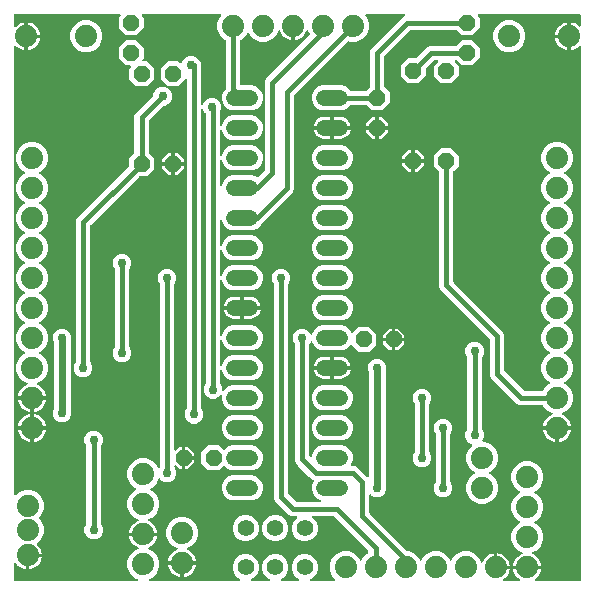
<source format=gbr>
G04 EAGLE Gerber RS-274X export*
G75*
%MOMM*%
%FSLAX34Y34*%
%LPD*%
%INBottom Copper*%
%IPPOS*%
%AMOC8*
5,1,8,0,0,1.08239X$1,22.5*%
G01*
%ADD10P,1.429621X8X292.500000*%
%ADD11P,1.429621X8X22.500000*%
%ADD12P,1.429621X8X202.500000*%
%ADD13P,1.429621X8X112.500000*%
%ADD14C,1.320800*%
%ADD15C,1.879600*%
%ADD16C,1.408000*%
%ADD17C,0.406400*%
%ADD18C,0.756400*%
%ADD19C,0.609600*%

G36*
X114194Y10176D02*
X114194Y10176D01*
X114291Y10186D01*
X114315Y10196D01*
X114341Y10200D01*
X114427Y10246D01*
X114516Y10286D01*
X114535Y10303D01*
X114558Y10316D01*
X114625Y10386D01*
X114697Y10452D01*
X114709Y10475D01*
X114727Y10494D01*
X114768Y10582D01*
X114815Y10668D01*
X114820Y10693D01*
X114831Y10717D01*
X114842Y10814D01*
X114859Y10910D01*
X114855Y10936D01*
X114858Y10961D01*
X114838Y11057D01*
X114823Y11153D01*
X114812Y11176D01*
X114806Y11202D01*
X114756Y11285D01*
X114712Y11372D01*
X114693Y11391D01*
X114680Y11413D01*
X114606Y11476D01*
X114536Y11544D01*
X114508Y11560D01*
X114493Y11573D01*
X114462Y11585D01*
X114389Y11625D01*
X111754Y12717D01*
X107967Y16504D01*
X105917Y21452D01*
X105917Y26808D01*
X107967Y31756D01*
X111754Y35543D01*
X115140Y36946D01*
X115226Y36999D01*
X115315Y37047D01*
X115330Y37064D01*
X115349Y37075D01*
X115413Y37153D01*
X115482Y37227D01*
X115491Y37248D01*
X115506Y37265D01*
X115542Y37359D01*
X115584Y37452D01*
X115586Y37474D01*
X115594Y37494D01*
X115598Y37595D01*
X115608Y37696D01*
X115603Y37718D01*
X115604Y37740D01*
X115576Y37837D01*
X115553Y37936D01*
X115542Y37955D01*
X115536Y37976D01*
X115478Y38059D01*
X115425Y38146D01*
X115408Y38160D01*
X115395Y38178D01*
X115314Y38239D01*
X115236Y38304D01*
X115212Y38315D01*
X115198Y38325D01*
X115167Y38335D01*
X115084Y38373D01*
X114797Y38466D01*
X113123Y39319D01*
X111602Y40424D01*
X110274Y41752D01*
X109169Y43273D01*
X108316Y44947D01*
X107735Y46734D01*
X107534Y48007D01*
X118618Y48007D01*
X118638Y48010D01*
X118657Y48008D01*
X118759Y48030D01*
X118861Y48047D01*
X118878Y48056D01*
X118898Y48060D01*
X118987Y48113D01*
X119078Y48162D01*
X119092Y48176D01*
X119109Y48186D01*
X119176Y48265D01*
X119247Y48340D01*
X119256Y48358D01*
X119269Y48373D01*
X119307Y48469D01*
X119351Y48563D01*
X119353Y48583D01*
X119361Y48601D01*
X119379Y48768D01*
X119379Y50292D01*
X119376Y50312D01*
X119378Y50331D01*
X119356Y50433D01*
X119339Y50535D01*
X119330Y50552D01*
X119326Y50572D01*
X119273Y50661D01*
X119224Y50752D01*
X119210Y50766D01*
X119200Y50783D01*
X119121Y50850D01*
X119046Y50921D01*
X119028Y50930D01*
X119013Y50943D01*
X118917Y50982D01*
X118823Y51025D01*
X118803Y51027D01*
X118785Y51035D01*
X118618Y51053D01*
X107534Y51053D01*
X107735Y52326D01*
X108316Y54113D01*
X109169Y55787D01*
X110274Y57308D01*
X111602Y58636D01*
X113123Y59741D01*
X114797Y60594D01*
X115084Y60687D01*
X115174Y60734D01*
X115266Y60775D01*
X115282Y60790D01*
X115302Y60800D01*
X115373Y60873D01*
X115447Y60941D01*
X115458Y60961D01*
X115473Y60977D01*
X115517Y61068D01*
X115566Y61157D01*
X115570Y61179D01*
X115579Y61199D01*
X115592Y61299D01*
X115610Y61399D01*
X115606Y61421D01*
X115609Y61443D01*
X115589Y61542D01*
X115574Y61642D01*
X115564Y61662D01*
X115559Y61684D01*
X115508Y61771D01*
X115462Y61861D01*
X115446Y61877D01*
X115435Y61896D01*
X115359Y61963D01*
X115287Y62034D01*
X115263Y62047D01*
X115250Y62058D01*
X115220Y62070D01*
X115140Y62114D01*
X111754Y63517D01*
X107967Y67304D01*
X105917Y72252D01*
X105917Y77608D01*
X107967Y82556D01*
X111754Y86343D01*
X113163Y86927D01*
X113224Y86965D01*
X113289Y86994D01*
X113328Y87029D01*
X113372Y87056D01*
X113418Y87112D01*
X113470Y87160D01*
X113495Y87206D01*
X113529Y87246D01*
X113554Y87313D01*
X113589Y87376D01*
X113598Y87427D01*
X113617Y87475D01*
X113620Y87547D01*
X113633Y87618D01*
X113625Y87669D01*
X113627Y87721D01*
X113607Y87790D01*
X113597Y87861D01*
X113573Y87907D01*
X113559Y87957D01*
X113518Y88016D01*
X113485Y88080D01*
X113448Y88117D01*
X113418Y88159D01*
X113361Y88202D01*
X113310Y88252D01*
X113247Y88287D01*
X113221Y88306D01*
X113199Y88313D01*
X113163Y88333D01*
X111754Y88917D01*
X107967Y92704D01*
X105917Y97652D01*
X105917Y103008D01*
X107967Y107956D01*
X111754Y111743D01*
X116702Y113793D01*
X122058Y113793D01*
X127006Y111743D01*
X130793Y107956D01*
X131613Y105977D01*
X131651Y105916D01*
X131680Y105850D01*
X131715Y105812D01*
X131743Y105768D01*
X131798Y105722D01*
X131846Y105669D01*
X131892Y105644D01*
X131932Y105611D01*
X131999Y105585D01*
X132062Y105550D01*
X132113Y105541D01*
X132162Y105523D01*
X132233Y105520D01*
X132304Y105507D01*
X132355Y105514D01*
X132407Y105512D01*
X132476Y105532D01*
X132547Y105543D01*
X132594Y105566D01*
X132644Y105581D01*
X132703Y105622D01*
X132767Y105654D01*
X132803Y105691D01*
X132846Y105721D01*
X132889Y105779D01*
X132939Y105830D01*
X132973Y105892D01*
X132993Y105918D01*
X133000Y105941D01*
X133020Y105977D01*
X133048Y106045D01*
X133380Y106377D01*
X133433Y106451D01*
X133493Y106521D01*
X133505Y106551D01*
X133524Y106577D01*
X133551Y106664D01*
X133585Y106749D01*
X133589Y106790D01*
X133596Y106812D01*
X133595Y106844D01*
X133603Y106916D01*
X133603Y261384D01*
X133601Y261400D01*
X133602Y261413D01*
X133588Y261477D01*
X133581Y261565D01*
X133569Y261595D01*
X133564Y261627D01*
X133550Y261653D01*
X133549Y261655D01*
X133521Y261708D01*
X133485Y261792D01*
X133459Y261824D01*
X133448Y261845D01*
X133425Y261867D01*
X133380Y261923D01*
X133048Y262255D01*
X131853Y265139D01*
X131853Y268261D01*
X133048Y271145D01*
X135255Y273352D01*
X138139Y274547D01*
X141261Y274547D01*
X144145Y273352D01*
X146352Y271145D01*
X147547Y268261D01*
X147547Y265139D01*
X146352Y262255D01*
X146020Y261923D01*
X145967Y261849D01*
X145907Y261779D01*
X145895Y261749D01*
X145876Y261723D01*
X145849Y261636D01*
X145834Y261599D01*
X145825Y261578D01*
X145824Y261574D01*
X145815Y261551D01*
X145811Y261510D01*
X145804Y261488D01*
X145805Y261456D01*
X145797Y261384D01*
X145797Y121197D01*
X145808Y121126D01*
X145810Y121055D01*
X145828Y121006D01*
X145836Y120954D01*
X145870Y120891D01*
X145895Y120824D01*
X145927Y120783D01*
X145952Y120737D01*
X146004Y120688D01*
X146048Y120632D01*
X146092Y120603D01*
X146130Y120568D01*
X146195Y120537D01*
X146255Y120499D01*
X146306Y120486D01*
X146353Y120464D01*
X146424Y120456D01*
X146494Y120439D01*
X146546Y120443D01*
X146597Y120437D01*
X146668Y120452D01*
X146739Y120458D01*
X146787Y120478D01*
X146838Y120489D01*
X146899Y120526D01*
X146965Y120554D01*
X147021Y120599D01*
X147049Y120615D01*
X147064Y120633D01*
X147096Y120659D01*
X149882Y123445D01*
X152147Y123445D01*
X152147Y115062D01*
X152150Y115042D01*
X152148Y115023D01*
X152170Y114921D01*
X152187Y114819D01*
X152196Y114802D01*
X152200Y114782D01*
X152253Y114693D01*
X152302Y114602D01*
X152316Y114588D01*
X152326Y114571D01*
X152405Y114504D01*
X152480Y114433D01*
X152498Y114424D01*
X152513Y114411D01*
X152609Y114373D01*
X152703Y114329D01*
X152723Y114327D01*
X152741Y114319D01*
X152908Y114301D01*
X153671Y114301D01*
X153671Y114299D01*
X152908Y114299D01*
X152888Y114296D01*
X152869Y114298D01*
X152767Y114276D01*
X152665Y114259D01*
X152648Y114250D01*
X152628Y114246D01*
X152539Y114193D01*
X152448Y114144D01*
X152434Y114130D01*
X152417Y114120D01*
X152350Y114041D01*
X152279Y113966D01*
X152270Y113948D01*
X152257Y113933D01*
X152218Y113837D01*
X152175Y113743D01*
X152173Y113723D01*
X152165Y113705D01*
X152147Y113538D01*
X152147Y105155D01*
X149882Y105155D01*
X147096Y107941D01*
X147038Y107983D01*
X146986Y108032D01*
X146939Y108054D01*
X146897Y108085D01*
X146828Y108106D01*
X146763Y108136D01*
X146711Y108142D01*
X146661Y108157D01*
X146590Y108155D01*
X146519Y108163D01*
X146468Y108152D01*
X146416Y108151D01*
X146348Y108126D01*
X146278Y108111D01*
X146233Y108084D01*
X146185Y108066D01*
X146129Y108021D01*
X146067Y107985D01*
X146033Y107945D01*
X145993Y107913D01*
X145954Y107852D01*
X145907Y107798D01*
X145888Y107749D01*
X145860Y107706D01*
X145842Y107636D01*
X145815Y107570D01*
X145807Y107498D01*
X145799Y107467D01*
X145801Y107444D01*
X145797Y107403D01*
X145797Y106916D01*
X145811Y106825D01*
X145819Y106735D01*
X145831Y106705D01*
X145836Y106673D01*
X145879Y106592D01*
X145915Y106508D01*
X145941Y106476D01*
X145952Y106455D01*
X145975Y106433D01*
X146020Y106377D01*
X146352Y106045D01*
X147547Y103161D01*
X147547Y100039D01*
X146352Y97155D01*
X144145Y94948D01*
X141261Y93753D01*
X138139Y93753D01*
X135255Y94948D01*
X133563Y96640D01*
X133526Y96667D01*
X133495Y96701D01*
X133426Y96738D01*
X133363Y96784D01*
X133319Y96797D01*
X133279Y96819D01*
X133202Y96833D01*
X133128Y96856D01*
X133082Y96855D01*
X133037Y96863D01*
X132960Y96852D01*
X132882Y96850D01*
X132839Y96834D01*
X132794Y96827D01*
X132724Y96792D01*
X132651Y96765D01*
X132615Y96737D01*
X132574Y96716D01*
X132520Y96660D01*
X132459Y96612D01*
X132434Y96573D01*
X132402Y96540D01*
X132336Y96420D01*
X132326Y96405D01*
X132325Y96400D01*
X132321Y96393D01*
X130793Y92704D01*
X127006Y88917D01*
X125597Y88333D01*
X125536Y88296D01*
X125471Y88266D01*
X125432Y88231D01*
X125388Y88204D01*
X125342Y88148D01*
X125290Y88100D01*
X125265Y88054D01*
X125231Y88014D01*
X125206Y87947D01*
X125171Y87884D01*
X125162Y87833D01*
X125143Y87785D01*
X125140Y87713D01*
X125127Y87642D01*
X125135Y87591D01*
X125133Y87539D01*
X125153Y87470D01*
X125163Y87399D01*
X125187Y87353D01*
X125201Y87303D01*
X125242Y87244D01*
X125275Y87180D01*
X125312Y87143D01*
X125342Y87101D01*
X125399Y87058D01*
X125450Y87008D01*
X125513Y86973D01*
X125539Y86954D01*
X125561Y86947D01*
X125597Y86927D01*
X127006Y86343D01*
X130793Y82556D01*
X132843Y77608D01*
X132843Y72252D01*
X130793Y67304D01*
X127006Y63517D01*
X123620Y62114D01*
X123534Y62061D01*
X123445Y62013D01*
X123430Y61996D01*
X123411Y61985D01*
X123347Y61907D01*
X123278Y61833D01*
X123269Y61812D01*
X123254Y61795D01*
X123218Y61701D01*
X123176Y61608D01*
X123174Y61586D01*
X123166Y61566D01*
X123162Y61465D01*
X123152Y61364D01*
X123157Y61342D01*
X123156Y61320D01*
X123184Y61223D01*
X123207Y61124D01*
X123218Y61105D01*
X123224Y61084D01*
X123282Y61001D01*
X123335Y60914D01*
X123352Y60900D01*
X123365Y60882D01*
X123446Y60821D01*
X123524Y60756D01*
X123548Y60745D01*
X123562Y60735D01*
X123593Y60725D01*
X123676Y60687D01*
X123963Y60594D01*
X125637Y59741D01*
X127158Y58636D01*
X128486Y57308D01*
X129591Y55787D01*
X130444Y54113D01*
X131025Y52326D01*
X131226Y51053D01*
X120142Y51053D01*
X120122Y51050D01*
X120103Y51052D01*
X120001Y51030D01*
X119899Y51013D01*
X119882Y51004D01*
X119862Y51000D01*
X119773Y50947D01*
X119682Y50898D01*
X119668Y50884D01*
X119651Y50874D01*
X119584Y50795D01*
X119513Y50720D01*
X119504Y50702D01*
X119491Y50687D01*
X119453Y50591D01*
X119409Y50497D01*
X119407Y50477D01*
X119399Y50459D01*
X119381Y50292D01*
X119381Y48768D01*
X119384Y48748D01*
X119382Y48729D01*
X119404Y48627D01*
X119421Y48525D01*
X119430Y48508D01*
X119434Y48488D01*
X119487Y48399D01*
X119536Y48308D01*
X119550Y48294D01*
X119560Y48277D01*
X119639Y48210D01*
X119714Y48139D01*
X119732Y48130D01*
X119747Y48117D01*
X119843Y48078D01*
X119937Y48035D01*
X119957Y48033D01*
X119975Y48025D01*
X120142Y48007D01*
X131226Y48007D01*
X131025Y46734D01*
X130444Y44947D01*
X129591Y43273D01*
X128486Y41752D01*
X127158Y40424D01*
X125637Y39319D01*
X123963Y38466D01*
X123676Y38373D01*
X123586Y38326D01*
X123494Y38285D01*
X123478Y38270D01*
X123458Y38260D01*
X123387Y38187D01*
X123313Y38119D01*
X123302Y38099D01*
X123287Y38083D01*
X123243Y37992D01*
X123194Y37903D01*
X123190Y37881D01*
X123181Y37861D01*
X123168Y37761D01*
X123150Y37661D01*
X123154Y37639D01*
X123151Y37617D01*
X123171Y37518D01*
X123186Y37418D01*
X123196Y37398D01*
X123201Y37376D01*
X123252Y37289D01*
X123298Y37199D01*
X123314Y37183D01*
X123325Y37164D01*
X123401Y37097D01*
X123473Y37026D01*
X123497Y37013D01*
X123510Y37002D01*
X123540Y36990D01*
X123620Y36946D01*
X127006Y35543D01*
X130793Y31756D01*
X132843Y26808D01*
X132843Y21452D01*
X130793Y16504D01*
X127006Y12717D01*
X124371Y11625D01*
X124288Y11574D01*
X124202Y11528D01*
X124184Y11510D01*
X124162Y11496D01*
X124099Y11420D01*
X124033Y11350D01*
X124022Y11326D01*
X124005Y11306D01*
X123970Y11215D01*
X123929Y11127D01*
X123926Y11101D01*
X123917Y11077D01*
X123913Y10979D01*
X123902Y10883D01*
X123907Y10857D01*
X123906Y10831D01*
X123933Y10737D01*
X123954Y10642D01*
X123967Y10620D01*
X123975Y10595D01*
X124030Y10515D01*
X124080Y10431D01*
X124100Y10414D01*
X124115Y10393D01*
X124193Y10334D01*
X124267Y10271D01*
X124291Y10261D01*
X124312Y10246D01*
X124405Y10216D01*
X124495Y10179D01*
X124528Y10176D01*
X124546Y10170D01*
X124579Y10170D01*
X124662Y10161D01*
X200912Y10161D01*
X201008Y10176D01*
X201105Y10186D01*
X201129Y10196D01*
X201155Y10200D01*
X201240Y10246D01*
X201330Y10286D01*
X201349Y10303D01*
X201372Y10316D01*
X201439Y10386D01*
X201511Y10452D01*
X201523Y10475D01*
X201541Y10494D01*
X201582Y10582D01*
X201629Y10668D01*
X201634Y10693D01*
X201645Y10717D01*
X201656Y10814D01*
X201673Y10910D01*
X201669Y10936D01*
X201672Y10961D01*
X201651Y11057D01*
X201637Y11153D01*
X201625Y11176D01*
X201620Y11202D01*
X201570Y11285D01*
X201526Y11372D01*
X201507Y11391D01*
X201494Y11413D01*
X201420Y11476D01*
X201350Y11544D01*
X201321Y11560D01*
X201307Y11573D01*
X201276Y11585D01*
X201203Y11625D01*
X199850Y12186D01*
X196726Y15310D01*
X195035Y19391D01*
X195035Y23809D01*
X196726Y27890D01*
X199850Y31014D01*
X203931Y32705D01*
X208349Y32705D01*
X212430Y31014D01*
X215554Y27890D01*
X217245Y23809D01*
X217245Y19391D01*
X215554Y15310D01*
X212430Y12186D01*
X211077Y11625D01*
X210994Y11574D01*
X210908Y11528D01*
X210890Y11510D01*
X210868Y11496D01*
X210806Y11420D01*
X210739Y11350D01*
X210728Y11326D01*
X210711Y11306D01*
X210676Y11215D01*
X210635Y11127D01*
X210632Y11101D01*
X210623Y11077D01*
X210619Y10979D01*
X210608Y10883D01*
X210614Y10857D01*
X210612Y10831D01*
X210640Y10737D01*
X210660Y10642D01*
X210674Y10620D01*
X210681Y10595D01*
X210736Y10515D01*
X210786Y10431D01*
X210806Y10414D01*
X210821Y10393D01*
X210899Y10334D01*
X210973Y10271D01*
X210998Y10261D01*
X211019Y10246D01*
X211111Y10216D01*
X211202Y10179D01*
X211234Y10176D01*
X211252Y10170D01*
X211286Y10170D01*
X211368Y10161D01*
X225912Y10161D01*
X226008Y10176D01*
X226105Y10186D01*
X226129Y10196D01*
X226155Y10200D01*
X226240Y10246D01*
X226330Y10286D01*
X226349Y10303D01*
X226372Y10316D01*
X226439Y10386D01*
X226511Y10452D01*
X226523Y10475D01*
X226541Y10494D01*
X226582Y10582D01*
X226629Y10668D01*
X226634Y10693D01*
X226645Y10717D01*
X226656Y10814D01*
X226673Y10910D01*
X226669Y10936D01*
X226672Y10961D01*
X226651Y11057D01*
X226637Y11153D01*
X226625Y11176D01*
X226620Y11202D01*
X226570Y11285D01*
X226526Y11372D01*
X226507Y11391D01*
X226494Y11413D01*
X226420Y11476D01*
X226350Y11544D01*
X226321Y11560D01*
X226307Y11573D01*
X226276Y11585D01*
X226203Y11625D01*
X224850Y12186D01*
X221726Y15310D01*
X220035Y19391D01*
X220035Y23809D01*
X221726Y27890D01*
X224850Y31014D01*
X228931Y32705D01*
X233349Y32705D01*
X237430Y31014D01*
X240554Y27890D01*
X242245Y23809D01*
X242245Y19391D01*
X240554Y15310D01*
X237430Y12186D01*
X236077Y11625D01*
X235994Y11574D01*
X235908Y11528D01*
X235890Y11510D01*
X235868Y11496D01*
X235806Y11420D01*
X235739Y11350D01*
X235728Y11326D01*
X235711Y11306D01*
X235676Y11215D01*
X235635Y11127D01*
X235632Y11101D01*
X235623Y11077D01*
X235619Y10979D01*
X235608Y10883D01*
X235614Y10857D01*
X235612Y10831D01*
X235640Y10737D01*
X235660Y10642D01*
X235674Y10620D01*
X235681Y10595D01*
X235736Y10515D01*
X235786Y10431D01*
X235806Y10414D01*
X235821Y10393D01*
X235899Y10334D01*
X235973Y10271D01*
X235998Y10261D01*
X236019Y10246D01*
X236111Y10216D01*
X236202Y10179D01*
X236234Y10176D01*
X236252Y10170D01*
X236286Y10170D01*
X236368Y10161D01*
X250912Y10161D01*
X251008Y10176D01*
X251105Y10186D01*
X251129Y10196D01*
X251155Y10200D01*
X251240Y10246D01*
X251330Y10286D01*
X251349Y10303D01*
X251372Y10316D01*
X251439Y10386D01*
X251511Y10452D01*
X251523Y10475D01*
X251541Y10494D01*
X251582Y10582D01*
X251629Y10668D01*
X251634Y10693D01*
X251645Y10717D01*
X251656Y10814D01*
X251673Y10910D01*
X251669Y10936D01*
X251672Y10961D01*
X251651Y11057D01*
X251637Y11153D01*
X251625Y11176D01*
X251620Y11202D01*
X251570Y11285D01*
X251526Y11372D01*
X251507Y11391D01*
X251494Y11413D01*
X251420Y11476D01*
X251350Y11544D01*
X251321Y11560D01*
X251307Y11573D01*
X251276Y11585D01*
X251203Y11625D01*
X249850Y12186D01*
X246726Y15310D01*
X245035Y19391D01*
X245035Y23809D01*
X246726Y27890D01*
X249850Y31014D01*
X253931Y32705D01*
X258349Y32705D01*
X262430Y31014D01*
X265554Y27890D01*
X267245Y23809D01*
X267245Y19391D01*
X265554Y15310D01*
X262430Y12186D01*
X261077Y11625D01*
X260994Y11574D01*
X260908Y11528D01*
X260890Y11510D01*
X260868Y11496D01*
X260806Y11420D01*
X260739Y11350D01*
X260728Y11326D01*
X260711Y11306D01*
X260676Y11215D01*
X260635Y11127D01*
X260632Y11101D01*
X260623Y11077D01*
X260619Y10979D01*
X260608Y10883D01*
X260614Y10857D01*
X260612Y10831D01*
X260640Y10737D01*
X260660Y10642D01*
X260674Y10620D01*
X260681Y10595D01*
X260736Y10515D01*
X260786Y10431D01*
X260806Y10414D01*
X260821Y10393D01*
X260899Y10334D01*
X260973Y10271D01*
X260998Y10261D01*
X261019Y10246D01*
X261111Y10216D01*
X261202Y10179D01*
X261234Y10176D01*
X261252Y10170D01*
X261286Y10170D01*
X261368Y10161D01*
X281382Y10161D01*
X281453Y10172D01*
X281525Y10174D01*
X281574Y10192D01*
X281625Y10200D01*
X281688Y10234D01*
X281756Y10259D01*
X281796Y10291D01*
X281842Y10316D01*
X281892Y10368D01*
X281948Y10412D01*
X281976Y10456D01*
X282012Y10494D01*
X282042Y10559D01*
X282081Y10619D01*
X282093Y10670D01*
X282115Y10717D01*
X282123Y10788D01*
X282141Y10858D01*
X282137Y10910D01*
X282143Y10961D01*
X282127Y11032D01*
X282122Y11103D01*
X282101Y11151D01*
X282090Y11202D01*
X282053Y11263D01*
X282025Y11329D01*
X281981Y11385D01*
X281964Y11413D01*
X281946Y11428D01*
X281921Y11460D01*
X279417Y13964D01*
X277367Y18912D01*
X277367Y24268D01*
X279417Y29216D01*
X283204Y33003D01*
X288152Y35053D01*
X293508Y35053D01*
X298456Y33003D01*
X302243Y29216D01*
X302827Y27807D01*
X302864Y27746D01*
X302894Y27681D01*
X302929Y27642D01*
X302956Y27598D01*
X303012Y27552D01*
X303060Y27500D01*
X303106Y27475D01*
X303146Y27441D01*
X303213Y27416D01*
X303276Y27381D01*
X303327Y27372D01*
X303375Y27353D01*
X303447Y27350D01*
X303518Y27337D01*
X303569Y27345D01*
X303621Y27343D01*
X303690Y27363D01*
X303761Y27373D01*
X303807Y27397D01*
X303857Y27411D01*
X303916Y27452D01*
X303980Y27485D01*
X304017Y27522D01*
X304059Y27552D01*
X304102Y27609D01*
X304152Y27660D01*
X304187Y27723D01*
X304206Y27749D01*
X304213Y27771D01*
X304233Y27807D01*
X304817Y29216D01*
X308604Y33003D01*
X309663Y33442D01*
X309763Y33504D01*
X309863Y33563D01*
X309867Y33568D01*
X309872Y33572D01*
X309947Y33662D01*
X310023Y33750D01*
X310025Y33756D01*
X310029Y33761D01*
X310071Y33869D01*
X310115Y33979D01*
X310116Y33986D01*
X310117Y33991D01*
X310118Y34009D01*
X310133Y34145D01*
X310133Y35259D01*
X310119Y35349D01*
X310111Y35440D01*
X310099Y35470D01*
X310094Y35502D01*
X310051Y35583D01*
X310015Y35667D01*
X309989Y35699D01*
X309978Y35719D01*
X309955Y35742D01*
X309934Y35768D01*
X309931Y35773D01*
X309928Y35776D01*
X309910Y35798D01*
X280908Y64800D01*
X280834Y64853D01*
X280764Y64913D01*
X280734Y64925D01*
X280708Y64944D01*
X280621Y64971D01*
X280536Y65005D01*
X280495Y65009D01*
X280473Y65016D01*
X280441Y65015D01*
X280369Y65023D01*
X263259Y65023D01*
X263188Y65012D01*
X263117Y65010D01*
X263068Y64992D01*
X263016Y64984D01*
X262953Y64950D01*
X262886Y64925D01*
X262845Y64893D01*
X262799Y64868D01*
X262750Y64816D01*
X262694Y64772D01*
X262665Y64728D01*
X262629Y64690D01*
X262599Y64625D01*
X262561Y64565D01*
X262548Y64514D01*
X262526Y64467D01*
X262518Y64396D01*
X262500Y64326D01*
X262505Y64274D01*
X262499Y64223D01*
X262514Y64152D01*
X262520Y64081D01*
X262540Y64033D01*
X262551Y63982D01*
X262588Y63921D01*
X262616Y63855D01*
X262661Y63799D01*
X262677Y63771D01*
X262695Y63756D01*
X262721Y63724D01*
X265554Y60890D01*
X267245Y56809D01*
X267245Y52391D01*
X265554Y48310D01*
X262430Y45186D01*
X258349Y43495D01*
X253931Y43495D01*
X249850Y45186D01*
X246726Y48310D01*
X245035Y52391D01*
X245035Y56809D01*
X246726Y60890D01*
X249559Y63724D01*
X249601Y63782D01*
X249651Y63834D01*
X249672Y63881D01*
X249703Y63923D01*
X249724Y63992D01*
X249754Y64057D01*
X249760Y64109D01*
X249775Y64159D01*
X249773Y64230D01*
X249781Y64301D01*
X249770Y64352D01*
X249769Y64404D01*
X249744Y64472D01*
X249729Y64542D01*
X249702Y64587D01*
X249684Y64635D01*
X249640Y64691D01*
X249603Y64753D01*
X249563Y64787D01*
X249531Y64827D01*
X249470Y64866D01*
X249416Y64913D01*
X249368Y64932D01*
X249324Y64960D01*
X249254Y64978D01*
X249188Y65005D01*
X249116Y65013D01*
X249085Y65021D01*
X249062Y65019D01*
X249021Y65023D01*
X245167Y65023D01*
X242926Y65951D01*
X231051Y77826D01*
X230123Y80067D01*
X230123Y261384D01*
X230121Y261400D01*
X230122Y261413D01*
X230108Y261477D01*
X230101Y261565D01*
X230089Y261595D01*
X230084Y261627D01*
X230070Y261653D01*
X230069Y261655D01*
X230041Y261708D01*
X230005Y261792D01*
X229979Y261824D01*
X229968Y261845D01*
X229945Y261867D01*
X229900Y261923D01*
X229568Y262255D01*
X228373Y265139D01*
X228373Y268261D01*
X229568Y271145D01*
X231775Y273352D01*
X234659Y274547D01*
X237781Y274547D01*
X240665Y273352D01*
X242872Y271145D01*
X244067Y268261D01*
X244067Y265139D01*
X242872Y262255D01*
X242540Y261923D01*
X242487Y261849D01*
X242427Y261779D01*
X242415Y261749D01*
X242396Y261723D01*
X242369Y261636D01*
X242354Y261599D01*
X242345Y261578D01*
X242344Y261574D01*
X242335Y261551D01*
X242331Y261510D01*
X242324Y261488D01*
X242325Y261456D01*
X242317Y261384D01*
X242317Y84121D01*
X242331Y84031D01*
X242339Y83940D01*
X242351Y83910D01*
X242356Y83878D01*
X242399Y83797D01*
X242435Y83713D01*
X242461Y83681D01*
X242472Y83661D01*
X242495Y83638D01*
X242540Y83582D01*
X248682Y77440D01*
X248756Y77387D01*
X248826Y77327D01*
X248856Y77315D01*
X248882Y77296D01*
X248969Y77269D01*
X249054Y77235D01*
X249095Y77231D01*
X249117Y77224D01*
X249149Y77225D01*
X249221Y77217D01*
X269296Y77217D01*
X269392Y77232D01*
X269489Y77242D01*
X269513Y77252D01*
X269539Y77256D01*
X269625Y77302D01*
X269714Y77342D01*
X269733Y77359D01*
X269756Y77372D01*
X269823Y77442D01*
X269895Y77508D01*
X269908Y77531D01*
X269926Y77550D01*
X269967Y77638D01*
X270014Y77724D01*
X270018Y77749D01*
X270029Y77773D01*
X270040Y77870D01*
X270057Y77966D01*
X270053Y77992D01*
X270056Y78017D01*
X270036Y78113D01*
X270021Y78209D01*
X270010Y78232D01*
X270004Y78258D01*
X269954Y78341D01*
X269910Y78428D01*
X269891Y78447D01*
X269878Y78469D01*
X269804Y78532D01*
X269734Y78600D01*
X269706Y78616D01*
X269691Y78629D01*
X269660Y78641D01*
X269587Y78681D01*
X266753Y79855D01*
X263751Y82857D01*
X262127Y86778D01*
X262127Y91022D01*
X263726Y94883D01*
X263731Y94902D01*
X263741Y94920D01*
X263759Y95022D01*
X263783Y95122D01*
X263781Y95142D01*
X263784Y95162D01*
X263769Y95264D01*
X263759Y95367D01*
X263751Y95385D01*
X263748Y95405D01*
X263701Y95497D01*
X263659Y95592D01*
X263646Y95606D01*
X263637Y95624D01*
X263563Y95697D01*
X263493Y95773D01*
X263476Y95782D01*
X263461Y95796D01*
X263314Y95877D01*
X261976Y96431D01*
X260154Y98254D01*
X250654Y107754D01*
X250653Y107754D01*
X248831Y109576D01*
X247903Y111817D01*
X247903Y210584D01*
X247889Y210675D01*
X247881Y210765D01*
X247869Y210795D01*
X247864Y210827D01*
X247821Y210908D01*
X247785Y210992D01*
X247759Y211024D01*
X247748Y211045D01*
X247725Y211067D01*
X247680Y211123D01*
X247348Y211455D01*
X246153Y214339D01*
X246153Y217461D01*
X247348Y220345D01*
X249555Y222552D01*
X252439Y223747D01*
X255561Y223747D01*
X258445Y222552D01*
X260652Y220345D01*
X261167Y219101D01*
X261205Y219040D01*
X261234Y218974D01*
X261270Y218936D01*
X261297Y218892D01*
X261352Y218846D01*
X261401Y218793D01*
X261446Y218768D01*
X261487Y218735D01*
X261553Y218709D01*
X261616Y218675D01*
X261668Y218665D01*
X261716Y218647D01*
X261788Y218644D01*
X261858Y218631D01*
X261910Y218638D01*
X261962Y218636D01*
X262031Y218656D01*
X262102Y218667D01*
X262148Y218690D01*
X262198Y218705D01*
X262257Y218746D01*
X262321Y218778D01*
X262357Y218815D01*
X262400Y218845D01*
X262443Y218903D01*
X262493Y218954D01*
X262528Y219017D01*
X262547Y219042D01*
X262554Y219065D01*
X262574Y219101D01*
X263751Y221943D01*
X266753Y224945D01*
X270674Y226569D01*
X288126Y226569D01*
X292047Y224945D01*
X295049Y221943D01*
X295564Y220700D01*
X295588Y220661D01*
X295604Y220618D01*
X295652Y220557D01*
X295693Y220491D01*
X295729Y220462D01*
X295757Y220426D01*
X295823Y220384D01*
X295883Y220334D01*
X295925Y220318D01*
X295964Y220293D01*
X296040Y220274D01*
X296112Y220246D01*
X296158Y220244D01*
X296203Y220233D01*
X296280Y220239D01*
X296358Y220235D01*
X296402Y220248D01*
X296448Y220252D01*
X296519Y220282D01*
X296594Y220304D01*
X296632Y220330D01*
X296674Y220348D01*
X296781Y220434D01*
X296796Y220444D01*
X296799Y220448D01*
X296805Y220453D01*
X301651Y225299D01*
X310489Y225299D01*
X316739Y219049D01*
X316739Y210211D01*
X310489Y203961D01*
X301651Y203961D01*
X295940Y209672D01*
X295924Y209683D01*
X295912Y209699D01*
X295824Y209755D01*
X295741Y209815D01*
X295722Y209821D01*
X295705Y209832D01*
X295604Y209857D01*
X295505Y209888D01*
X295486Y209887D01*
X295466Y209892D01*
X295363Y209884D01*
X295260Y209881D01*
X295241Y209875D01*
X295221Y209873D01*
X295126Y209833D01*
X295029Y209797D01*
X295013Y209784D01*
X294995Y209777D01*
X294864Y209672D01*
X292047Y206855D01*
X288126Y205231D01*
X270674Y205231D01*
X266753Y206855D01*
X263751Y209857D01*
X262574Y212699D01*
X262536Y212760D01*
X262507Y212826D01*
X262472Y212864D01*
X262444Y212908D01*
X262389Y212954D01*
X262341Y213007D01*
X262295Y213032D01*
X262255Y213065D01*
X262188Y213091D01*
X262125Y213125D01*
X262074Y213135D01*
X262025Y213153D01*
X261954Y213156D01*
X261883Y213169D01*
X261832Y213162D01*
X261780Y213164D01*
X261711Y213144D01*
X261640Y213133D01*
X261593Y213110D01*
X261543Y213095D01*
X261485Y213054D01*
X261421Y213022D01*
X261384Y212985D01*
X261341Y212955D01*
X261299Y212897D01*
X261248Y212846D01*
X261214Y212783D01*
X261195Y212758D01*
X261187Y212735D01*
X261167Y212699D01*
X260652Y211455D01*
X260320Y211123D01*
X260267Y211049D01*
X260207Y210979D01*
X260195Y210949D01*
X260176Y210923D01*
X260149Y210836D01*
X260115Y210751D01*
X260111Y210710D01*
X260104Y210688D01*
X260105Y210656D01*
X260097Y210584D01*
X260097Y115871D01*
X260111Y115781D01*
X260119Y115690D01*
X260131Y115660D01*
X260136Y115628D01*
X260179Y115547D01*
X260215Y115463D01*
X260241Y115431D01*
X260252Y115411D01*
X260275Y115388D01*
X260320Y115332D01*
X260828Y114824D01*
X260886Y114782D01*
X260938Y114733D01*
X260985Y114711D01*
X261027Y114681D01*
X261096Y114660D01*
X261161Y114629D01*
X261213Y114624D01*
X261263Y114608D01*
X261334Y114610D01*
X261405Y114602D01*
X261456Y114613D01*
X261508Y114615D01*
X261576Y114639D01*
X261646Y114655D01*
X261691Y114681D01*
X261739Y114699D01*
X261795Y114744D01*
X261857Y114781D01*
X261891Y114820D01*
X261931Y114853D01*
X261970Y114913D01*
X262017Y114968D01*
X262036Y115016D01*
X262064Y115060D01*
X262082Y115129D01*
X262109Y115196D01*
X262117Y115267D01*
X262125Y115298D01*
X262123Y115322D01*
X262127Y115363D01*
X262127Y116422D01*
X263751Y120343D01*
X266753Y123345D01*
X270674Y124969D01*
X288126Y124969D01*
X292047Y123345D01*
X295049Y120343D01*
X296673Y116422D01*
X296673Y112178D01*
X295253Y108749D01*
X295242Y108705D01*
X295223Y108663D01*
X295214Y108586D01*
X295196Y108510D01*
X295201Y108464D01*
X295196Y108419D01*
X295212Y108342D01*
X295220Y108265D01*
X295238Y108223D01*
X295248Y108178D01*
X295288Y108111D01*
X295320Y108040D01*
X295351Y108006D01*
X295374Y107967D01*
X295433Y107916D01*
X295486Y107859D01*
X295526Y107837D01*
X295561Y107807D01*
X295633Y107778D01*
X295701Y107741D01*
X295747Y107732D01*
X295789Y107715D01*
X295925Y107700D01*
X295943Y107697D01*
X295948Y107698D01*
X295956Y107697D01*
X298393Y107697D01*
X300634Y106769D01*
X308146Y99256D01*
X309088Y98314D01*
X309146Y98272D01*
X309198Y98223D01*
X309245Y98201D01*
X309287Y98171D01*
X309356Y98150D01*
X309421Y98119D01*
X309473Y98114D01*
X309523Y98098D01*
X309594Y98100D01*
X309665Y98092D01*
X309716Y98103D01*
X309768Y98105D01*
X309836Y98129D01*
X309906Y98145D01*
X309951Y98171D01*
X309999Y98189D01*
X310055Y98234D01*
X310117Y98271D01*
X310151Y98310D01*
X310191Y98343D01*
X310230Y98403D01*
X310277Y98458D01*
X310296Y98506D01*
X310324Y98550D01*
X310342Y98619D01*
X310369Y98686D01*
X310377Y98757D01*
X310385Y98788D01*
X310383Y98812D01*
X310387Y98853D01*
X310387Y187016D01*
X310377Y187080D01*
X310376Y187146D01*
X310353Y187226D01*
X310348Y187259D01*
X310338Y187276D01*
X310329Y187307D01*
X309653Y188939D01*
X309653Y192061D01*
X310848Y194945D01*
X313055Y197152D01*
X315939Y198347D01*
X319061Y198347D01*
X321945Y197152D01*
X324152Y194945D01*
X325347Y192061D01*
X325347Y188939D01*
X324671Y187307D01*
X324656Y187243D01*
X324631Y187182D01*
X324622Y187100D01*
X324615Y187068D01*
X324616Y187048D01*
X324613Y187016D01*
X324613Y92384D01*
X324619Y92348D01*
X324617Y92336D01*
X324623Y92308D01*
X324624Y92254D01*
X324647Y92174D01*
X324652Y92141D01*
X324662Y92124D01*
X324669Y92099D01*
X324670Y92096D01*
X324670Y92095D01*
X324671Y92093D01*
X325347Y90461D01*
X325347Y87339D01*
X324152Y84455D01*
X321945Y82248D01*
X319061Y81053D01*
X315939Y81053D01*
X313055Y82248D01*
X312196Y83107D01*
X312138Y83149D01*
X312086Y83198D01*
X312039Y83220D01*
X311997Y83250D01*
X311928Y83271D01*
X311863Y83302D01*
X311811Y83307D01*
X311761Y83323D01*
X311690Y83321D01*
X311619Y83329D01*
X311568Y83318D01*
X311516Y83316D01*
X311448Y83292D01*
X311378Y83276D01*
X311333Y83250D01*
X311285Y83232D01*
X311229Y83187D01*
X311167Y83150D01*
X311133Y83111D01*
X311093Y83078D01*
X311054Y83018D01*
X311007Y82963D01*
X310988Y82915D01*
X310960Y82871D01*
X310942Y82802D01*
X310915Y82735D01*
X310907Y82664D01*
X310899Y82633D01*
X310901Y82609D01*
X310897Y82569D01*
X310897Y67611D01*
X310911Y67521D01*
X310919Y67430D01*
X310931Y67400D01*
X310936Y67368D01*
X310979Y67287D01*
X311015Y67203D01*
X311041Y67171D01*
X311052Y67151D01*
X311075Y67128D01*
X311120Y67072D01*
X342916Y35276D01*
X342990Y35223D01*
X343060Y35163D01*
X343090Y35151D01*
X343116Y35132D01*
X343203Y35105D01*
X343288Y35071D01*
X343329Y35067D01*
X343351Y35060D01*
X343383Y35061D01*
X343455Y35053D01*
X344308Y35053D01*
X349256Y33003D01*
X353043Y29216D01*
X353627Y27807D01*
X353664Y27746D01*
X353694Y27681D01*
X353729Y27642D01*
X353756Y27598D01*
X353812Y27552D01*
X353860Y27500D01*
X353906Y27475D01*
X353946Y27441D01*
X354013Y27416D01*
X354076Y27381D01*
X354127Y27372D01*
X354175Y27353D01*
X354247Y27350D01*
X354318Y27337D01*
X354369Y27345D01*
X354421Y27343D01*
X354490Y27363D01*
X354561Y27373D01*
X354607Y27397D01*
X354657Y27411D01*
X354716Y27452D01*
X354780Y27485D01*
X354817Y27522D01*
X354859Y27552D01*
X354902Y27609D01*
X354952Y27660D01*
X354987Y27723D01*
X355006Y27749D01*
X355013Y27771D01*
X355033Y27807D01*
X355617Y29216D01*
X359404Y33003D01*
X364352Y35053D01*
X369708Y35053D01*
X374656Y33003D01*
X378443Y29216D01*
X379027Y27807D01*
X379064Y27746D01*
X379094Y27681D01*
X379129Y27642D01*
X379156Y27598D01*
X379212Y27552D01*
X379260Y27500D01*
X379306Y27475D01*
X379346Y27441D01*
X379413Y27416D01*
X379476Y27381D01*
X379527Y27372D01*
X379575Y27353D01*
X379647Y27350D01*
X379718Y27337D01*
X379769Y27345D01*
X379821Y27343D01*
X379890Y27363D01*
X379961Y27373D01*
X380007Y27397D01*
X380057Y27411D01*
X380116Y27452D01*
X380180Y27485D01*
X380217Y27522D01*
X380259Y27552D01*
X380302Y27609D01*
X380352Y27660D01*
X380387Y27723D01*
X380406Y27749D01*
X380413Y27771D01*
X380433Y27807D01*
X381017Y29216D01*
X384804Y33003D01*
X389752Y35053D01*
X395108Y35053D01*
X400056Y33003D01*
X403843Y29216D01*
X405246Y25830D01*
X405299Y25744D01*
X405347Y25655D01*
X405364Y25640D01*
X405375Y25621D01*
X405453Y25557D01*
X405527Y25488D01*
X405548Y25479D01*
X405565Y25464D01*
X405659Y25428D01*
X405752Y25386D01*
X405774Y25384D01*
X405794Y25376D01*
X405895Y25372D01*
X405996Y25362D01*
X406018Y25367D01*
X406040Y25366D01*
X406137Y25394D01*
X406236Y25417D01*
X406255Y25428D01*
X406276Y25434D01*
X406359Y25492D01*
X406446Y25545D01*
X406460Y25562D01*
X406478Y25575D01*
X406539Y25656D01*
X406604Y25734D01*
X406615Y25758D01*
X406625Y25772D01*
X406635Y25803D01*
X406673Y25886D01*
X406766Y26173D01*
X407619Y27847D01*
X408724Y29368D01*
X410052Y30696D01*
X411573Y31801D01*
X413247Y32654D01*
X415034Y33235D01*
X416307Y33436D01*
X416307Y22352D01*
X416310Y22332D01*
X416308Y22313D01*
X416330Y22211D01*
X416347Y22109D01*
X416356Y22092D01*
X416360Y22072D01*
X416413Y21983D01*
X416462Y21892D01*
X416476Y21878D01*
X416486Y21861D01*
X416565Y21794D01*
X416640Y21723D01*
X416658Y21714D01*
X416673Y21701D01*
X416769Y21663D01*
X416863Y21619D01*
X416883Y21617D01*
X416901Y21609D01*
X417068Y21591D01*
X417831Y21591D01*
X417831Y20828D01*
X417834Y20808D01*
X417832Y20789D01*
X417854Y20687D01*
X417871Y20585D01*
X417880Y20568D01*
X417884Y20548D01*
X417937Y20459D01*
X417986Y20368D01*
X418000Y20354D01*
X418010Y20337D01*
X418089Y20270D01*
X418164Y20199D01*
X418182Y20190D01*
X418197Y20177D01*
X418293Y20138D01*
X418387Y20095D01*
X418407Y20093D01*
X418425Y20085D01*
X418592Y20067D01*
X429676Y20067D01*
X429475Y18794D01*
X428894Y17007D01*
X428041Y15333D01*
X426936Y13812D01*
X425608Y12484D01*
X424306Y11538D01*
X424300Y11532D01*
X424293Y11528D01*
X424214Y11445D01*
X424133Y11363D01*
X424129Y11356D01*
X424124Y11350D01*
X424075Y11246D01*
X424025Y11142D01*
X424023Y11134D01*
X424020Y11127D01*
X424007Y11013D01*
X423992Y10898D01*
X423994Y10890D01*
X423993Y10883D01*
X424017Y10770D01*
X424040Y10657D01*
X424044Y10650D01*
X424045Y10642D01*
X424104Y10544D01*
X424161Y10443D01*
X424167Y10438D01*
X424171Y10431D01*
X424259Y10356D01*
X424345Y10279D01*
X424352Y10276D01*
X424358Y10271D01*
X424466Y10228D01*
X424571Y10183D01*
X424579Y10182D01*
X424587Y10179D01*
X424753Y10161D01*
X437577Y10161D01*
X437585Y10162D01*
X437593Y10161D01*
X437706Y10182D01*
X437820Y10200D01*
X437827Y10204D01*
X437834Y10206D01*
X437936Y10262D01*
X438037Y10316D01*
X438042Y10321D01*
X438049Y10325D01*
X438127Y10411D01*
X438206Y10494D01*
X438210Y10501D01*
X438215Y10507D01*
X438261Y10613D01*
X438310Y10717D01*
X438311Y10725D01*
X438314Y10732D01*
X438324Y10847D01*
X438337Y10961D01*
X438335Y10969D01*
X438336Y10977D01*
X438309Y11089D01*
X438285Y11202D01*
X438281Y11209D01*
X438279Y11216D01*
X438218Y11314D01*
X438159Y11413D01*
X438152Y11418D01*
X438148Y11425D01*
X438024Y11538D01*
X436722Y12484D01*
X435394Y13812D01*
X434289Y15333D01*
X433436Y17007D01*
X432855Y18794D01*
X432654Y20067D01*
X443738Y20067D01*
X443758Y20070D01*
X443777Y20068D01*
X443879Y20090D01*
X443981Y20107D01*
X443998Y20116D01*
X444018Y20120D01*
X444107Y20173D01*
X444198Y20222D01*
X444212Y20236D01*
X444229Y20246D01*
X444296Y20325D01*
X444367Y20400D01*
X444376Y20418D01*
X444389Y20433D01*
X444427Y20529D01*
X444471Y20623D01*
X444473Y20643D01*
X444481Y20661D01*
X444499Y20828D01*
X444499Y22352D01*
X444497Y22367D01*
X444498Y22380D01*
X444497Y22384D01*
X444498Y22391D01*
X444476Y22493D01*
X444459Y22595D01*
X444450Y22612D01*
X444446Y22632D01*
X444393Y22721D01*
X444344Y22812D01*
X444330Y22826D01*
X444320Y22843D01*
X444241Y22910D01*
X444166Y22981D01*
X444148Y22990D01*
X444133Y23003D01*
X444037Y23042D01*
X443943Y23085D01*
X443923Y23087D01*
X443905Y23095D01*
X443738Y23113D01*
X432654Y23113D01*
X432855Y24386D01*
X433436Y26173D01*
X434289Y27847D01*
X435394Y29368D01*
X436722Y30696D01*
X438243Y31801D01*
X439917Y32654D01*
X440204Y32747D01*
X440294Y32794D01*
X440386Y32835D01*
X440402Y32850D01*
X440422Y32860D01*
X440493Y32933D01*
X440567Y33001D01*
X440578Y33021D01*
X440593Y33037D01*
X440637Y33128D01*
X440686Y33217D01*
X440690Y33239D01*
X440699Y33259D01*
X440712Y33359D01*
X440730Y33459D01*
X440726Y33481D01*
X440729Y33503D01*
X440709Y33602D01*
X440694Y33702D01*
X440684Y33722D01*
X440679Y33744D01*
X440628Y33831D01*
X440582Y33921D01*
X440566Y33937D01*
X440555Y33956D01*
X440479Y34023D01*
X440407Y34094D01*
X440383Y34107D01*
X440370Y34118D01*
X440340Y34130D01*
X440260Y34174D01*
X436874Y35577D01*
X433087Y39364D01*
X431037Y44312D01*
X431037Y49668D01*
X433087Y54616D01*
X436874Y58403D01*
X438283Y58987D01*
X438344Y59025D01*
X438409Y59054D01*
X438448Y59089D01*
X438492Y59116D01*
X438538Y59172D01*
X438590Y59220D01*
X438615Y59266D01*
X438649Y59306D01*
X438674Y59373D01*
X438709Y59436D01*
X438718Y59487D01*
X438737Y59535D01*
X438740Y59607D01*
X438753Y59678D01*
X438745Y59729D01*
X438747Y59781D01*
X438727Y59850D01*
X438717Y59921D01*
X438693Y59967D01*
X438679Y60017D01*
X438638Y60076D01*
X438605Y60140D01*
X438568Y60177D01*
X438538Y60219D01*
X438481Y60262D01*
X438430Y60312D01*
X438367Y60347D01*
X438341Y60366D01*
X438319Y60373D01*
X438283Y60393D01*
X436874Y60977D01*
X433087Y64764D01*
X431037Y69712D01*
X431037Y75068D01*
X433087Y80016D01*
X436874Y83803D01*
X438283Y84387D01*
X438344Y84425D01*
X438409Y84454D01*
X438448Y84489D01*
X438492Y84516D01*
X438538Y84572D01*
X438590Y84620D01*
X438615Y84666D01*
X438649Y84706D01*
X438674Y84773D01*
X438709Y84836D01*
X438718Y84887D01*
X438737Y84935D01*
X438740Y85007D01*
X438753Y85078D01*
X438745Y85129D01*
X438747Y85181D01*
X438727Y85250D01*
X438717Y85321D01*
X438693Y85367D01*
X438679Y85417D01*
X438638Y85476D01*
X438605Y85540D01*
X438568Y85577D01*
X438538Y85619D01*
X438481Y85662D01*
X438430Y85712D01*
X438367Y85747D01*
X438341Y85766D01*
X438319Y85773D01*
X438283Y85793D01*
X436874Y86377D01*
X433087Y90164D01*
X431037Y95112D01*
X431037Y100468D01*
X433087Y105416D01*
X436874Y109203D01*
X441822Y111253D01*
X447178Y111253D01*
X452126Y109203D01*
X455913Y105416D01*
X457963Y100468D01*
X457963Y95112D01*
X455913Y90164D01*
X452126Y86377D01*
X450717Y85793D01*
X450656Y85756D01*
X450591Y85726D01*
X450552Y85691D01*
X450508Y85664D01*
X450462Y85608D01*
X450410Y85560D01*
X450385Y85514D01*
X450351Y85474D01*
X450326Y85407D01*
X450291Y85344D01*
X450282Y85293D01*
X450263Y85245D01*
X450260Y85173D01*
X450247Y85102D01*
X450255Y85051D01*
X450253Y84999D01*
X450273Y84930D01*
X450283Y84859D01*
X450307Y84813D01*
X450321Y84763D01*
X450362Y84704D01*
X450395Y84640D01*
X450432Y84603D01*
X450462Y84561D01*
X450519Y84518D01*
X450570Y84468D01*
X450633Y84433D01*
X450659Y84414D01*
X450681Y84407D01*
X450717Y84387D01*
X452126Y83803D01*
X455913Y80016D01*
X457963Y75068D01*
X457963Y69712D01*
X455913Y64764D01*
X452126Y60977D01*
X450717Y60393D01*
X450656Y60356D01*
X450591Y60326D01*
X450552Y60291D01*
X450508Y60264D01*
X450462Y60208D01*
X450410Y60160D01*
X450385Y60114D01*
X450351Y60074D01*
X450326Y60007D01*
X450291Y59944D01*
X450282Y59893D01*
X450263Y59845D01*
X450260Y59773D01*
X450247Y59702D01*
X450255Y59651D01*
X450253Y59599D01*
X450273Y59530D01*
X450283Y59459D01*
X450307Y59413D01*
X450321Y59363D01*
X450362Y59304D01*
X450395Y59240D01*
X450432Y59203D01*
X450462Y59161D01*
X450519Y59118D01*
X450570Y59068D01*
X450633Y59033D01*
X450659Y59014D01*
X450681Y59007D01*
X450717Y58987D01*
X452126Y58403D01*
X455913Y54616D01*
X457963Y49668D01*
X457963Y44312D01*
X455913Y39364D01*
X452126Y35577D01*
X448740Y34174D01*
X448654Y34121D01*
X448565Y34073D01*
X448550Y34056D01*
X448531Y34045D01*
X448467Y33967D01*
X448398Y33893D01*
X448389Y33872D01*
X448374Y33855D01*
X448338Y33761D01*
X448296Y33668D01*
X448294Y33646D01*
X448286Y33626D01*
X448282Y33525D01*
X448272Y33424D01*
X448277Y33402D01*
X448276Y33380D01*
X448304Y33283D01*
X448327Y33184D01*
X448338Y33165D01*
X448344Y33144D01*
X448402Y33061D01*
X448455Y32974D01*
X448472Y32960D01*
X448485Y32942D01*
X448566Y32881D01*
X448644Y32816D01*
X448668Y32805D01*
X448682Y32795D01*
X448713Y32785D01*
X448796Y32747D01*
X449083Y32654D01*
X450757Y31801D01*
X452278Y30696D01*
X453606Y29368D01*
X454711Y27847D01*
X455564Y26173D01*
X456145Y24386D01*
X456346Y23113D01*
X445262Y23113D01*
X445242Y23110D01*
X445223Y23112D01*
X445121Y23090D01*
X445019Y23073D01*
X445002Y23064D01*
X444982Y23060D01*
X444893Y23007D01*
X444802Y22958D01*
X444788Y22944D01*
X444771Y22934D01*
X444704Y22855D01*
X444633Y22780D01*
X444624Y22762D01*
X444611Y22747D01*
X444573Y22651D01*
X444529Y22557D01*
X444527Y22537D01*
X444519Y22519D01*
X444501Y22352D01*
X444501Y20828D01*
X444504Y20808D01*
X444502Y20789D01*
X444524Y20687D01*
X444541Y20585D01*
X444550Y20568D01*
X444554Y20548D01*
X444607Y20459D01*
X444656Y20368D01*
X444670Y20354D01*
X444680Y20337D01*
X444759Y20270D01*
X444834Y20199D01*
X444852Y20190D01*
X444867Y20177D01*
X444963Y20138D01*
X445057Y20095D01*
X445077Y20093D01*
X445095Y20085D01*
X445262Y20067D01*
X456346Y20067D01*
X456145Y18794D01*
X455564Y17007D01*
X454711Y15333D01*
X453606Y13812D01*
X452278Y12484D01*
X450976Y11538D01*
X450970Y11532D01*
X450963Y11528D01*
X450884Y11445D01*
X450803Y11363D01*
X450799Y11356D01*
X450794Y11350D01*
X450745Y11246D01*
X450695Y11142D01*
X450693Y11134D01*
X450690Y11127D01*
X450677Y11013D01*
X450662Y10898D01*
X450664Y10890D01*
X450663Y10883D01*
X450687Y10770D01*
X450710Y10657D01*
X450714Y10650D01*
X450715Y10642D01*
X450774Y10544D01*
X450831Y10443D01*
X450837Y10438D01*
X450841Y10431D01*
X450929Y10356D01*
X451015Y10279D01*
X451022Y10276D01*
X451028Y10271D01*
X451136Y10228D01*
X451241Y10183D01*
X451249Y10182D01*
X451257Y10179D01*
X451423Y10161D01*
X489078Y10161D01*
X489098Y10164D01*
X489117Y10162D01*
X489219Y10184D01*
X489321Y10200D01*
X489338Y10210D01*
X489358Y10214D01*
X489447Y10267D01*
X489538Y10316D01*
X489552Y10330D01*
X489569Y10340D01*
X489636Y10419D01*
X489708Y10494D01*
X489716Y10512D01*
X489729Y10527D01*
X489768Y10623D01*
X489811Y10717D01*
X489813Y10737D01*
X489821Y10755D01*
X489839Y10922D01*
X489839Y462228D01*
X489828Y462298D01*
X489826Y462370D01*
X489808Y462419D01*
X489800Y462470D01*
X489766Y462534D01*
X489741Y462601D01*
X489709Y462642D01*
X489684Y462688D01*
X489632Y462737D01*
X489588Y462793D01*
X489544Y462821D01*
X489506Y462857D01*
X489441Y462887D01*
X489381Y462926D01*
X489330Y462939D01*
X489283Y462961D01*
X489212Y462969D01*
X489142Y462986D01*
X489090Y462982D01*
X489039Y462988D01*
X488968Y462973D01*
X488897Y462967D01*
X488849Y462947D01*
X488798Y462936D01*
X488737Y462899D01*
X488671Y462871D01*
X488615Y462826D01*
X488587Y462809D01*
X488572Y462792D01*
X488540Y462766D01*
X487838Y462064D01*
X486317Y460959D01*
X484643Y460106D01*
X482856Y459525D01*
X481583Y459324D01*
X481583Y470408D01*
X481580Y470428D01*
X481582Y470447D01*
X481560Y470549D01*
X481543Y470651D01*
X481534Y470668D01*
X481530Y470688D01*
X481477Y470777D01*
X481428Y470868D01*
X481414Y470882D01*
X481404Y470899D01*
X481325Y470966D01*
X481250Y471037D01*
X481232Y471046D01*
X481217Y471059D01*
X481121Y471097D01*
X481027Y471141D01*
X481007Y471143D01*
X480989Y471151D01*
X480822Y471169D01*
X480059Y471169D01*
X480059Y471171D01*
X480822Y471171D01*
X480842Y471174D01*
X480861Y471172D01*
X480963Y471194D01*
X481065Y471211D01*
X481082Y471220D01*
X481102Y471224D01*
X481191Y471277D01*
X481282Y471326D01*
X481296Y471340D01*
X481313Y471350D01*
X481380Y471429D01*
X481451Y471504D01*
X481460Y471522D01*
X481473Y471537D01*
X481512Y471633D01*
X481555Y471727D01*
X481557Y471747D01*
X481565Y471765D01*
X481583Y471932D01*
X481583Y483016D01*
X482856Y482815D01*
X484643Y482234D01*
X486317Y481381D01*
X487838Y480276D01*
X488540Y479574D01*
X488598Y479532D01*
X488650Y479483D01*
X488697Y479461D01*
X488739Y479431D01*
X488808Y479410D01*
X488873Y479379D01*
X488925Y479374D01*
X488975Y479358D01*
X489046Y479360D01*
X489117Y479352D01*
X489168Y479363D01*
X489220Y479365D01*
X489288Y479389D01*
X489358Y479404D01*
X489403Y479431D01*
X489451Y479449D01*
X489507Y479494D01*
X489569Y479531D01*
X489603Y479570D01*
X489643Y479603D01*
X489682Y479663D01*
X489729Y479718D01*
X489748Y479766D01*
X489776Y479810D01*
X489794Y479879D01*
X489821Y479946D01*
X489829Y480017D01*
X489837Y480048D01*
X489835Y480072D01*
X489839Y480112D01*
X489839Y489078D01*
X489836Y489098D01*
X489838Y489117D01*
X489816Y489219D01*
X489800Y489321D01*
X489790Y489338D01*
X489786Y489358D01*
X489733Y489447D01*
X489684Y489538D01*
X489670Y489552D01*
X489660Y489569D01*
X489581Y489636D01*
X489506Y489708D01*
X489488Y489716D01*
X489473Y489729D01*
X489377Y489768D01*
X489283Y489811D01*
X489263Y489813D01*
X489245Y489821D01*
X489078Y489839D01*
X403386Y489839D01*
X403316Y489828D01*
X403244Y489826D01*
X403195Y489808D01*
X403144Y489800D01*
X403080Y489766D01*
X403013Y489741D01*
X402972Y489709D01*
X402926Y489684D01*
X402877Y489632D01*
X402821Y489588D01*
X402793Y489544D01*
X402757Y489506D01*
X402727Y489441D01*
X402688Y489381D01*
X402675Y489330D01*
X402653Y489283D01*
X402645Y489212D01*
X402628Y489142D01*
X402632Y489090D01*
X402626Y489039D01*
X402641Y488968D01*
X402647Y488897D01*
X402667Y488849D01*
X402678Y488798D01*
X402715Y488737D01*
X402743Y488671D01*
X402788Y488615D01*
X402805Y488587D01*
X402822Y488572D01*
X402848Y488540D01*
X404369Y487019D01*
X404369Y478181D01*
X398119Y471931D01*
X389281Y471931D01*
X384932Y476280D01*
X384858Y476333D01*
X384788Y476393D01*
X384758Y476405D01*
X384732Y476424D01*
X384645Y476451D01*
X384560Y476485D01*
X384519Y476489D01*
X384497Y476496D01*
X384465Y476495D01*
X384394Y476503D01*
X345741Y476503D01*
X345651Y476489D01*
X345560Y476481D01*
X345530Y476469D01*
X345498Y476464D01*
X345417Y476421D01*
X345333Y476385D01*
X345301Y476359D01*
X345281Y476348D01*
X345258Y476325D01*
X345202Y476280D01*
X323820Y454898D01*
X323767Y454824D01*
X323707Y454754D01*
X323695Y454724D01*
X323676Y454698D01*
X323649Y454611D01*
X323615Y454526D01*
X323611Y454485D01*
X323604Y454463D01*
X323605Y454431D01*
X323597Y454359D01*
X323597Y428406D01*
X323611Y428316D01*
X323619Y428225D01*
X323631Y428196D01*
X323636Y428164D01*
X323679Y428083D01*
X323715Y427999D01*
X323741Y427967D01*
X323752Y427946D01*
X323775Y427924D01*
X323820Y427868D01*
X328169Y423519D01*
X328169Y414681D01*
X321919Y408431D01*
X313081Y408431D01*
X308732Y412780D01*
X308658Y412833D01*
X308588Y412893D01*
X308558Y412905D01*
X308532Y412924D01*
X308445Y412951D01*
X308360Y412985D01*
X308319Y412989D01*
X308297Y412996D01*
X308265Y412995D01*
X308194Y413003D01*
X295310Y413003D01*
X295220Y412989D01*
X295129Y412981D01*
X295100Y412969D01*
X295068Y412964D01*
X294987Y412921D01*
X294903Y412885D01*
X294871Y412859D01*
X294850Y412848D01*
X294828Y412825D01*
X294772Y412780D01*
X292047Y410055D01*
X288126Y408431D01*
X270674Y408431D01*
X266753Y410055D01*
X263751Y413057D01*
X262127Y416978D01*
X262127Y421222D01*
X263751Y425143D01*
X266753Y428145D01*
X270674Y429769D01*
X288126Y429769D01*
X292047Y428145D01*
X294772Y425420D01*
X294846Y425367D01*
X294916Y425307D01*
X294946Y425295D01*
X294972Y425276D01*
X295059Y425249D01*
X295144Y425215D01*
X295185Y425211D01*
X295207Y425204D01*
X295239Y425205D01*
X295310Y425197D01*
X308194Y425197D01*
X308284Y425211D01*
X308375Y425219D01*
X308404Y425231D01*
X308436Y425236D01*
X308517Y425279D01*
X308601Y425315D01*
X308633Y425341D01*
X308654Y425352D01*
X308676Y425375D01*
X308732Y425420D01*
X311180Y427868D01*
X311233Y427942D01*
X311293Y428012D01*
X311305Y428042D01*
X311324Y428068D01*
X311351Y428155D01*
X311385Y428240D01*
X311389Y428281D01*
X311396Y428303D01*
X311395Y428335D01*
X311403Y428406D01*
X311403Y458413D01*
X312331Y460654D01*
X339446Y487769D01*
X340910Y488375D01*
X340993Y488426D01*
X341079Y488472D01*
X341097Y488490D01*
X341119Y488504D01*
X341181Y488580D01*
X341248Y488650D01*
X341259Y488674D01*
X341276Y488694D01*
X341311Y488785D01*
X341352Y488873D01*
X341355Y488899D01*
X341364Y488923D01*
X341368Y489021D01*
X341379Y489117D01*
X341373Y489143D01*
X341374Y489169D01*
X341347Y489263D01*
X341327Y489358D01*
X341313Y489380D01*
X341306Y489405D01*
X341250Y489485D01*
X341200Y489569D01*
X341181Y489586D01*
X341166Y489607D01*
X341087Y489666D01*
X341013Y489729D01*
X340989Y489739D01*
X340968Y489754D01*
X340876Y489784D01*
X340785Y489821D01*
X340753Y489824D01*
X340734Y489830D01*
X340701Y489830D01*
X340619Y489839D01*
X308278Y489839D01*
X308207Y489828D01*
X308135Y489826D01*
X308086Y489808D01*
X308035Y489800D01*
X307972Y489766D01*
X307904Y489741D01*
X307864Y489709D01*
X307818Y489684D01*
X307768Y489632D01*
X307712Y489588D01*
X307684Y489544D01*
X307648Y489506D01*
X307618Y489441D01*
X307579Y489381D01*
X307567Y489330D01*
X307545Y489283D01*
X307537Y489212D01*
X307519Y489142D01*
X307523Y489090D01*
X307517Y489039D01*
X307533Y488968D01*
X307538Y488897D01*
X307559Y488849D01*
X307570Y488798D01*
X307607Y488737D01*
X307635Y488671D01*
X307679Y488615D01*
X307696Y488587D01*
X307714Y488572D01*
X307739Y488540D01*
X308593Y487686D01*
X310643Y482738D01*
X310643Y477382D01*
X308593Y472434D01*
X304806Y468647D01*
X299858Y466597D01*
X294502Y466597D01*
X293443Y467036D01*
X293329Y467063D01*
X293216Y467091D01*
X293209Y467091D01*
X293203Y467092D01*
X293087Y467081D01*
X292970Y467072D01*
X292965Y467070D01*
X292958Y467069D01*
X292851Y467021D01*
X292744Y466976D01*
X292738Y466971D01*
X292734Y466969D01*
X292720Y466956D01*
X292613Y466871D01*
X247620Y421878D01*
X247567Y421804D01*
X247507Y421734D01*
X247495Y421704D01*
X247476Y421678D01*
X247449Y421591D01*
X247415Y421506D01*
X247411Y421465D01*
X247404Y421443D01*
X247405Y421411D01*
X247397Y421339D01*
X247397Y341687D01*
X246469Y339446D01*
X219289Y312267D01*
X219264Y312251D01*
X219205Y312181D01*
X219142Y312116D01*
X219122Y312080D01*
X219107Y312062D01*
X219095Y312032D01*
X219061Y311969D01*
X218849Y311457D01*
X215847Y308455D01*
X211926Y306831D01*
X194474Y306831D01*
X190553Y308455D01*
X187551Y311457D01*
X185996Y315211D01*
X185945Y315294D01*
X185899Y315380D01*
X185881Y315398D01*
X185867Y315420D01*
X185791Y315483D01*
X185721Y315549D01*
X185697Y315560D01*
X185677Y315577D01*
X185586Y315612D01*
X185498Y315653D01*
X185472Y315656D01*
X185448Y315665D01*
X185350Y315669D01*
X185254Y315680D01*
X185228Y315675D01*
X185202Y315676D01*
X185108Y315649D01*
X185013Y315628D01*
X184991Y315615D01*
X184966Y315607D01*
X184886Y315552D01*
X184802Y315502D01*
X184785Y315482D01*
X184764Y315467D01*
X184705Y315389D01*
X184642Y315315D01*
X184632Y315291D01*
X184617Y315270D01*
X184587Y315177D01*
X184550Y315087D01*
X184547Y315054D01*
X184541Y315036D01*
X184541Y315003D01*
X184532Y314920D01*
X184532Y294680D01*
X184547Y294584D01*
X184557Y294487D01*
X184567Y294463D01*
X184571Y294437D01*
X184617Y294351D01*
X184657Y294262D01*
X184674Y294243D01*
X184687Y294220D01*
X184757Y294153D01*
X184823Y294081D01*
X184846Y294069D01*
X184865Y294051D01*
X184953Y294010D01*
X185039Y293963D01*
X185064Y293958D01*
X185088Y293947D01*
X185185Y293936D01*
X185281Y293919D01*
X185307Y293923D01*
X185332Y293920D01*
X185428Y293940D01*
X185524Y293955D01*
X185547Y293966D01*
X185573Y293972D01*
X185656Y294022D01*
X185743Y294066D01*
X185762Y294085D01*
X185784Y294098D01*
X185847Y294172D01*
X185915Y294242D01*
X185931Y294270D01*
X185944Y294285D01*
X185956Y294316D01*
X185996Y294389D01*
X187551Y298143D01*
X190553Y301145D01*
X194474Y302769D01*
X211926Y302769D01*
X215847Y301145D01*
X218849Y298143D01*
X220473Y294222D01*
X220473Y289978D01*
X218849Y286057D01*
X215847Y283055D01*
X211926Y281431D01*
X194474Y281431D01*
X190553Y283055D01*
X187551Y286057D01*
X185996Y289811D01*
X185945Y289894D01*
X185899Y289980D01*
X185881Y289998D01*
X185867Y290020D01*
X185791Y290083D01*
X185721Y290149D01*
X185697Y290160D01*
X185677Y290177D01*
X185586Y290212D01*
X185498Y290253D01*
X185472Y290256D01*
X185448Y290265D01*
X185350Y290269D01*
X185254Y290280D01*
X185228Y290275D01*
X185202Y290276D01*
X185108Y290249D01*
X185013Y290228D01*
X184991Y290215D01*
X184966Y290207D01*
X184886Y290152D01*
X184802Y290102D01*
X184785Y290082D01*
X184764Y290067D01*
X184705Y289989D01*
X184642Y289915D01*
X184632Y289891D01*
X184617Y289870D01*
X184587Y289777D01*
X184550Y289687D01*
X184547Y289654D01*
X184541Y289636D01*
X184541Y289603D01*
X184532Y289520D01*
X184532Y269280D01*
X184547Y269184D01*
X184557Y269087D01*
X184567Y269063D01*
X184571Y269037D01*
X184617Y268951D01*
X184657Y268862D01*
X184674Y268843D01*
X184687Y268820D01*
X184757Y268753D01*
X184823Y268681D01*
X184846Y268669D01*
X184865Y268651D01*
X184953Y268610D01*
X185039Y268563D01*
X185064Y268558D01*
X185088Y268547D01*
X185185Y268536D01*
X185281Y268519D01*
X185307Y268523D01*
X185332Y268520D01*
X185428Y268541D01*
X185524Y268555D01*
X185547Y268567D01*
X185573Y268572D01*
X185656Y268622D01*
X185743Y268666D01*
X185762Y268685D01*
X185784Y268698D01*
X185847Y268772D01*
X185915Y268842D01*
X185931Y268870D01*
X185944Y268885D01*
X185956Y268916D01*
X185996Y268989D01*
X187551Y272743D01*
X190553Y275745D01*
X194474Y277369D01*
X211926Y277369D01*
X215847Y275745D01*
X218849Y272743D01*
X220473Y268822D01*
X220473Y264578D01*
X218849Y260657D01*
X215847Y257655D01*
X211926Y256031D01*
X194474Y256031D01*
X190553Y257655D01*
X187551Y260657D01*
X185996Y264411D01*
X185945Y264494D01*
X185899Y264580D01*
X185881Y264598D01*
X185867Y264620D01*
X185791Y264683D01*
X185721Y264749D01*
X185697Y264760D01*
X185677Y264777D01*
X185586Y264812D01*
X185498Y264853D01*
X185472Y264856D01*
X185448Y264865D01*
X185350Y264869D01*
X185254Y264880D01*
X185228Y264875D01*
X185202Y264876D01*
X185108Y264849D01*
X185013Y264828D01*
X184991Y264814D01*
X184966Y264807D01*
X184886Y264752D01*
X184802Y264702D01*
X184785Y264682D01*
X184764Y264667D01*
X184705Y264589D01*
X184642Y264515D01*
X184632Y264491D01*
X184617Y264470D01*
X184587Y264377D01*
X184550Y264287D01*
X184547Y264254D01*
X184541Y264236D01*
X184541Y264203D01*
X184532Y264120D01*
X184532Y218480D01*
X184547Y218384D01*
X184557Y218287D01*
X184567Y218263D01*
X184571Y218237D01*
X184617Y218151D01*
X184657Y218062D01*
X184674Y218043D01*
X184687Y218020D01*
X184757Y217953D01*
X184823Y217881D01*
X184846Y217869D01*
X184865Y217851D01*
X184953Y217810D01*
X185039Y217763D01*
X185064Y217758D01*
X185088Y217747D01*
X185185Y217736D01*
X185281Y217719D01*
X185307Y217723D01*
X185332Y217720D01*
X185428Y217741D01*
X185524Y217755D01*
X185547Y217767D01*
X185573Y217772D01*
X185656Y217822D01*
X185743Y217866D01*
X185762Y217885D01*
X185784Y217898D01*
X185847Y217972D01*
X185915Y218042D01*
X185931Y218070D01*
X185944Y218085D01*
X185956Y218116D01*
X185996Y218189D01*
X187551Y221943D01*
X190553Y224945D01*
X194474Y226569D01*
X211926Y226569D01*
X215847Y224945D01*
X218849Y221943D01*
X220473Y218022D01*
X220473Y213778D01*
X218849Y209857D01*
X215847Y206855D01*
X211926Y205231D01*
X194474Y205231D01*
X190553Y206855D01*
X187551Y209857D01*
X185996Y213611D01*
X185945Y213694D01*
X185899Y213780D01*
X185881Y213798D01*
X185867Y213820D01*
X185791Y213883D01*
X185721Y213949D01*
X185697Y213960D01*
X185677Y213977D01*
X185586Y214012D01*
X185498Y214053D01*
X185472Y214056D01*
X185448Y214065D01*
X185350Y214069D01*
X185254Y214080D01*
X185228Y214075D01*
X185202Y214076D01*
X185108Y214049D01*
X185013Y214028D01*
X184991Y214014D01*
X184966Y214007D01*
X184886Y213952D01*
X184802Y213902D01*
X184785Y213882D01*
X184764Y213867D01*
X184705Y213789D01*
X184642Y213715D01*
X184632Y213691D01*
X184617Y213670D01*
X184587Y213577D01*
X184550Y213487D01*
X184547Y213454D01*
X184541Y213436D01*
X184541Y213403D01*
X184532Y213320D01*
X184532Y193080D01*
X184547Y192984D01*
X184557Y192887D01*
X184567Y192863D01*
X184571Y192837D01*
X184617Y192751D01*
X184657Y192662D01*
X184674Y192643D01*
X184687Y192620D01*
X184757Y192553D01*
X184823Y192481D01*
X184846Y192469D01*
X184865Y192451D01*
X184953Y192410D01*
X185039Y192363D01*
X185064Y192358D01*
X185088Y192347D01*
X185185Y192336D01*
X185281Y192319D01*
X185307Y192323D01*
X185332Y192320D01*
X185428Y192341D01*
X185524Y192355D01*
X185547Y192367D01*
X185573Y192372D01*
X185656Y192422D01*
X185743Y192466D01*
X185762Y192485D01*
X185784Y192498D01*
X185847Y192572D01*
X185915Y192642D01*
X185931Y192670D01*
X185944Y192685D01*
X185956Y192716D01*
X185996Y192789D01*
X187551Y196543D01*
X190553Y199545D01*
X194474Y201169D01*
X211926Y201169D01*
X215847Y199545D01*
X218849Y196543D01*
X220473Y192622D01*
X220473Y188378D01*
X218849Y184457D01*
X215847Y181455D01*
X211926Y179831D01*
X194474Y179831D01*
X190553Y181455D01*
X187551Y184457D01*
X185996Y188211D01*
X185945Y188294D01*
X185899Y188380D01*
X185881Y188398D01*
X185867Y188420D01*
X185791Y188483D01*
X185721Y188549D01*
X185697Y188560D01*
X185677Y188577D01*
X185586Y188612D01*
X185498Y188653D01*
X185472Y188656D01*
X185448Y188665D01*
X185350Y188669D01*
X185254Y188680D01*
X185228Y188675D01*
X185202Y188676D01*
X185108Y188649D01*
X185013Y188628D01*
X184991Y188614D01*
X184966Y188607D01*
X184886Y188552D01*
X184802Y188502D01*
X184785Y188482D01*
X184764Y188467D01*
X184705Y188389D01*
X184642Y188315D01*
X184632Y188291D01*
X184617Y188270D01*
X184587Y188177D01*
X184550Y188087D01*
X184547Y188054D01*
X184541Y188036D01*
X184541Y188003D01*
X184532Y187920D01*
X184532Y177401D01*
X184546Y177310D01*
X184554Y177219D01*
X184566Y177190D01*
X184571Y177158D01*
X184614Y177077D01*
X184650Y176993D01*
X184676Y176961D01*
X184687Y176940D01*
X184710Y176918D01*
X184755Y176862D01*
X185087Y176530D01*
X186282Y173646D01*
X186282Y171711D01*
X186293Y171641D01*
X186295Y171569D01*
X186313Y171520D01*
X186321Y171469D01*
X186355Y171405D01*
X186380Y171338D01*
X186412Y171297D01*
X186437Y171251D01*
X186489Y171202D01*
X186533Y171146D01*
X186577Y171118D01*
X186615Y171082D01*
X186680Y171052D01*
X186740Y171013D01*
X186791Y171000D01*
X186838Y170978D01*
X186909Y170970D01*
X186979Y170953D01*
X187031Y170957D01*
X187082Y170951D01*
X187153Y170966D01*
X187224Y170972D01*
X187272Y170992D01*
X187323Y171003D01*
X187384Y171040D01*
X187450Y171068D01*
X187506Y171113D01*
X187534Y171130D01*
X187549Y171147D01*
X187581Y171173D01*
X190553Y174145D01*
X194474Y175769D01*
X211926Y175769D01*
X215847Y174145D01*
X218849Y171143D01*
X220473Y167222D01*
X220473Y162978D01*
X218849Y159057D01*
X215847Y156055D01*
X211926Y154431D01*
X194474Y154431D01*
X190553Y156055D01*
X187551Y159057D01*
X185927Y162978D01*
X185927Y166643D01*
X185916Y166713D01*
X185914Y166785D01*
X185896Y166834D01*
X185888Y166885D01*
X185854Y166949D01*
X185829Y167016D01*
X185797Y167057D01*
X185772Y167103D01*
X185720Y167152D01*
X185676Y167208D01*
X185632Y167236D01*
X185594Y167272D01*
X185529Y167302D01*
X185469Y167341D01*
X185418Y167354D01*
X185371Y167376D01*
X185300Y167384D01*
X185230Y167401D01*
X185178Y167397D01*
X185127Y167403D01*
X185056Y167387D01*
X184985Y167382D01*
X184937Y167362D01*
X184886Y167350D01*
X184825Y167314D01*
X184759Y167286D01*
X184703Y167241D01*
X184675Y167224D01*
X184660Y167207D01*
X184628Y167181D01*
X182880Y165433D01*
X179996Y164238D01*
X176874Y164238D01*
X173990Y165433D01*
X171783Y167640D01*
X170588Y170524D01*
X170588Y173646D01*
X171783Y176530D01*
X172115Y176862D01*
X172169Y176936D01*
X172228Y177006D01*
X172240Y177036D01*
X172259Y177062D01*
X172286Y177149D01*
X172320Y177234D01*
X172324Y177275D01*
X172331Y177297D01*
X172330Y177329D01*
X172338Y177401D01*
X172338Y405529D01*
X172324Y405620D01*
X172316Y405710D01*
X172304Y405740D01*
X172299Y405772D01*
X172256Y405853D01*
X172220Y405937D01*
X172194Y405969D01*
X172183Y405990D01*
X172160Y406012D01*
X172115Y406068D01*
X171148Y407035D01*
X170121Y409514D01*
X170070Y409597D01*
X170024Y409682D01*
X170006Y409700D01*
X169992Y409723D01*
X169916Y409785D01*
X169846Y409852D01*
X169822Y409863D01*
X169802Y409879D01*
X169711Y409914D01*
X169623Y409955D01*
X169597Y409958D01*
X169573Y409968D01*
X169475Y409972D01*
X169379Y409983D01*
X169353Y409977D01*
X169327Y409978D01*
X169233Y409951D01*
X169138Y409930D01*
X169116Y409917D01*
X169091Y409910D01*
X169011Y409854D01*
X168927Y409804D01*
X168910Y409784D01*
X168889Y409769D01*
X168830Y409691D01*
X168767Y409617D01*
X168757Y409593D01*
X168742Y409572D01*
X168712Y409479D01*
X168675Y409389D01*
X168672Y409357D01*
X168666Y409338D01*
X168666Y409305D01*
X168657Y409222D01*
X168657Y156446D01*
X168671Y156355D01*
X168679Y156265D01*
X168691Y156235D01*
X168696Y156203D01*
X168739Y156122D01*
X168775Y156038D01*
X168801Y156006D01*
X168812Y155985D01*
X168835Y155963D01*
X168880Y155907D01*
X169212Y155575D01*
X170407Y152691D01*
X170407Y149569D01*
X169212Y146685D01*
X167005Y144478D01*
X164121Y143283D01*
X160999Y143283D01*
X158115Y144478D01*
X155908Y146685D01*
X154713Y149569D01*
X154713Y152691D01*
X155908Y155575D01*
X156240Y155907D01*
X156293Y155981D01*
X156353Y156051D01*
X156365Y156081D01*
X156384Y156107D01*
X156411Y156194D01*
X156445Y156279D01*
X156449Y156320D01*
X156456Y156342D01*
X156455Y156374D01*
X156463Y156446D01*
X156463Y434178D01*
X156460Y434197D01*
X156462Y434216D01*
X156451Y434267D01*
X156450Y434320D01*
X156432Y434369D01*
X156424Y434420D01*
X156414Y434438D01*
X156410Y434457D01*
X156384Y434501D01*
X156365Y434551D01*
X156333Y434592D01*
X156308Y434638D01*
X156293Y434652D01*
X156284Y434668D01*
X156246Y434700D01*
X156212Y434743D01*
X156168Y434771D01*
X156130Y434807D01*
X156110Y434816D01*
X156097Y434828D01*
X156051Y434846D01*
X156005Y434876D01*
X155954Y434889D01*
X155907Y434911D01*
X155885Y434913D01*
X155869Y434920D01*
X155802Y434927D01*
X155766Y434936D01*
X155740Y434934D01*
X155702Y434938D01*
X155701Y434938D01*
X155684Y434935D01*
X155663Y434938D01*
X155592Y434923D01*
X155521Y434917D01*
X155489Y434903D01*
X155459Y434898D01*
X155443Y434890D01*
X155422Y434886D01*
X155361Y434849D01*
X155295Y434821D01*
X155262Y434794D01*
X155241Y434783D01*
X155228Y434770D01*
X155211Y434759D01*
X155196Y434742D01*
X155164Y434716D01*
X149199Y428751D01*
X140361Y428751D01*
X134111Y435001D01*
X134111Y443839D01*
X140361Y450089D01*
X149199Y450089D01*
X150932Y448355D01*
X150970Y448329D01*
X151001Y448295D01*
X151069Y448257D01*
X151132Y448212D01*
X151176Y448198D01*
X151216Y448176D01*
X151293Y448162D01*
X151367Y448140D01*
X151413Y448141D01*
X151458Y448133D01*
X151535Y448144D01*
X151613Y448146D01*
X151656Y448162D01*
X151702Y448168D01*
X151771Y448204D01*
X151844Y448230D01*
X151880Y448259D01*
X151921Y448280D01*
X151975Y448335D01*
X152036Y448384D01*
X152061Y448423D01*
X152093Y448455D01*
X152159Y448575D01*
X152169Y448591D01*
X152170Y448596D01*
X152174Y448602D01*
X153368Y451485D01*
X155575Y453692D01*
X158459Y454887D01*
X161581Y454887D01*
X164465Y453692D01*
X165795Y452362D01*
X165849Y452323D01*
X165895Y452277D01*
X165968Y452237D01*
X165995Y452218D01*
X166008Y452214D01*
X167729Y450494D01*
X168657Y448253D01*
X168657Y413738D01*
X168672Y413642D01*
X168682Y413545D01*
X168692Y413521D01*
X168696Y413495D01*
X168742Y413409D01*
X168782Y413320D01*
X168799Y413301D01*
X168812Y413278D01*
X168882Y413211D01*
X168948Y413139D01*
X168971Y413126D01*
X168990Y413108D01*
X169078Y413067D01*
X169164Y413020D01*
X169189Y413016D01*
X169213Y413005D01*
X169310Y412994D01*
X169406Y412977D01*
X169432Y412980D01*
X169457Y412977D01*
X169553Y412998D01*
X169649Y413012D01*
X169672Y413024D01*
X169698Y413030D01*
X169781Y413080D01*
X169868Y413124D01*
X169887Y413143D01*
X169909Y413156D01*
X169972Y413230D01*
X170040Y413299D01*
X170056Y413328D01*
X170069Y413343D01*
X170081Y413374D01*
X170121Y413446D01*
X171148Y415925D01*
X173355Y418132D01*
X176239Y419327D01*
X179361Y419327D01*
X182245Y418132D01*
X184452Y415925D01*
X185647Y413041D01*
X185647Y409919D01*
X184590Y407367D01*
X184575Y407304D01*
X184550Y407243D01*
X184541Y407160D01*
X184534Y407128D01*
X184535Y407108D01*
X184532Y407076D01*
X184532Y396280D01*
X184547Y396184D01*
X184557Y396087D01*
X184567Y396063D01*
X184571Y396037D01*
X184617Y395951D01*
X184657Y395862D01*
X184674Y395843D01*
X184687Y395820D01*
X184757Y395753D01*
X184823Y395681D01*
X184846Y395669D01*
X184865Y395651D01*
X184953Y395610D01*
X185039Y395563D01*
X185064Y395558D01*
X185088Y395547D01*
X185185Y395536D01*
X185281Y395519D01*
X185307Y395523D01*
X185332Y395520D01*
X185428Y395540D01*
X185524Y395555D01*
X185547Y395566D01*
X185573Y395572D01*
X185656Y395622D01*
X185743Y395666D01*
X185762Y395685D01*
X185784Y395698D01*
X185847Y395772D01*
X185915Y395842D01*
X185931Y395870D01*
X185944Y395885D01*
X185956Y395916D01*
X185996Y395989D01*
X187551Y399743D01*
X190553Y402745D01*
X194474Y404369D01*
X211926Y404369D01*
X215847Y402745D01*
X218849Y399743D01*
X220473Y395822D01*
X220473Y391578D01*
X218849Y387657D01*
X215847Y384655D01*
X211926Y383031D01*
X194474Y383031D01*
X190553Y384655D01*
X187551Y387657D01*
X185996Y391411D01*
X185945Y391494D01*
X185899Y391580D01*
X185881Y391598D01*
X185867Y391620D01*
X185791Y391683D01*
X185721Y391749D01*
X185697Y391760D01*
X185677Y391777D01*
X185586Y391812D01*
X185498Y391853D01*
X185472Y391856D01*
X185448Y391865D01*
X185350Y391869D01*
X185254Y391880D01*
X185228Y391875D01*
X185202Y391876D01*
X185108Y391849D01*
X185013Y391828D01*
X184991Y391815D01*
X184966Y391807D01*
X184886Y391752D01*
X184802Y391702D01*
X184785Y391682D01*
X184764Y391667D01*
X184705Y391589D01*
X184642Y391515D01*
X184632Y391491D01*
X184617Y391470D01*
X184587Y391377D01*
X184550Y391287D01*
X184547Y391254D01*
X184541Y391236D01*
X184541Y391203D01*
X184532Y391120D01*
X184532Y370880D01*
X184547Y370784D01*
X184557Y370687D01*
X184567Y370663D01*
X184571Y370637D01*
X184617Y370551D01*
X184657Y370462D01*
X184674Y370443D01*
X184687Y370420D01*
X184757Y370353D01*
X184823Y370281D01*
X184846Y370269D01*
X184865Y370251D01*
X184953Y370210D01*
X185039Y370163D01*
X185064Y370158D01*
X185088Y370147D01*
X185185Y370136D01*
X185281Y370119D01*
X185307Y370123D01*
X185332Y370120D01*
X185428Y370140D01*
X185524Y370155D01*
X185547Y370166D01*
X185573Y370172D01*
X185656Y370222D01*
X185743Y370266D01*
X185762Y370285D01*
X185784Y370298D01*
X185847Y370372D01*
X185915Y370442D01*
X185931Y370470D01*
X185944Y370485D01*
X185956Y370516D01*
X185996Y370589D01*
X187551Y374343D01*
X190553Y377345D01*
X194474Y378969D01*
X211926Y378969D01*
X215847Y377345D01*
X218849Y374343D01*
X220473Y370422D01*
X220473Y366178D01*
X218849Y362257D01*
X215847Y359255D01*
X211926Y357631D01*
X194474Y357631D01*
X190553Y359255D01*
X187551Y362257D01*
X185996Y366011D01*
X185945Y366094D01*
X185899Y366180D01*
X185881Y366198D01*
X185867Y366220D01*
X185791Y366283D01*
X185721Y366349D01*
X185697Y366360D01*
X185677Y366377D01*
X185586Y366412D01*
X185498Y366453D01*
X185472Y366456D01*
X185448Y366465D01*
X185350Y366469D01*
X185254Y366480D01*
X185228Y366475D01*
X185202Y366476D01*
X185108Y366449D01*
X185013Y366428D01*
X184991Y366415D01*
X184966Y366407D01*
X184886Y366352D01*
X184802Y366302D01*
X184785Y366282D01*
X184764Y366267D01*
X184705Y366189D01*
X184642Y366115D01*
X184632Y366091D01*
X184617Y366070D01*
X184587Y365977D01*
X184550Y365887D01*
X184547Y365854D01*
X184541Y365836D01*
X184541Y365803D01*
X184532Y365720D01*
X184532Y345480D01*
X184547Y345384D01*
X184557Y345287D01*
X184567Y345263D01*
X184571Y345237D01*
X184617Y345151D01*
X184657Y345062D01*
X184674Y345043D01*
X184687Y345020D01*
X184757Y344953D01*
X184823Y344881D01*
X184846Y344869D01*
X184865Y344851D01*
X184953Y344810D01*
X185039Y344763D01*
X185064Y344758D01*
X185088Y344747D01*
X185185Y344736D01*
X185281Y344719D01*
X185307Y344723D01*
X185332Y344720D01*
X185428Y344740D01*
X185524Y344755D01*
X185547Y344766D01*
X185573Y344772D01*
X185656Y344822D01*
X185743Y344866D01*
X185762Y344885D01*
X185784Y344898D01*
X185847Y344972D01*
X185915Y345042D01*
X185931Y345070D01*
X185944Y345085D01*
X185956Y345116D01*
X185996Y345189D01*
X187551Y348943D01*
X190553Y351945D01*
X194474Y353569D01*
X211926Y353569D01*
X215713Y352000D01*
X215780Y351984D01*
X215790Y351980D01*
X215803Y351979D01*
X215827Y351973D01*
X215940Y351945D01*
X215947Y351945D01*
X215953Y351944D01*
X216069Y351955D01*
X216186Y351964D01*
X216191Y351966D01*
X216198Y351967D01*
X216305Y352015D01*
X216412Y352060D01*
X216418Y352065D01*
X216422Y352067D01*
X216436Y352080D01*
X216479Y352114D01*
X216485Y352117D01*
X216491Y352124D01*
X216543Y352165D01*
X222280Y357902D01*
X222333Y357976D01*
X222393Y358046D01*
X222405Y358076D01*
X222424Y358102D01*
X222451Y358189D01*
X222485Y358274D01*
X222489Y358315D01*
X222496Y358337D01*
X222495Y358369D01*
X222503Y358441D01*
X222503Y433013D01*
X223431Y435254D01*
X260079Y471901D01*
X260146Y471995D01*
X260217Y472090D01*
X260219Y472096D01*
X260222Y472101D01*
X260257Y472212D01*
X260293Y472324D01*
X260293Y472330D01*
X260295Y472336D01*
X260292Y472453D01*
X260291Y472570D01*
X260289Y472577D01*
X260288Y472582D01*
X260282Y472599D01*
X260244Y472731D01*
X258964Y475820D01*
X258911Y475906D01*
X258863Y475995D01*
X258846Y476010D01*
X258835Y476029D01*
X258757Y476093D01*
X258683Y476162D01*
X258662Y476171D01*
X258645Y476186D01*
X258551Y476222D01*
X258458Y476264D01*
X258436Y476266D01*
X258416Y476274D01*
X258315Y476278D01*
X258214Y476288D01*
X258192Y476283D01*
X258170Y476284D01*
X258073Y476256D01*
X257974Y476233D01*
X257955Y476222D01*
X257934Y476216D01*
X257851Y476158D01*
X257764Y476105D01*
X257750Y476088D01*
X257732Y476075D01*
X257671Y475994D01*
X257606Y475916D01*
X257595Y475892D01*
X257585Y475878D01*
X257575Y475847D01*
X257537Y475764D01*
X257444Y475477D01*
X256591Y473803D01*
X255486Y472282D01*
X254158Y470954D01*
X252637Y469849D01*
X250963Y468996D01*
X249176Y468415D01*
X247903Y468214D01*
X247903Y479298D01*
X247900Y479318D01*
X247902Y479337D01*
X247880Y479439D01*
X247863Y479541D01*
X247854Y479558D01*
X247850Y479578D01*
X247797Y479667D01*
X247748Y479758D01*
X247734Y479772D01*
X247724Y479789D01*
X247645Y479856D01*
X247570Y479927D01*
X247552Y479936D01*
X247537Y479949D01*
X247441Y479987D01*
X247347Y480031D01*
X247327Y480033D01*
X247309Y480041D01*
X247142Y480059D01*
X245618Y480059D01*
X245598Y480056D01*
X245579Y480058D01*
X245477Y480036D01*
X245375Y480019D01*
X245358Y480010D01*
X245338Y480006D01*
X245249Y479953D01*
X245158Y479904D01*
X245144Y479890D01*
X245127Y479880D01*
X245060Y479801D01*
X244989Y479726D01*
X244980Y479708D01*
X244967Y479693D01*
X244928Y479597D01*
X244885Y479503D01*
X244883Y479483D01*
X244875Y479465D01*
X244857Y479298D01*
X244857Y468214D01*
X243584Y468415D01*
X241797Y468996D01*
X240123Y469849D01*
X238602Y470954D01*
X237274Y472282D01*
X236169Y473803D01*
X235316Y475477D01*
X235223Y475764D01*
X235176Y475854D01*
X235135Y475946D01*
X235120Y475962D01*
X235110Y475982D01*
X235037Y476053D01*
X234969Y476127D01*
X234949Y476138D01*
X234933Y476153D01*
X234842Y476197D01*
X234753Y476246D01*
X234731Y476250D01*
X234711Y476259D01*
X234611Y476272D01*
X234511Y476290D01*
X234489Y476286D01*
X234467Y476289D01*
X234368Y476269D01*
X234268Y476254D01*
X234248Y476244D01*
X234226Y476239D01*
X234139Y476188D01*
X234049Y476142D01*
X234033Y476126D01*
X234014Y476115D01*
X233947Y476039D01*
X233876Y475967D01*
X233863Y475943D01*
X233852Y475930D01*
X233840Y475900D01*
X233796Y475820D01*
X232393Y472434D01*
X228606Y468647D01*
X223658Y466597D01*
X218302Y466597D01*
X213354Y468647D01*
X209567Y472434D01*
X208983Y473843D01*
X208946Y473904D01*
X208916Y473969D01*
X208881Y474008D01*
X208854Y474052D01*
X208798Y474098D01*
X208750Y474150D01*
X208704Y474175D01*
X208664Y474209D01*
X208597Y474234D01*
X208534Y474269D01*
X208483Y474278D01*
X208435Y474297D01*
X208363Y474300D01*
X208292Y474313D01*
X208241Y474305D01*
X208189Y474307D01*
X208120Y474287D01*
X208049Y474277D01*
X208003Y474253D01*
X207953Y474239D01*
X207894Y474198D01*
X207830Y474165D01*
X207793Y474128D01*
X207751Y474098D01*
X207708Y474041D01*
X207658Y473990D01*
X207623Y473927D01*
X207604Y473901D01*
X207597Y473879D01*
X207577Y473843D01*
X206993Y472434D01*
X203206Y468647D01*
X202147Y468208D01*
X202047Y468146D01*
X201947Y468087D01*
X201943Y468082D01*
X201938Y468078D01*
X201863Y467988D01*
X201787Y467900D01*
X201785Y467894D01*
X201781Y467889D01*
X201739Y467781D01*
X201695Y467671D01*
X201694Y467664D01*
X201693Y467659D01*
X201692Y467641D01*
X201677Y467505D01*
X201677Y430530D01*
X201680Y430510D01*
X201678Y430491D01*
X201700Y430389D01*
X201716Y430287D01*
X201726Y430270D01*
X201730Y430250D01*
X201783Y430161D01*
X201832Y430070D01*
X201846Y430056D01*
X201856Y430039D01*
X201935Y429972D01*
X202010Y429900D01*
X202028Y429892D01*
X202043Y429879D01*
X202139Y429840D01*
X202233Y429797D01*
X202253Y429795D01*
X202271Y429787D01*
X202438Y429769D01*
X211926Y429769D01*
X215847Y428145D01*
X218849Y425143D01*
X220473Y421222D01*
X220473Y416978D01*
X218849Y413057D01*
X215847Y410055D01*
X211926Y408431D01*
X194474Y408431D01*
X190553Y410055D01*
X187551Y413057D01*
X185927Y416978D01*
X185927Y421222D01*
X187551Y425143D01*
X189260Y426852D01*
X189313Y426926D01*
X189373Y426996D01*
X189385Y427026D01*
X189404Y427052D01*
X189431Y427139D01*
X189465Y427224D01*
X189469Y427265D01*
X189476Y427287D01*
X189475Y427319D01*
X189483Y427390D01*
X189483Y467505D01*
X189464Y467619D01*
X189447Y467736D01*
X189445Y467741D01*
X189444Y467748D01*
X189389Y467850D01*
X189336Y467955D01*
X189331Y467959D01*
X189328Y467965D01*
X189244Y468045D01*
X189160Y468127D01*
X189154Y468131D01*
X189150Y468134D01*
X189133Y468142D01*
X189013Y468208D01*
X187954Y468647D01*
X184167Y472434D01*
X182117Y477382D01*
X182117Y482738D01*
X184167Y487686D01*
X185021Y488540D01*
X185062Y488598D01*
X185112Y488650D01*
X185134Y488697D01*
X185164Y488739D01*
X185185Y488808D01*
X185215Y488873D01*
X185221Y488925D01*
X185236Y488975D01*
X185235Y489046D01*
X185243Y489117D01*
X185231Y489168D01*
X185230Y489220D01*
X185205Y489288D01*
X185190Y489358D01*
X185164Y489403D01*
X185146Y489451D01*
X185101Y489507D01*
X185064Y489569D01*
X185025Y489603D01*
X184992Y489643D01*
X184932Y489682D01*
X184877Y489729D01*
X184829Y489748D01*
X184785Y489776D01*
X184716Y489794D01*
X184649Y489821D01*
X184578Y489829D01*
X184547Y489837D01*
X184523Y489835D01*
X184482Y489839D01*
X118906Y489839D01*
X118836Y489828D01*
X118764Y489826D01*
X118715Y489808D01*
X118664Y489800D01*
X118600Y489766D01*
X118533Y489741D01*
X118492Y489709D01*
X118446Y489684D01*
X118397Y489632D01*
X118341Y489588D01*
X118313Y489544D01*
X118277Y489506D01*
X118247Y489441D01*
X118208Y489381D01*
X118195Y489330D01*
X118173Y489283D01*
X118165Y489212D01*
X118148Y489142D01*
X118152Y489090D01*
X118146Y489039D01*
X118161Y488968D01*
X118167Y488897D01*
X118187Y488849D01*
X118198Y488798D01*
X118235Y488737D01*
X118263Y488671D01*
X118308Y488615D01*
X118325Y488587D01*
X118342Y488572D01*
X118368Y488540D01*
X119889Y487019D01*
X119889Y478181D01*
X113639Y471931D01*
X104801Y471931D01*
X98551Y478181D01*
X98551Y487019D01*
X100072Y488540D01*
X100114Y488598D01*
X100163Y488650D01*
X100185Y488697D01*
X100215Y488739D01*
X100237Y488808D01*
X100267Y488873D01*
X100272Y488925D01*
X100288Y488975D01*
X100286Y489046D01*
X100294Y489117D01*
X100283Y489168D01*
X100281Y489220D01*
X100257Y489288D01*
X100242Y489358D01*
X100215Y489403D01*
X100197Y489451D01*
X100152Y489507D01*
X100115Y489569D01*
X100076Y489603D01*
X100043Y489643D01*
X99983Y489682D01*
X99928Y489729D01*
X99880Y489748D01*
X99836Y489776D01*
X99767Y489794D01*
X99700Y489821D01*
X99629Y489829D01*
X99598Y489837D01*
X99575Y489835D01*
X99534Y489839D01*
X10922Y489839D01*
X10902Y489836D01*
X10883Y489838D01*
X10781Y489816D01*
X10679Y489800D01*
X10662Y489790D01*
X10642Y489786D01*
X10553Y489733D01*
X10462Y489684D01*
X10448Y489670D01*
X10431Y489660D01*
X10364Y489581D01*
X10292Y489506D01*
X10284Y489488D01*
X10271Y489473D01*
X10232Y489377D01*
X10189Y489283D01*
X10187Y489263D01*
X10179Y489245D01*
X10161Y489078D01*
X10161Y479732D01*
X10172Y479662D01*
X10174Y479590D01*
X10192Y479541D01*
X10200Y479490D01*
X10234Y479426D01*
X10259Y479359D01*
X10291Y479318D01*
X10316Y479272D01*
X10368Y479223D01*
X10412Y479167D01*
X10456Y479139D01*
X10494Y479103D01*
X10559Y479073D01*
X10619Y479034D01*
X10670Y479021D01*
X10717Y478999D01*
X10788Y478991D01*
X10858Y478974D01*
X10910Y478978D01*
X10961Y478972D01*
X11032Y478987D01*
X11103Y478993D01*
X11151Y479013D01*
X11202Y479024D01*
X11263Y479061D01*
X11329Y479089D01*
X11385Y479134D01*
X11413Y479151D01*
X11428Y479168D01*
X11460Y479194D01*
X12542Y480276D01*
X14063Y481381D01*
X15737Y482234D01*
X17524Y482815D01*
X18797Y483016D01*
X18797Y471932D01*
X18800Y471912D01*
X18798Y471893D01*
X18820Y471791D01*
X18837Y471689D01*
X18846Y471672D01*
X18850Y471652D01*
X18903Y471563D01*
X18952Y471472D01*
X18966Y471458D01*
X18976Y471441D01*
X19055Y471374D01*
X19130Y471303D01*
X19148Y471294D01*
X19163Y471281D01*
X19259Y471243D01*
X19353Y471199D01*
X19373Y471197D01*
X19391Y471189D01*
X19558Y471171D01*
X20321Y471171D01*
X20321Y471169D01*
X19558Y471169D01*
X19538Y471166D01*
X19519Y471168D01*
X19417Y471146D01*
X19315Y471129D01*
X19298Y471120D01*
X19278Y471116D01*
X19189Y471063D01*
X19098Y471014D01*
X19084Y471000D01*
X19067Y470990D01*
X19000Y470911D01*
X18929Y470836D01*
X18920Y470818D01*
X18907Y470803D01*
X18868Y470707D01*
X18825Y470613D01*
X18823Y470593D01*
X18815Y470575D01*
X18797Y470408D01*
X18797Y459324D01*
X17524Y459525D01*
X15737Y460106D01*
X14063Y460959D01*
X12542Y462064D01*
X11460Y463146D01*
X11402Y463188D01*
X11350Y463237D01*
X11303Y463259D01*
X11261Y463289D01*
X11192Y463310D01*
X11127Y463341D01*
X11075Y463346D01*
X11025Y463362D01*
X10954Y463360D01*
X10883Y463368D01*
X10832Y463357D01*
X10780Y463355D01*
X10712Y463331D01*
X10642Y463316D01*
X10597Y463289D01*
X10549Y463271D01*
X10493Y463226D01*
X10431Y463189D01*
X10397Y463150D01*
X10357Y463117D01*
X10318Y463057D01*
X10271Y463002D01*
X10252Y462954D01*
X10224Y462910D01*
X10206Y462841D01*
X10179Y462774D01*
X10171Y462703D01*
X10163Y462672D01*
X10165Y462648D01*
X10161Y462608D01*
X10161Y83108D01*
X10172Y83037D01*
X10174Y82965D01*
X10192Y82916D01*
X10200Y82865D01*
X10234Y82802D01*
X10259Y82734D01*
X10291Y82694D01*
X10316Y82648D01*
X10368Y82598D01*
X10412Y82542D01*
X10456Y82514D01*
X10494Y82478D01*
X10559Y82448D01*
X10619Y82409D01*
X10670Y82397D01*
X10717Y82375D01*
X10788Y82367D01*
X10858Y82349D01*
X10910Y82353D01*
X10961Y82347D01*
X11032Y82363D01*
X11103Y82368D01*
X11151Y82389D01*
X11202Y82400D01*
X11263Y82437D01*
X11329Y82465D01*
X11385Y82509D01*
X11413Y82526D01*
X11428Y82544D01*
X11460Y82569D01*
X13964Y85073D01*
X18912Y87123D01*
X24268Y87123D01*
X29216Y85073D01*
X33003Y81286D01*
X35053Y76338D01*
X35053Y70982D01*
X33003Y66034D01*
X31007Y64038D01*
X30996Y64022D01*
X30980Y64010D01*
X30924Y63922D01*
X30864Y63839D01*
X30858Y63820D01*
X30847Y63803D01*
X30822Y63702D01*
X30792Y63603D01*
X30792Y63584D01*
X30787Y63564D01*
X30795Y63461D01*
X30798Y63358D01*
X30805Y63339D01*
X30806Y63319D01*
X30847Y63224D01*
X30882Y63127D01*
X30895Y63111D01*
X30903Y63093D01*
X31007Y62962D01*
X33003Y60966D01*
X35053Y56018D01*
X35053Y50662D01*
X33003Y45714D01*
X29290Y42001D01*
X29244Y41936D01*
X29190Y41877D01*
X29172Y41837D01*
X29146Y41801D01*
X29123Y41725D01*
X29091Y41652D01*
X29087Y41608D01*
X29074Y41566D01*
X29076Y41487D01*
X29069Y41407D01*
X29079Y41364D01*
X29080Y41320D01*
X29108Y41245D01*
X29126Y41168D01*
X29150Y41131D01*
X29165Y41089D01*
X29215Y41027D01*
X29257Y40960D01*
X29300Y40920D01*
X29319Y40897D01*
X29342Y40882D01*
X30696Y39528D01*
X31801Y38007D01*
X32654Y36333D01*
X33235Y34546D01*
X33436Y33273D01*
X22352Y33273D01*
X22332Y33270D01*
X22313Y33272D01*
X22211Y33250D01*
X22109Y33233D01*
X22092Y33224D01*
X22072Y33220D01*
X21983Y33167D01*
X21892Y33118D01*
X21878Y33104D01*
X21861Y33094D01*
X21794Y33015D01*
X21723Y32940D01*
X21714Y32922D01*
X21701Y32907D01*
X21663Y32811D01*
X21619Y32717D01*
X21617Y32697D01*
X21609Y32679D01*
X21591Y32512D01*
X21591Y31749D01*
X20828Y31749D01*
X20808Y31746D01*
X20789Y31748D01*
X20687Y31726D01*
X20585Y31709D01*
X20568Y31700D01*
X20548Y31696D01*
X20459Y31643D01*
X20368Y31594D01*
X20354Y31580D01*
X20337Y31570D01*
X20270Y31491D01*
X20199Y31416D01*
X20190Y31398D01*
X20177Y31383D01*
X20138Y31287D01*
X20095Y31193D01*
X20093Y31173D01*
X20085Y31155D01*
X20067Y30988D01*
X20067Y19904D01*
X18794Y20105D01*
X17007Y20686D01*
X15333Y21539D01*
X13812Y22644D01*
X12484Y23972D01*
X11538Y25274D01*
X11532Y25280D01*
X11528Y25287D01*
X11445Y25366D01*
X11363Y25447D01*
X11356Y25451D01*
X11350Y25456D01*
X11246Y25505D01*
X11142Y25555D01*
X11134Y25557D01*
X11127Y25560D01*
X11013Y25573D01*
X10898Y25588D01*
X10890Y25586D01*
X10883Y25587D01*
X10770Y25563D01*
X10657Y25540D01*
X10650Y25536D01*
X10642Y25535D01*
X10544Y25476D01*
X10443Y25419D01*
X10438Y25413D01*
X10431Y25409D01*
X10356Y25321D01*
X10279Y25235D01*
X10276Y25228D01*
X10271Y25222D01*
X10228Y25114D01*
X10183Y25009D01*
X10182Y25001D01*
X10179Y24993D01*
X10161Y24827D01*
X10161Y10922D01*
X10164Y10902D01*
X10162Y10883D01*
X10184Y10781D01*
X10200Y10679D01*
X10210Y10662D01*
X10214Y10642D01*
X10267Y10553D01*
X10316Y10462D01*
X10330Y10448D01*
X10340Y10431D01*
X10419Y10364D01*
X10494Y10292D01*
X10512Y10284D01*
X10527Y10271D01*
X10623Y10232D01*
X10717Y10189D01*
X10737Y10187D01*
X10755Y10179D01*
X10922Y10161D01*
X114098Y10161D01*
X114194Y10176D01*
G37*
%LPC*%
G36*
X469899Y139699D02*
X469899Y139699D01*
X469899Y140462D01*
X469896Y140482D01*
X469898Y140501D01*
X469876Y140603D01*
X469859Y140705D01*
X469850Y140722D01*
X469846Y140742D01*
X469793Y140831D01*
X469744Y140922D01*
X469730Y140936D01*
X469720Y140953D01*
X469641Y141020D01*
X469566Y141091D01*
X469548Y141100D01*
X469533Y141113D01*
X469437Y141152D01*
X469343Y141195D01*
X469323Y141197D01*
X469305Y141205D01*
X469138Y141223D01*
X458054Y141223D01*
X458255Y142496D01*
X458836Y144283D01*
X459689Y145957D01*
X460794Y147478D01*
X462122Y148806D01*
X463643Y149911D01*
X465317Y150764D01*
X465604Y150857D01*
X465694Y150904D01*
X465786Y150945D01*
X465802Y150960D01*
X465822Y150970D01*
X465893Y151043D01*
X465967Y151111D01*
X465978Y151131D01*
X465993Y151147D01*
X466037Y151238D01*
X466086Y151327D01*
X466090Y151349D01*
X466099Y151369D01*
X466112Y151469D01*
X466130Y151569D01*
X466126Y151591D01*
X466129Y151613D01*
X466109Y151712D01*
X466094Y151812D01*
X466084Y151832D01*
X466079Y151854D01*
X466028Y151941D01*
X465982Y152031D01*
X465966Y152047D01*
X465955Y152066D01*
X465879Y152133D01*
X465807Y152204D01*
X465783Y152217D01*
X465770Y152228D01*
X465740Y152240D01*
X465660Y152284D01*
X462274Y153687D01*
X458487Y157474D01*
X458048Y158533D01*
X457987Y158633D01*
X457927Y158733D01*
X457922Y158737D01*
X457918Y158742D01*
X457829Y158817D01*
X457740Y158893D01*
X457734Y158895D01*
X457729Y158899D01*
X457621Y158941D01*
X457511Y158985D01*
X457504Y158986D01*
X457499Y158987D01*
X457481Y158988D01*
X457345Y159003D01*
X438207Y159003D01*
X435966Y159931D01*
X413931Y181966D01*
X413003Y184207D01*
X413003Y214329D01*
X412989Y214419D01*
X412981Y214510D01*
X412969Y214540D01*
X412964Y214572D01*
X412921Y214653D01*
X412885Y214737D01*
X412859Y214769D01*
X412848Y214789D01*
X412825Y214812D01*
X412780Y214868D01*
X370751Y256896D01*
X369823Y259137D01*
X369823Y356454D01*
X369809Y356544D01*
X369801Y356635D01*
X369789Y356664D01*
X369784Y356696D01*
X369741Y356777D01*
X369705Y356861D01*
X369679Y356893D01*
X369668Y356914D01*
X369645Y356936D01*
X369600Y356992D01*
X365251Y361341D01*
X365251Y370179D01*
X371501Y376429D01*
X380339Y376429D01*
X386589Y370179D01*
X386589Y361341D01*
X382240Y356992D01*
X382187Y356918D01*
X382127Y356848D01*
X382115Y356818D01*
X382096Y356792D01*
X382069Y356705D01*
X382035Y356620D01*
X382031Y356579D01*
X382024Y356557D01*
X382025Y356525D01*
X382017Y356454D01*
X382017Y263191D01*
X382031Y263101D01*
X382039Y263010D01*
X382051Y262980D01*
X382056Y262948D01*
X382099Y262867D01*
X382135Y262783D01*
X382161Y262751D01*
X382172Y262731D01*
X382195Y262708D01*
X382240Y262652D01*
X424269Y220624D01*
X425197Y218383D01*
X425197Y188261D01*
X425198Y188254D01*
X425198Y188252D01*
X425211Y188171D01*
X425219Y188080D01*
X425231Y188050D01*
X425236Y188018D01*
X425279Y187937D01*
X425315Y187853D01*
X425341Y187821D01*
X425352Y187801D01*
X425375Y187778D01*
X425420Y187722D01*
X441722Y171420D01*
X441796Y171367D01*
X441866Y171307D01*
X441896Y171295D01*
X441922Y171276D01*
X442009Y171249D01*
X442094Y171215D01*
X442135Y171211D01*
X442157Y171204D01*
X442189Y171205D01*
X442261Y171197D01*
X457345Y171197D01*
X457460Y171216D01*
X457576Y171233D01*
X457581Y171235D01*
X457587Y171236D01*
X457690Y171291D01*
X457795Y171344D01*
X457799Y171349D01*
X457805Y171352D01*
X457885Y171436D01*
X457967Y171520D01*
X457971Y171526D01*
X457974Y171530D01*
X457982Y171547D01*
X458048Y171667D01*
X458487Y172726D01*
X462274Y176513D01*
X463683Y177097D01*
X463744Y177134D01*
X463809Y177164D01*
X463848Y177199D01*
X463892Y177226D01*
X463938Y177282D01*
X463990Y177330D01*
X464015Y177376D01*
X464049Y177416D01*
X464074Y177483D01*
X464109Y177546D01*
X464118Y177597D01*
X464137Y177645D01*
X464140Y177717D01*
X464153Y177788D01*
X464145Y177839D01*
X464147Y177891D01*
X464127Y177960D01*
X464117Y178031D01*
X464093Y178077D01*
X464079Y178127D01*
X464038Y178186D01*
X464005Y178250D01*
X463968Y178287D01*
X463938Y178329D01*
X463881Y178372D01*
X463830Y178422D01*
X463767Y178457D01*
X463741Y178476D01*
X463719Y178483D01*
X463683Y178503D01*
X462274Y179087D01*
X458487Y182874D01*
X456437Y187822D01*
X456437Y193178D01*
X458487Y198126D01*
X462274Y201913D01*
X463683Y202497D01*
X463744Y202534D01*
X463809Y202564D01*
X463848Y202599D01*
X463892Y202626D01*
X463938Y202682D01*
X463990Y202730D01*
X464015Y202776D01*
X464049Y202816D01*
X464074Y202883D01*
X464109Y202946D01*
X464118Y202997D01*
X464137Y203045D01*
X464140Y203117D01*
X464153Y203188D01*
X464145Y203239D01*
X464147Y203291D01*
X464127Y203360D01*
X464117Y203431D01*
X464093Y203477D01*
X464079Y203527D01*
X464038Y203586D01*
X464005Y203650D01*
X463968Y203687D01*
X463938Y203729D01*
X463881Y203772D01*
X463830Y203822D01*
X463767Y203857D01*
X463741Y203876D01*
X463719Y203883D01*
X463683Y203903D01*
X462274Y204487D01*
X458487Y208274D01*
X456437Y213222D01*
X456437Y218578D01*
X458487Y223526D01*
X462274Y227313D01*
X463683Y227897D01*
X463744Y227934D01*
X463809Y227964D01*
X463848Y227999D01*
X463892Y228026D01*
X463938Y228082D01*
X463990Y228130D01*
X464015Y228176D01*
X464049Y228216D01*
X464074Y228283D01*
X464109Y228346D01*
X464118Y228397D01*
X464137Y228445D01*
X464140Y228517D01*
X464153Y228588D01*
X464145Y228639D01*
X464147Y228691D01*
X464127Y228760D01*
X464117Y228831D01*
X464093Y228877D01*
X464079Y228927D01*
X464038Y228986D01*
X464005Y229050D01*
X463968Y229087D01*
X463938Y229129D01*
X463881Y229172D01*
X463830Y229222D01*
X463767Y229257D01*
X463741Y229276D01*
X463719Y229283D01*
X463683Y229303D01*
X462274Y229887D01*
X458487Y233674D01*
X456437Y238622D01*
X456437Y243978D01*
X458487Y248926D01*
X462274Y252713D01*
X463683Y253297D01*
X463744Y253334D01*
X463809Y253364D01*
X463848Y253399D01*
X463892Y253426D01*
X463938Y253482D01*
X463990Y253530D01*
X464015Y253576D01*
X464049Y253616D01*
X464074Y253683D01*
X464109Y253746D01*
X464118Y253797D01*
X464137Y253845D01*
X464140Y253917D01*
X464153Y253988D01*
X464145Y254039D01*
X464147Y254091D01*
X464127Y254160D01*
X464117Y254231D01*
X464093Y254277D01*
X464079Y254327D01*
X464038Y254386D01*
X464005Y254450D01*
X463968Y254487D01*
X463938Y254529D01*
X463881Y254572D01*
X463830Y254622D01*
X463767Y254657D01*
X463741Y254676D01*
X463719Y254683D01*
X463683Y254703D01*
X462274Y255287D01*
X458487Y259074D01*
X456437Y264022D01*
X456437Y269378D01*
X458487Y274326D01*
X462274Y278113D01*
X463683Y278697D01*
X463744Y278734D01*
X463809Y278764D01*
X463848Y278799D01*
X463892Y278826D01*
X463938Y278882D01*
X463990Y278930D01*
X464015Y278976D01*
X464049Y279016D01*
X464074Y279083D01*
X464109Y279146D01*
X464118Y279197D01*
X464137Y279245D01*
X464140Y279317D01*
X464153Y279388D01*
X464145Y279439D01*
X464147Y279491D01*
X464127Y279560D01*
X464117Y279631D01*
X464093Y279677D01*
X464079Y279727D01*
X464038Y279786D01*
X464005Y279850D01*
X463968Y279887D01*
X463938Y279929D01*
X463881Y279972D01*
X463830Y280022D01*
X463767Y280057D01*
X463741Y280076D01*
X463719Y280083D01*
X463683Y280103D01*
X462274Y280687D01*
X458487Y284474D01*
X456437Y289422D01*
X456437Y294778D01*
X458487Y299726D01*
X462274Y303513D01*
X463683Y304097D01*
X463744Y304134D01*
X463809Y304164D01*
X463848Y304199D01*
X463892Y304226D01*
X463938Y304282D01*
X463990Y304330D01*
X464015Y304376D01*
X464049Y304416D01*
X464074Y304483D01*
X464109Y304546D01*
X464118Y304597D01*
X464137Y304645D01*
X464140Y304717D01*
X464153Y304788D01*
X464145Y304839D01*
X464147Y304891D01*
X464127Y304960D01*
X464117Y305031D01*
X464093Y305077D01*
X464079Y305127D01*
X464038Y305186D01*
X464005Y305250D01*
X463968Y305287D01*
X463938Y305329D01*
X463881Y305372D01*
X463830Y305422D01*
X463767Y305457D01*
X463741Y305476D01*
X463719Y305483D01*
X463683Y305503D01*
X462274Y306087D01*
X458487Y309874D01*
X456437Y314822D01*
X456437Y320178D01*
X458487Y325126D01*
X462274Y328913D01*
X463683Y329497D01*
X463744Y329534D01*
X463809Y329564D01*
X463848Y329599D01*
X463892Y329626D01*
X463938Y329682D01*
X463990Y329730D01*
X464015Y329776D01*
X464049Y329816D01*
X464074Y329883D01*
X464109Y329946D01*
X464118Y329997D01*
X464137Y330045D01*
X464140Y330117D01*
X464153Y330188D01*
X464145Y330239D01*
X464147Y330291D01*
X464127Y330360D01*
X464117Y330431D01*
X464093Y330477D01*
X464079Y330527D01*
X464038Y330586D01*
X464005Y330650D01*
X463968Y330687D01*
X463938Y330729D01*
X463881Y330772D01*
X463830Y330822D01*
X463767Y330857D01*
X463741Y330876D01*
X463719Y330883D01*
X463683Y330903D01*
X462274Y331487D01*
X458487Y335274D01*
X456437Y340222D01*
X456437Y345578D01*
X458487Y350526D01*
X462274Y354313D01*
X463683Y354897D01*
X463744Y354934D01*
X463809Y354964D01*
X463848Y354999D01*
X463892Y355026D01*
X463938Y355082D01*
X463990Y355130D01*
X464015Y355176D01*
X464049Y355216D01*
X464074Y355283D01*
X464109Y355346D01*
X464118Y355397D01*
X464137Y355445D01*
X464140Y355517D01*
X464153Y355588D01*
X464145Y355639D01*
X464147Y355691D01*
X464127Y355760D01*
X464117Y355831D01*
X464093Y355877D01*
X464079Y355927D01*
X464038Y355986D01*
X464005Y356050D01*
X463968Y356087D01*
X463938Y356129D01*
X463881Y356172D01*
X463830Y356222D01*
X463767Y356257D01*
X463741Y356276D01*
X463719Y356283D01*
X463683Y356303D01*
X462274Y356887D01*
X458487Y360674D01*
X456437Y365622D01*
X456437Y370978D01*
X458487Y375926D01*
X462274Y379713D01*
X467222Y381763D01*
X472578Y381763D01*
X477526Y379713D01*
X481313Y375926D01*
X483363Y370978D01*
X483363Y365622D01*
X481313Y360674D01*
X477526Y356887D01*
X476117Y356303D01*
X476056Y356265D01*
X475991Y356236D01*
X475952Y356201D01*
X475908Y356174D01*
X475862Y356118D01*
X475810Y356070D01*
X475785Y356024D01*
X475751Y355984D01*
X475726Y355917D01*
X475691Y355854D01*
X475682Y355803D01*
X475663Y355755D01*
X475660Y355683D01*
X475647Y355612D01*
X475655Y355561D01*
X475653Y355509D01*
X475673Y355440D01*
X475683Y355369D01*
X475707Y355323D01*
X475721Y355273D01*
X475762Y355214D01*
X475795Y355150D01*
X475832Y355113D01*
X475862Y355071D01*
X475919Y355028D01*
X475970Y354978D01*
X476033Y354943D01*
X476059Y354924D01*
X476081Y354917D01*
X476117Y354897D01*
X477526Y354313D01*
X481313Y350526D01*
X483363Y345578D01*
X483363Y340222D01*
X481313Y335274D01*
X477526Y331487D01*
X476117Y330903D01*
X476056Y330865D01*
X475991Y330836D01*
X475952Y330801D01*
X475908Y330774D01*
X475862Y330718D01*
X475810Y330670D01*
X475785Y330624D01*
X475751Y330584D01*
X475726Y330517D01*
X475691Y330454D01*
X475682Y330403D01*
X475663Y330355D01*
X475660Y330283D01*
X475647Y330212D01*
X475655Y330161D01*
X475653Y330109D01*
X475673Y330040D01*
X475683Y329969D01*
X475707Y329923D01*
X475721Y329873D01*
X475762Y329814D01*
X475795Y329750D01*
X475832Y329713D01*
X475862Y329671D01*
X475919Y329628D01*
X475970Y329578D01*
X476033Y329543D01*
X476059Y329524D01*
X476081Y329517D01*
X476117Y329497D01*
X477526Y328913D01*
X481313Y325126D01*
X483363Y320178D01*
X483363Y314822D01*
X481313Y309874D01*
X477526Y306087D01*
X476117Y305503D01*
X476056Y305465D01*
X475991Y305436D01*
X475952Y305401D01*
X475908Y305374D01*
X475862Y305318D01*
X475810Y305270D01*
X475785Y305224D01*
X475751Y305184D01*
X475726Y305117D01*
X475691Y305054D01*
X475682Y305003D01*
X475663Y304955D01*
X475660Y304883D01*
X475647Y304812D01*
X475655Y304761D01*
X475653Y304709D01*
X475673Y304640D01*
X475683Y304569D01*
X475707Y304523D01*
X475721Y304473D01*
X475762Y304414D01*
X475795Y304350D01*
X475832Y304313D01*
X475862Y304271D01*
X475919Y304228D01*
X475970Y304178D01*
X476033Y304143D01*
X476059Y304124D01*
X476081Y304117D01*
X476117Y304097D01*
X477526Y303513D01*
X481313Y299726D01*
X483363Y294778D01*
X483363Y289422D01*
X481313Y284474D01*
X477526Y280687D01*
X476117Y280103D01*
X476056Y280065D01*
X475991Y280036D01*
X475952Y280001D01*
X475908Y279974D01*
X475862Y279918D01*
X475810Y279870D01*
X475785Y279824D01*
X475751Y279784D01*
X475726Y279717D01*
X475691Y279654D01*
X475682Y279603D01*
X475663Y279555D01*
X475660Y279483D01*
X475647Y279412D01*
X475655Y279361D01*
X475653Y279309D01*
X475673Y279240D01*
X475683Y279169D01*
X475707Y279123D01*
X475721Y279073D01*
X475762Y279014D01*
X475795Y278950D01*
X475832Y278913D01*
X475862Y278871D01*
X475919Y278828D01*
X475970Y278778D01*
X476033Y278743D01*
X476059Y278724D01*
X476081Y278717D01*
X476117Y278697D01*
X477526Y278113D01*
X481313Y274326D01*
X483363Y269378D01*
X483363Y264022D01*
X481313Y259074D01*
X477526Y255287D01*
X476117Y254703D01*
X476056Y254665D01*
X475991Y254636D01*
X475952Y254601D01*
X475908Y254574D01*
X475862Y254518D01*
X475810Y254470D01*
X475785Y254424D01*
X475751Y254384D01*
X475726Y254317D01*
X475691Y254254D01*
X475682Y254203D01*
X475663Y254155D01*
X475660Y254083D01*
X475647Y254012D01*
X475655Y253961D01*
X475653Y253909D01*
X475673Y253840D01*
X475683Y253769D01*
X475707Y253723D01*
X475721Y253673D01*
X475762Y253614D01*
X475795Y253550D01*
X475832Y253513D01*
X475862Y253471D01*
X475919Y253428D01*
X475970Y253378D01*
X476033Y253343D01*
X476059Y253324D01*
X476081Y253317D01*
X476117Y253297D01*
X477526Y252713D01*
X481313Y248926D01*
X483363Y243978D01*
X483363Y238622D01*
X481313Y233674D01*
X477526Y229887D01*
X476117Y229303D01*
X476056Y229265D01*
X475991Y229236D01*
X475952Y229201D01*
X475908Y229174D01*
X475862Y229118D01*
X475810Y229070D01*
X475785Y229024D01*
X475751Y228984D01*
X475726Y228917D01*
X475691Y228854D01*
X475682Y228803D01*
X475663Y228755D01*
X475660Y228683D01*
X475647Y228612D01*
X475655Y228561D01*
X475653Y228509D01*
X475673Y228440D01*
X475683Y228369D01*
X475707Y228323D01*
X475721Y228273D01*
X475762Y228214D01*
X475795Y228150D01*
X475832Y228113D01*
X475862Y228071D01*
X475919Y228028D01*
X475970Y227978D01*
X476033Y227943D01*
X476059Y227924D01*
X476081Y227917D01*
X476117Y227897D01*
X477526Y227313D01*
X481313Y223526D01*
X483363Y218578D01*
X483363Y213222D01*
X481313Y208274D01*
X477526Y204487D01*
X476117Y203903D01*
X476056Y203865D01*
X475991Y203836D01*
X475952Y203801D01*
X475908Y203774D01*
X475862Y203718D01*
X475810Y203670D01*
X475785Y203624D01*
X475751Y203584D01*
X475726Y203517D01*
X475691Y203454D01*
X475682Y203403D01*
X475663Y203355D01*
X475660Y203283D01*
X475647Y203212D01*
X475655Y203161D01*
X475653Y203109D01*
X475673Y203040D01*
X475683Y202969D01*
X475707Y202923D01*
X475721Y202873D01*
X475762Y202814D01*
X475795Y202750D01*
X475832Y202713D01*
X475862Y202671D01*
X475919Y202628D01*
X475970Y202578D01*
X476033Y202543D01*
X476059Y202524D01*
X476081Y202517D01*
X476117Y202497D01*
X477526Y201913D01*
X481313Y198126D01*
X483363Y193178D01*
X483363Y187822D01*
X481313Y182874D01*
X477526Y179087D01*
X476117Y178503D01*
X476056Y178465D01*
X475991Y178436D01*
X475952Y178401D01*
X475908Y178374D01*
X475862Y178318D01*
X475810Y178270D01*
X475785Y178224D01*
X475751Y178184D01*
X475726Y178117D01*
X475691Y178054D01*
X475682Y178003D01*
X475663Y177955D01*
X475660Y177883D01*
X475647Y177812D01*
X475655Y177761D01*
X475653Y177709D01*
X475673Y177640D01*
X475683Y177569D01*
X475707Y177523D01*
X475721Y177473D01*
X475762Y177414D01*
X475795Y177350D01*
X475832Y177313D01*
X475862Y177271D01*
X475919Y177228D01*
X475970Y177178D01*
X476033Y177143D01*
X476059Y177124D01*
X476081Y177117D01*
X476117Y177097D01*
X477526Y176513D01*
X481313Y172726D01*
X483363Y167778D01*
X483363Y162422D01*
X481313Y157474D01*
X477526Y153687D01*
X474140Y152284D01*
X474054Y152231D01*
X473965Y152183D01*
X473950Y152166D01*
X473931Y152155D01*
X473867Y152077D01*
X473798Y152003D01*
X473789Y151982D01*
X473774Y151965D01*
X473738Y151871D01*
X473696Y151778D01*
X473694Y151756D01*
X473686Y151736D01*
X473682Y151635D01*
X473672Y151534D01*
X473677Y151512D01*
X473676Y151490D01*
X473704Y151393D01*
X473727Y151294D01*
X473738Y151275D01*
X473744Y151254D01*
X473802Y151171D01*
X473855Y151084D01*
X473872Y151070D01*
X473885Y151052D01*
X473966Y150991D01*
X474044Y150926D01*
X474068Y150915D01*
X474082Y150905D01*
X474113Y150895D01*
X474196Y150857D01*
X474483Y150764D01*
X476157Y149911D01*
X477678Y148806D01*
X479006Y147478D01*
X480111Y145957D01*
X480964Y144283D01*
X481545Y142496D01*
X481746Y141223D01*
X470662Y141223D01*
X470642Y141220D01*
X470623Y141222D01*
X470521Y141200D01*
X470419Y141183D01*
X470402Y141174D01*
X470382Y141170D01*
X470293Y141117D01*
X470202Y141068D01*
X470188Y141054D01*
X470171Y141044D01*
X470104Y140965D01*
X470033Y140890D01*
X470024Y140872D01*
X470011Y140857D01*
X469973Y140761D01*
X469929Y140667D01*
X469927Y140647D01*
X469919Y140629D01*
X469901Y140462D01*
X469901Y139699D01*
X469899Y139699D01*
G37*
%LPD*%
%LPC*%
G36*
X25399Y165099D02*
X25399Y165099D01*
X25399Y165862D01*
X25396Y165882D01*
X25398Y165901D01*
X25376Y166003D01*
X25359Y166105D01*
X25350Y166122D01*
X25346Y166142D01*
X25293Y166231D01*
X25244Y166322D01*
X25230Y166336D01*
X25220Y166353D01*
X25141Y166420D01*
X25066Y166491D01*
X25048Y166500D01*
X25033Y166513D01*
X24937Y166552D01*
X24843Y166595D01*
X24823Y166597D01*
X24805Y166605D01*
X24638Y166623D01*
X13554Y166623D01*
X13755Y167896D01*
X14336Y169683D01*
X15189Y171357D01*
X16294Y172878D01*
X17622Y174206D01*
X19143Y175311D01*
X20817Y176164D01*
X21104Y176257D01*
X21194Y176304D01*
X21286Y176345D01*
X21302Y176360D01*
X21322Y176370D01*
X21393Y176443D01*
X21467Y176511D01*
X21478Y176531D01*
X21493Y176547D01*
X21537Y176638D01*
X21586Y176727D01*
X21590Y176749D01*
X21599Y176769D01*
X21612Y176869D01*
X21630Y176969D01*
X21626Y176991D01*
X21629Y177013D01*
X21609Y177112D01*
X21594Y177212D01*
X21584Y177232D01*
X21579Y177254D01*
X21528Y177341D01*
X21482Y177431D01*
X21466Y177447D01*
X21455Y177466D01*
X21379Y177533D01*
X21307Y177604D01*
X21283Y177617D01*
X21270Y177628D01*
X21240Y177640D01*
X21160Y177684D01*
X17774Y179087D01*
X13987Y182874D01*
X11937Y187822D01*
X11937Y193178D01*
X13987Y198126D01*
X17774Y201913D01*
X19183Y202497D01*
X19244Y202534D01*
X19309Y202564D01*
X19348Y202599D01*
X19392Y202626D01*
X19438Y202682D01*
X19490Y202730D01*
X19515Y202776D01*
X19549Y202816D01*
X19574Y202883D01*
X19609Y202946D01*
X19618Y202997D01*
X19637Y203045D01*
X19640Y203117D01*
X19653Y203188D01*
X19645Y203239D01*
X19647Y203291D01*
X19627Y203360D01*
X19617Y203431D01*
X19593Y203477D01*
X19579Y203527D01*
X19538Y203586D01*
X19505Y203650D01*
X19468Y203687D01*
X19438Y203729D01*
X19381Y203772D01*
X19330Y203822D01*
X19267Y203857D01*
X19241Y203876D01*
X19219Y203883D01*
X19183Y203903D01*
X17774Y204487D01*
X13987Y208274D01*
X11937Y213222D01*
X11937Y218578D01*
X13987Y223526D01*
X17774Y227313D01*
X19183Y227897D01*
X19244Y227934D01*
X19309Y227964D01*
X19348Y227999D01*
X19392Y228026D01*
X19438Y228082D01*
X19490Y228130D01*
X19515Y228176D01*
X19549Y228216D01*
X19574Y228283D01*
X19609Y228346D01*
X19618Y228397D01*
X19637Y228445D01*
X19640Y228517D01*
X19653Y228588D01*
X19645Y228639D01*
X19647Y228691D01*
X19627Y228760D01*
X19617Y228831D01*
X19593Y228877D01*
X19579Y228927D01*
X19538Y228986D01*
X19505Y229050D01*
X19468Y229087D01*
X19438Y229129D01*
X19381Y229172D01*
X19330Y229222D01*
X19267Y229257D01*
X19241Y229276D01*
X19219Y229283D01*
X19183Y229303D01*
X17774Y229887D01*
X13987Y233674D01*
X11937Y238622D01*
X11937Y243978D01*
X13987Y248926D01*
X17774Y252713D01*
X19183Y253297D01*
X19244Y253334D01*
X19309Y253364D01*
X19348Y253399D01*
X19392Y253426D01*
X19438Y253482D01*
X19490Y253530D01*
X19515Y253576D01*
X19549Y253616D01*
X19574Y253683D01*
X19609Y253746D01*
X19618Y253797D01*
X19637Y253845D01*
X19640Y253917D01*
X19653Y253988D01*
X19645Y254039D01*
X19647Y254091D01*
X19627Y254160D01*
X19617Y254231D01*
X19593Y254277D01*
X19579Y254327D01*
X19538Y254386D01*
X19505Y254450D01*
X19468Y254487D01*
X19438Y254529D01*
X19381Y254572D01*
X19330Y254622D01*
X19267Y254657D01*
X19241Y254676D01*
X19219Y254683D01*
X19183Y254703D01*
X17774Y255287D01*
X13987Y259074D01*
X11937Y264022D01*
X11937Y269378D01*
X13987Y274326D01*
X17774Y278113D01*
X19183Y278697D01*
X19244Y278734D01*
X19309Y278764D01*
X19348Y278799D01*
X19392Y278826D01*
X19438Y278882D01*
X19490Y278930D01*
X19515Y278976D01*
X19549Y279016D01*
X19574Y279083D01*
X19609Y279146D01*
X19618Y279197D01*
X19637Y279245D01*
X19640Y279317D01*
X19653Y279388D01*
X19645Y279439D01*
X19647Y279491D01*
X19627Y279560D01*
X19617Y279631D01*
X19593Y279677D01*
X19579Y279727D01*
X19538Y279786D01*
X19505Y279850D01*
X19468Y279887D01*
X19438Y279929D01*
X19381Y279972D01*
X19330Y280022D01*
X19267Y280057D01*
X19241Y280076D01*
X19219Y280083D01*
X19183Y280103D01*
X17774Y280687D01*
X13987Y284474D01*
X11937Y289422D01*
X11937Y294778D01*
X13987Y299726D01*
X17774Y303513D01*
X19183Y304097D01*
X19244Y304134D01*
X19309Y304164D01*
X19348Y304199D01*
X19392Y304226D01*
X19438Y304282D01*
X19490Y304330D01*
X19515Y304376D01*
X19549Y304416D01*
X19574Y304483D01*
X19609Y304546D01*
X19618Y304597D01*
X19637Y304645D01*
X19640Y304717D01*
X19653Y304788D01*
X19645Y304839D01*
X19647Y304891D01*
X19627Y304960D01*
X19617Y305031D01*
X19593Y305077D01*
X19579Y305127D01*
X19538Y305186D01*
X19505Y305250D01*
X19468Y305287D01*
X19438Y305329D01*
X19381Y305372D01*
X19330Y305422D01*
X19267Y305457D01*
X19241Y305476D01*
X19219Y305483D01*
X19183Y305503D01*
X17774Y306087D01*
X13987Y309874D01*
X11937Y314822D01*
X11937Y320178D01*
X13987Y325126D01*
X17774Y328913D01*
X19183Y329497D01*
X19244Y329534D01*
X19309Y329564D01*
X19348Y329599D01*
X19392Y329626D01*
X19438Y329682D01*
X19490Y329730D01*
X19515Y329776D01*
X19549Y329816D01*
X19574Y329883D01*
X19609Y329946D01*
X19618Y329997D01*
X19637Y330045D01*
X19640Y330117D01*
X19653Y330188D01*
X19645Y330239D01*
X19647Y330291D01*
X19627Y330360D01*
X19617Y330431D01*
X19593Y330477D01*
X19579Y330527D01*
X19538Y330586D01*
X19505Y330650D01*
X19468Y330687D01*
X19438Y330729D01*
X19381Y330772D01*
X19330Y330822D01*
X19267Y330857D01*
X19241Y330876D01*
X19219Y330883D01*
X19183Y330903D01*
X17774Y331487D01*
X13987Y335274D01*
X11937Y340222D01*
X11937Y345578D01*
X13987Y350526D01*
X17774Y354313D01*
X19183Y354897D01*
X19244Y354934D01*
X19309Y354964D01*
X19348Y354999D01*
X19392Y355026D01*
X19438Y355082D01*
X19490Y355130D01*
X19515Y355176D01*
X19549Y355216D01*
X19574Y355283D01*
X19609Y355346D01*
X19618Y355397D01*
X19637Y355445D01*
X19640Y355517D01*
X19653Y355588D01*
X19645Y355639D01*
X19647Y355691D01*
X19627Y355760D01*
X19617Y355831D01*
X19593Y355877D01*
X19579Y355927D01*
X19538Y355986D01*
X19505Y356050D01*
X19468Y356087D01*
X19438Y356129D01*
X19381Y356172D01*
X19330Y356222D01*
X19267Y356257D01*
X19241Y356276D01*
X19219Y356283D01*
X19183Y356303D01*
X17774Y356887D01*
X13987Y360674D01*
X11937Y365622D01*
X11937Y370978D01*
X13987Y375926D01*
X17774Y379713D01*
X22722Y381763D01*
X28078Y381763D01*
X33026Y379713D01*
X36813Y375926D01*
X38863Y370978D01*
X38863Y365622D01*
X36813Y360674D01*
X33026Y356887D01*
X31617Y356303D01*
X31556Y356265D01*
X31491Y356236D01*
X31452Y356201D01*
X31408Y356174D01*
X31362Y356118D01*
X31310Y356070D01*
X31285Y356024D01*
X31251Y355984D01*
X31226Y355917D01*
X31191Y355854D01*
X31182Y355803D01*
X31163Y355755D01*
X31160Y355683D01*
X31147Y355612D01*
X31155Y355561D01*
X31153Y355509D01*
X31173Y355440D01*
X31183Y355369D01*
X31207Y355323D01*
X31221Y355273D01*
X31262Y355214D01*
X31295Y355150D01*
X31332Y355113D01*
X31362Y355071D01*
X31419Y355028D01*
X31470Y354978D01*
X31533Y354943D01*
X31559Y354924D01*
X31581Y354917D01*
X31617Y354897D01*
X33026Y354313D01*
X36813Y350526D01*
X38863Y345578D01*
X38863Y340222D01*
X36813Y335274D01*
X33026Y331487D01*
X31617Y330903D01*
X31556Y330865D01*
X31491Y330836D01*
X31452Y330801D01*
X31408Y330774D01*
X31362Y330718D01*
X31310Y330670D01*
X31285Y330624D01*
X31251Y330584D01*
X31226Y330517D01*
X31191Y330454D01*
X31182Y330403D01*
X31163Y330355D01*
X31160Y330283D01*
X31147Y330212D01*
X31155Y330161D01*
X31153Y330109D01*
X31173Y330040D01*
X31183Y329969D01*
X31207Y329923D01*
X31221Y329873D01*
X31262Y329814D01*
X31295Y329750D01*
X31332Y329713D01*
X31362Y329671D01*
X31419Y329628D01*
X31470Y329578D01*
X31533Y329543D01*
X31559Y329524D01*
X31581Y329517D01*
X31617Y329497D01*
X33026Y328913D01*
X36813Y325126D01*
X38863Y320178D01*
X38863Y314822D01*
X36813Y309874D01*
X33026Y306087D01*
X31617Y305503D01*
X31556Y305465D01*
X31491Y305436D01*
X31452Y305401D01*
X31408Y305374D01*
X31362Y305318D01*
X31310Y305270D01*
X31285Y305224D01*
X31251Y305184D01*
X31226Y305117D01*
X31191Y305054D01*
X31182Y305003D01*
X31163Y304955D01*
X31160Y304883D01*
X31147Y304812D01*
X31155Y304761D01*
X31153Y304709D01*
X31173Y304640D01*
X31183Y304569D01*
X31207Y304523D01*
X31221Y304473D01*
X31262Y304414D01*
X31295Y304350D01*
X31332Y304313D01*
X31362Y304271D01*
X31419Y304228D01*
X31470Y304178D01*
X31533Y304143D01*
X31559Y304124D01*
X31581Y304117D01*
X31617Y304097D01*
X33026Y303513D01*
X36813Y299726D01*
X38863Y294778D01*
X38863Y289422D01*
X36813Y284474D01*
X33026Y280687D01*
X31617Y280103D01*
X31556Y280065D01*
X31491Y280036D01*
X31452Y280001D01*
X31408Y279974D01*
X31362Y279918D01*
X31310Y279870D01*
X31285Y279824D01*
X31251Y279784D01*
X31226Y279717D01*
X31191Y279654D01*
X31182Y279603D01*
X31163Y279555D01*
X31160Y279483D01*
X31147Y279412D01*
X31155Y279361D01*
X31153Y279309D01*
X31173Y279240D01*
X31183Y279169D01*
X31207Y279123D01*
X31221Y279073D01*
X31262Y279014D01*
X31295Y278950D01*
X31332Y278913D01*
X31362Y278871D01*
X31419Y278828D01*
X31470Y278778D01*
X31533Y278743D01*
X31559Y278724D01*
X31581Y278717D01*
X31617Y278697D01*
X33026Y278113D01*
X36813Y274326D01*
X38863Y269378D01*
X38863Y264022D01*
X36813Y259074D01*
X33026Y255287D01*
X31617Y254703D01*
X31556Y254665D01*
X31491Y254636D01*
X31452Y254601D01*
X31408Y254574D01*
X31362Y254518D01*
X31310Y254470D01*
X31285Y254424D01*
X31251Y254384D01*
X31226Y254317D01*
X31191Y254254D01*
X31182Y254203D01*
X31163Y254155D01*
X31160Y254083D01*
X31147Y254012D01*
X31155Y253961D01*
X31153Y253909D01*
X31173Y253840D01*
X31183Y253769D01*
X31207Y253723D01*
X31221Y253673D01*
X31262Y253614D01*
X31295Y253550D01*
X31332Y253513D01*
X31362Y253471D01*
X31419Y253428D01*
X31470Y253378D01*
X31533Y253343D01*
X31559Y253324D01*
X31581Y253317D01*
X31617Y253297D01*
X33026Y252713D01*
X36813Y248926D01*
X38863Y243978D01*
X38863Y238622D01*
X36813Y233674D01*
X33026Y229887D01*
X31617Y229303D01*
X31556Y229265D01*
X31491Y229236D01*
X31452Y229201D01*
X31408Y229174D01*
X31362Y229118D01*
X31310Y229070D01*
X31285Y229024D01*
X31251Y228984D01*
X31226Y228917D01*
X31191Y228854D01*
X31182Y228803D01*
X31163Y228755D01*
X31160Y228683D01*
X31147Y228612D01*
X31155Y228561D01*
X31153Y228509D01*
X31173Y228440D01*
X31183Y228369D01*
X31207Y228323D01*
X31221Y228273D01*
X31262Y228214D01*
X31295Y228150D01*
X31332Y228113D01*
X31362Y228071D01*
X31419Y228028D01*
X31470Y227978D01*
X31533Y227943D01*
X31559Y227924D01*
X31581Y227917D01*
X31617Y227897D01*
X33026Y227313D01*
X36813Y223526D01*
X38863Y218578D01*
X38863Y213222D01*
X36813Y208274D01*
X33026Y204487D01*
X31617Y203903D01*
X31556Y203865D01*
X31491Y203836D01*
X31452Y203801D01*
X31408Y203774D01*
X31362Y203718D01*
X31310Y203670D01*
X31285Y203624D01*
X31251Y203584D01*
X31226Y203517D01*
X31191Y203454D01*
X31182Y203403D01*
X31163Y203355D01*
X31160Y203283D01*
X31147Y203212D01*
X31155Y203161D01*
X31153Y203109D01*
X31173Y203040D01*
X31183Y202969D01*
X31207Y202923D01*
X31221Y202873D01*
X31262Y202814D01*
X31295Y202750D01*
X31332Y202713D01*
X31362Y202671D01*
X31419Y202628D01*
X31470Y202578D01*
X31533Y202543D01*
X31559Y202524D01*
X31581Y202517D01*
X31617Y202497D01*
X33026Y201913D01*
X36813Y198126D01*
X38863Y193178D01*
X38863Y187822D01*
X36813Y182874D01*
X33026Y179087D01*
X29640Y177684D01*
X29554Y177631D01*
X29465Y177583D01*
X29450Y177566D01*
X29431Y177555D01*
X29367Y177477D01*
X29298Y177403D01*
X29289Y177382D01*
X29274Y177365D01*
X29238Y177271D01*
X29196Y177178D01*
X29194Y177156D01*
X29186Y177136D01*
X29182Y177035D01*
X29172Y176934D01*
X29177Y176912D01*
X29176Y176890D01*
X29204Y176793D01*
X29227Y176694D01*
X29238Y176675D01*
X29244Y176654D01*
X29302Y176571D01*
X29355Y176484D01*
X29372Y176470D01*
X29385Y176452D01*
X29466Y176391D01*
X29544Y176326D01*
X29568Y176315D01*
X29582Y176305D01*
X29613Y176295D01*
X29696Y176257D01*
X29983Y176164D01*
X31657Y175311D01*
X33178Y174206D01*
X34506Y172878D01*
X35611Y171357D01*
X36464Y169683D01*
X37045Y167896D01*
X37246Y166623D01*
X26162Y166623D01*
X26142Y166620D01*
X26123Y166622D01*
X26021Y166600D01*
X25919Y166583D01*
X25902Y166574D01*
X25882Y166570D01*
X25793Y166517D01*
X25702Y166468D01*
X25688Y166454D01*
X25671Y166444D01*
X25604Y166365D01*
X25533Y166290D01*
X25524Y166272D01*
X25511Y166257D01*
X25473Y166161D01*
X25429Y166067D01*
X25427Y166047D01*
X25419Y166029D01*
X25401Y165862D01*
X25401Y165099D01*
X25399Y165099D01*
G37*
%LPD*%
%LPC*%
G36*
X67019Y182653D02*
X67019Y182653D01*
X64135Y183848D01*
X61928Y186055D01*
X60733Y188939D01*
X60733Y192061D01*
X61928Y194945D01*
X62260Y195277D01*
X62313Y195351D01*
X62373Y195421D01*
X62385Y195451D01*
X62404Y195477D01*
X62431Y195564D01*
X62465Y195649D01*
X62469Y195690D01*
X62476Y195712D01*
X62475Y195744D01*
X62483Y195816D01*
X62483Y314903D01*
X63411Y317144D01*
X107218Y360950D01*
X107271Y361024D01*
X107331Y361094D01*
X107343Y361124D01*
X107362Y361150D01*
X107389Y361237D01*
X107423Y361322D01*
X107427Y361363D01*
X107434Y361385D01*
X107433Y361417D01*
X107441Y361489D01*
X107441Y367639D01*
X111790Y371988D01*
X111834Y372049D01*
X111871Y372088D01*
X111877Y372102D01*
X111903Y372132D01*
X111915Y372162D01*
X111934Y372188D01*
X111961Y372275D01*
X111995Y372360D01*
X111999Y372401D01*
X112006Y372423D01*
X112005Y372455D01*
X112013Y372526D01*
X112013Y403803D01*
X112941Y406044D01*
X127820Y420922D01*
X127873Y420996D01*
X127933Y421066D01*
X127945Y421096D01*
X127964Y421122D01*
X127991Y421209D01*
X128025Y421294D01*
X128029Y421335D01*
X128036Y421357D01*
X128035Y421389D01*
X128043Y421461D01*
X128043Y421931D01*
X129238Y424815D01*
X131445Y427022D01*
X134329Y428217D01*
X137451Y428217D01*
X140335Y427022D01*
X142542Y424815D01*
X143737Y421931D01*
X143737Y418809D01*
X142542Y415925D01*
X140335Y413718D01*
X137451Y412523D01*
X136981Y412523D01*
X136891Y412509D01*
X136800Y412501D01*
X136770Y412489D01*
X136738Y412484D01*
X136657Y412441D01*
X136573Y412405D01*
X136541Y412379D01*
X136521Y412368D01*
X136498Y412345D01*
X136442Y412300D01*
X124430Y400288D01*
X124377Y400214D01*
X124317Y400144D01*
X124305Y400114D01*
X124286Y400088D01*
X124259Y400001D01*
X124225Y399916D01*
X124221Y399875D01*
X124214Y399853D01*
X124215Y399821D01*
X124207Y399749D01*
X124207Y372526D01*
X124221Y372436D01*
X124229Y372345D01*
X124241Y372316D01*
X124246Y372284D01*
X124270Y372239D01*
X124271Y372236D01*
X124280Y372221D01*
X124289Y372203D01*
X124325Y372119D01*
X124351Y372087D01*
X124362Y372066D01*
X124385Y372044D01*
X124387Y372042D01*
X124397Y372025D01*
X124408Y372015D01*
X124430Y371988D01*
X128779Y367639D01*
X128779Y358801D01*
X122529Y352551D01*
X116379Y352551D01*
X116289Y352537D01*
X116198Y352529D01*
X116168Y352517D01*
X116136Y352512D01*
X116055Y352469D01*
X115971Y352433D01*
X115939Y352407D01*
X115919Y352396D01*
X115896Y352373D01*
X115840Y352328D01*
X74900Y311388D01*
X74857Y311328D01*
X74814Y311283D01*
X74806Y311266D01*
X74787Y311244D01*
X74775Y311214D01*
X74756Y311188D01*
X74730Y311102D01*
X74710Y311059D01*
X74709Y311050D01*
X74695Y311016D01*
X74691Y310975D01*
X74684Y310953D01*
X74685Y310921D01*
X74677Y310849D01*
X74677Y195816D01*
X74691Y195725D01*
X74699Y195635D01*
X74711Y195605D01*
X74716Y195573D01*
X74759Y195492D01*
X74795Y195408D01*
X74821Y195376D01*
X74832Y195355D01*
X74855Y195333D01*
X74900Y195277D01*
X75232Y194945D01*
X76427Y192061D01*
X76427Y188939D01*
X75232Y186055D01*
X73025Y183848D01*
X70141Y182653D01*
X67019Y182653D01*
G37*
%LPD*%
%LPC*%
G36*
X403722Y75437D02*
X403722Y75437D01*
X398774Y77487D01*
X394987Y81274D01*
X392937Y86222D01*
X392937Y91578D01*
X394987Y96526D01*
X398774Y100313D01*
X400183Y100897D01*
X400244Y100934D01*
X400309Y100964D01*
X400348Y100999D01*
X400392Y101026D01*
X400438Y101082D01*
X400490Y101130D01*
X400515Y101176D01*
X400549Y101216D01*
X400574Y101283D01*
X400609Y101346D01*
X400618Y101397D01*
X400637Y101445D01*
X400640Y101517D01*
X400653Y101588D01*
X400645Y101639D01*
X400647Y101691D01*
X400627Y101760D01*
X400617Y101831D01*
X400593Y101877D01*
X400579Y101927D01*
X400538Y101986D01*
X400505Y102050D01*
X400468Y102087D01*
X400438Y102129D01*
X400381Y102172D01*
X400330Y102222D01*
X400267Y102257D01*
X400241Y102276D01*
X400219Y102283D01*
X400183Y102303D01*
X398774Y102887D01*
X394987Y106674D01*
X392937Y111622D01*
X392937Y116978D01*
X394987Y121926D01*
X397737Y124676D01*
X397763Y124713D01*
X397797Y124744D01*
X397835Y124812D01*
X397880Y124875D01*
X397894Y124919D01*
X397916Y124960D01*
X397930Y125036D01*
X397952Y125111D01*
X397951Y125156D01*
X397959Y125202D01*
X397948Y125279D01*
X397946Y125356D01*
X397930Y125400D01*
X397924Y125445D01*
X397888Y125514D01*
X397862Y125587D01*
X397833Y125623D01*
X397812Y125664D01*
X397757Y125719D01*
X397708Y125779D01*
X397669Y125804D01*
X397637Y125836D01*
X397517Y125902D01*
X397501Y125912D01*
X397496Y125914D01*
X397490Y125917D01*
X395605Y126698D01*
X393398Y128905D01*
X392203Y131789D01*
X392203Y134911D01*
X393398Y137795D01*
X393730Y138127D01*
X393783Y138201D01*
X393843Y138271D01*
X393855Y138301D01*
X393874Y138327D01*
X393901Y138414D01*
X393935Y138499D01*
X393939Y138540D01*
X393946Y138562D01*
X393945Y138594D01*
X393953Y138666D01*
X393953Y199154D01*
X393939Y199244D01*
X393931Y199335D01*
X393919Y199365D01*
X393914Y199397D01*
X393871Y199478D01*
X393835Y199562D01*
X393809Y199594D01*
X393798Y199615D01*
X393775Y199637D01*
X393730Y199693D01*
X393398Y200025D01*
X392203Y202909D01*
X392203Y206031D01*
X393398Y208915D01*
X395605Y211122D01*
X398489Y212317D01*
X401611Y212317D01*
X404495Y211122D01*
X406702Y208915D01*
X407897Y206031D01*
X407897Y202909D01*
X406702Y200025D01*
X406370Y199693D01*
X406317Y199619D01*
X406257Y199549D01*
X406245Y199519D01*
X406226Y199493D01*
X406199Y199406D01*
X406165Y199321D01*
X406161Y199280D01*
X406154Y199258D01*
X406155Y199226D01*
X406147Y199154D01*
X406147Y138666D01*
X406161Y138575D01*
X406169Y138485D01*
X406181Y138455D01*
X406186Y138423D01*
X406229Y138342D01*
X406265Y138258D01*
X406291Y138226D01*
X406302Y138205D01*
X406325Y138183D01*
X406370Y138127D01*
X406702Y137795D01*
X407897Y134911D01*
X407897Y131789D01*
X406665Y128815D01*
X406654Y128771D01*
X406635Y128729D01*
X406627Y128652D01*
X406609Y128576D01*
X406613Y128530D01*
X406608Y128485D01*
X406625Y128408D01*
X406632Y128331D01*
X406650Y128289D01*
X406660Y128244D01*
X406700Y128177D01*
X406732Y128106D01*
X406763Y128072D01*
X406786Y128033D01*
X406846Y127982D01*
X406898Y127925D01*
X406938Y127903D01*
X406973Y127873D01*
X407046Y127844D01*
X407114Y127807D01*
X407159Y127798D01*
X407201Y127781D01*
X407337Y127766D01*
X407356Y127763D01*
X407361Y127764D01*
X407368Y127763D01*
X409078Y127763D01*
X414026Y125713D01*
X417813Y121926D01*
X419863Y116978D01*
X419863Y111622D01*
X417813Y106674D01*
X414026Y102887D01*
X412617Y102303D01*
X412556Y102265D01*
X412491Y102236D01*
X412452Y102201D01*
X412408Y102174D01*
X412362Y102118D01*
X412310Y102070D01*
X412285Y102024D01*
X412251Y101984D01*
X412226Y101917D01*
X412191Y101854D01*
X412182Y101803D01*
X412163Y101755D01*
X412160Y101683D01*
X412147Y101612D01*
X412155Y101561D01*
X412153Y101509D01*
X412173Y101440D01*
X412183Y101369D01*
X412207Y101323D01*
X412221Y101273D01*
X412262Y101214D01*
X412295Y101150D01*
X412332Y101113D01*
X412362Y101071D01*
X412419Y101028D01*
X412470Y100978D01*
X412533Y100943D01*
X412559Y100924D01*
X412581Y100917D01*
X412617Y100897D01*
X414026Y100313D01*
X417813Y96526D01*
X419863Y91578D01*
X419863Y86222D01*
X417813Y81274D01*
X414026Y77487D01*
X409078Y75437D01*
X403722Y75437D01*
G37*
%LPD*%
%LPC*%
G36*
X343561Y431291D02*
X343561Y431291D01*
X337311Y437541D01*
X337311Y446379D01*
X343561Y452629D01*
X349711Y452629D01*
X349801Y452643D01*
X349892Y452651D01*
X349922Y452663D01*
X349954Y452668D01*
X350035Y452711D01*
X350119Y452747D01*
X350151Y452773D01*
X350171Y452784D01*
X350194Y452807D01*
X350250Y452852D01*
X357944Y460546D01*
X359766Y462369D01*
X362007Y463297D01*
X384394Y463297D01*
X384484Y463311D01*
X384575Y463319D01*
X384604Y463331D01*
X384636Y463336D01*
X384717Y463379D01*
X384801Y463415D01*
X384833Y463441D01*
X384854Y463452D01*
X384876Y463475D01*
X384932Y463520D01*
X389281Y467869D01*
X398119Y467869D01*
X404369Y461619D01*
X404369Y452781D01*
X398119Y446531D01*
X389281Y446531D01*
X384932Y450880D01*
X384858Y450933D01*
X384788Y450993D01*
X384758Y451005D01*
X384732Y451024D01*
X384645Y451051D01*
X384560Y451085D01*
X384519Y451089D01*
X384497Y451096D01*
X384465Y451095D01*
X384394Y451103D01*
X383702Y451103D01*
X383632Y451092D01*
X383560Y451090D01*
X383511Y451072D01*
X383460Y451064D01*
X383396Y451030D01*
X383329Y451005D01*
X383288Y450973D01*
X383242Y450948D01*
X383193Y450896D01*
X383137Y450852D01*
X383109Y450808D01*
X383073Y450770D01*
X383043Y450705D01*
X383004Y450645D01*
X382991Y450594D01*
X382969Y450547D01*
X382961Y450476D01*
X382944Y450406D01*
X382948Y450354D01*
X382942Y450303D01*
X382957Y450232D01*
X382963Y450161D01*
X382983Y450113D01*
X382994Y450062D01*
X383031Y450001D01*
X383059Y449935D01*
X383104Y449879D01*
X383121Y449851D01*
X383138Y449836D01*
X383164Y449804D01*
X386589Y446379D01*
X386589Y437541D01*
X380339Y431291D01*
X371501Y431291D01*
X365251Y437541D01*
X365251Y446379D01*
X368676Y449804D01*
X368718Y449862D01*
X368767Y449914D01*
X368789Y449961D01*
X368819Y450003D01*
X368841Y450072D01*
X368871Y450137D01*
X368876Y450189D01*
X368892Y450239D01*
X368890Y450310D01*
X368898Y450381D01*
X368887Y450432D01*
X368885Y450484D01*
X368861Y450552D01*
X368846Y450622D01*
X368819Y450667D01*
X368801Y450715D01*
X368756Y450771D01*
X368719Y450833D01*
X368680Y450867D01*
X368647Y450907D01*
X368587Y450946D01*
X368532Y450993D01*
X368484Y451012D01*
X368440Y451040D01*
X368371Y451058D01*
X368304Y451085D01*
X368233Y451093D01*
X368202Y451101D01*
X368179Y451099D01*
X368138Y451103D01*
X366061Y451103D01*
X365971Y451089D01*
X365880Y451081D01*
X365850Y451069D01*
X365818Y451064D01*
X365737Y451021D01*
X365653Y450985D01*
X365621Y450959D01*
X365601Y450948D01*
X365578Y450925D01*
X365522Y450880D01*
X358872Y444230D01*
X358819Y444156D01*
X358759Y444086D01*
X358747Y444056D01*
X358728Y444030D01*
X358701Y443943D01*
X358667Y443858D01*
X358663Y443817D01*
X358656Y443795D01*
X358657Y443763D01*
X358649Y443691D01*
X358649Y437541D01*
X352399Y431291D01*
X343561Y431291D01*
G37*
%LPD*%
%LPC*%
G36*
X100039Y195353D02*
X100039Y195353D01*
X97155Y196548D01*
X94948Y198755D01*
X93753Y201639D01*
X93753Y204761D01*
X94948Y207645D01*
X95280Y207977D01*
X95333Y208051D01*
X95393Y208121D01*
X95405Y208151D01*
X95424Y208177D01*
X95451Y208264D01*
X95485Y208349D01*
X95489Y208390D01*
X95496Y208412D01*
X95495Y208444D01*
X95503Y208516D01*
X95503Y274084D01*
X95489Y274175D01*
X95481Y274265D01*
X95469Y274295D01*
X95464Y274327D01*
X95421Y274408D01*
X95385Y274492D01*
X95359Y274524D01*
X95348Y274545D01*
X95325Y274567D01*
X95280Y274623D01*
X94948Y274955D01*
X93753Y277839D01*
X93753Y280961D01*
X94948Y283845D01*
X97155Y286052D01*
X100039Y287247D01*
X103161Y287247D01*
X106045Y286052D01*
X108252Y283845D01*
X109447Y280961D01*
X109447Y277839D01*
X108252Y274955D01*
X107920Y274623D01*
X107867Y274549D01*
X107807Y274479D01*
X107795Y274449D01*
X107776Y274423D01*
X107749Y274336D01*
X107715Y274251D01*
X107711Y274210D01*
X107704Y274188D01*
X107705Y274156D01*
X107697Y274084D01*
X107697Y208516D01*
X107711Y208425D01*
X107719Y208335D01*
X107731Y208305D01*
X107736Y208273D01*
X107779Y208192D01*
X107815Y208108D01*
X107841Y208076D01*
X107852Y208055D01*
X107875Y208033D01*
X107920Y207977D01*
X108252Y207645D01*
X109447Y204761D01*
X109447Y201639D01*
X108252Y198755D01*
X106045Y196548D01*
X103161Y195353D01*
X100039Y195353D01*
G37*
%LPD*%
%LPC*%
G36*
X75909Y45493D02*
X75909Y45493D01*
X73025Y46688D01*
X70818Y48895D01*
X69623Y51779D01*
X69623Y54901D01*
X70818Y57785D01*
X71150Y58117D01*
X71203Y58191D01*
X71263Y58261D01*
X71275Y58291D01*
X71294Y58317D01*
X71321Y58404D01*
X71355Y58489D01*
X71359Y58530D01*
X71366Y58552D01*
X71365Y58584D01*
X71373Y58656D01*
X71373Y124224D01*
X71359Y124315D01*
X71351Y124405D01*
X71339Y124435D01*
X71334Y124467D01*
X71291Y124548D01*
X71255Y124632D01*
X71229Y124664D01*
X71218Y124685D01*
X71195Y124707D01*
X71150Y124763D01*
X70818Y125095D01*
X69623Y127979D01*
X69623Y131101D01*
X70818Y133985D01*
X73025Y136192D01*
X75909Y137387D01*
X79031Y137387D01*
X81915Y136192D01*
X84122Y133985D01*
X85317Y131101D01*
X85317Y127979D01*
X84122Y125095D01*
X83790Y124763D01*
X83737Y124689D01*
X83677Y124619D01*
X83665Y124589D01*
X83646Y124563D01*
X83619Y124476D01*
X83585Y124391D01*
X83581Y124350D01*
X83574Y124328D01*
X83575Y124296D01*
X83567Y124224D01*
X83567Y58656D01*
X83581Y58565D01*
X83589Y58475D01*
X83601Y58445D01*
X83606Y58413D01*
X83649Y58332D01*
X83685Y58248D01*
X83711Y58216D01*
X83722Y58195D01*
X83745Y58173D01*
X83790Y58117D01*
X84122Y57785D01*
X85317Y54901D01*
X85317Y51779D01*
X84122Y48895D01*
X81915Y46688D01*
X79031Y45493D01*
X75909Y45493D01*
G37*
%LPD*%
%LPC*%
G36*
X49239Y144553D02*
X49239Y144553D01*
X46355Y145748D01*
X44148Y147955D01*
X42953Y150839D01*
X42953Y153961D01*
X43629Y155593D01*
X43644Y155657D01*
X43669Y155718D01*
X43678Y155800D01*
X43685Y155832D01*
X43684Y155852D01*
X43687Y155884D01*
X43687Y212416D01*
X43677Y212480D01*
X43676Y212546D01*
X43653Y212626D01*
X43648Y212659D01*
X43638Y212676D01*
X43629Y212707D01*
X42953Y214339D01*
X42953Y217461D01*
X44148Y220345D01*
X46355Y222552D01*
X49239Y223747D01*
X52361Y223747D01*
X55245Y222552D01*
X57452Y220345D01*
X58647Y217461D01*
X58647Y214339D01*
X57971Y212707D01*
X57956Y212643D01*
X57931Y212582D01*
X57922Y212500D01*
X57915Y212468D01*
X57916Y212448D01*
X57913Y212416D01*
X57913Y155884D01*
X57923Y155820D01*
X57924Y155754D01*
X57947Y155674D01*
X57952Y155641D01*
X57962Y155624D01*
X57971Y155593D01*
X58647Y153961D01*
X58647Y150839D01*
X57452Y147955D01*
X55245Y145748D01*
X52361Y144553D01*
X49239Y144553D01*
G37*
%LPD*%
%LPC*%
G36*
X174651Y103631D02*
X174651Y103631D01*
X168401Y109881D01*
X168401Y118719D01*
X174651Y124969D01*
X183489Y124969D01*
X187295Y121163D01*
X187311Y121152D01*
X187323Y121136D01*
X187411Y121080D01*
X187494Y121020D01*
X187513Y121014D01*
X187530Y121003D01*
X187631Y120978D01*
X187730Y120947D01*
X187749Y120948D01*
X187769Y120943D01*
X187872Y120951D01*
X187975Y120954D01*
X187994Y120960D01*
X188014Y120962D01*
X188109Y121002D01*
X188206Y121038D01*
X188222Y121051D01*
X188240Y121058D01*
X188371Y121163D01*
X190553Y123345D01*
X194474Y124969D01*
X211926Y124969D01*
X215847Y123345D01*
X218849Y120343D01*
X220473Y116422D01*
X220473Y112178D01*
X218849Y108257D01*
X215847Y105255D01*
X211926Y103631D01*
X194474Y103631D01*
X190553Y105255D01*
X188371Y107437D01*
X188355Y107448D01*
X188343Y107464D01*
X188255Y107520D01*
X188172Y107580D01*
X188153Y107586D01*
X188136Y107597D01*
X188035Y107622D01*
X187936Y107653D01*
X187917Y107652D01*
X187897Y107657D01*
X187794Y107649D01*
X187691Y107646D01*
X187672Y107640D01*
X187652Y107638D01*
X187557Y107598D01*
X187460Y107562D01*
X187444Y107549D01*
X187426Y107542D01*
X187295Y107437D01*
X183489Y103631D01*
X174651Y103631D01*
G37*
%LPD*%
%LPC*%
G36*
X354039Y106453D02*
X354039Y106453D01*
X351155Y107648D01*
X348948Y109855D01*
X347753Y112739D01*
X347753Y115861D01*
X348948Y118745D01*
X349280Y119077D01*
X349333Y119151D01*
X349393Y119221D01*
X349405Y119251D01*
X349424Y119277D01*
X349451Y119364D01*
X349485Y119449D01*
X349489Y119490D01*
X349496Y119512D01*
X349495Y119544D01*
X349503Y119616D01*
X349503Y159784D01*
X349489Y159875D01*
X349481Y159965D01*
X349469Y159995D01*
X349464Y160027D01*
X349421Y160108D01*
X349385Y160192D01*
X349359Y160224D01*
X349348Y160245D01*
X349325Y160267D01*
X349280Y160323D01*
X348948Y160655D01*
X347753Y163539D01*
X347753Y166661D01*
X348948Y169545D01*
X351155Y171752D01*
X354039Y172947D01*
X357161Y172947D01*
X360045Y171752D01*
X362252Y169545D01*
X363447Y166661D01*
X363447Y163539D01*
X362252Y160655D01*
X361920Y160323D01*
X361867Y160249D01*
X361807Y160179D01*
X361795Y160149D01*
X361776Y160123D01*
X361749Y160036D01*
X361715Y159951D01*
X361711Y159910D01*
X361704Y159888D01*
X361705Y159856D01*
X361697Y159784D01*
X361697Y119616D01*
X361711Y119525D01*
X361719Y119435D01*
X361731Y119405D01*
X361736Y119373D01*
X361779Y119292D01*
X361815Y119208D01*
X361841Y119176D01*
X361852Y119155D01*
X361875Y119133D01*
X361920Y119077D01*
X362252Y118745D01*
X363447Y115861D01*
X363447Y112739D01*
X362252Y109855D01*
X360045Y107648D01*
X357161Y106453D01*
X354039Y106453D01*
G37*
%LPD*%
%LPC*%
G36*
X371819Y81053D02*
X371819Y81053D01*
X368935Y82248D01*
X366728Y84455D01*
X365533Y87339D01*
X365533Y90461D01*
X366728Y93345D01*
X367060Y93677D01*
X367113Y93751D01*
X367173Y93821D01*
X367185Y93851D01*
X367204Y93877D01*
X367231Y93964D01*
X367265Y94049D01*
X367269Y94090D01*
X367276Y94112D01*
X367275Y94144D01*
X367283Y94216D01*
X367283Y134384D01*
X367269Y134475D01*
X367261Y134565D01*
X367249Y134595D01*
X367244Y134627D01*
X367201Y134708D01*
X367165Y134792D01*
X367139Y134824D01*
X367128Y134845D01*
X367105Y134867D01*
X367060Y134923D01*
X366728Y135255D01*
X365533Y138139D01*
X365533Y141261D01*
X366728Y144145D01*
X368935Y146352D01*
X371819Y147547D01*
X374941Y147547D01*
X377825Y146352D01*
X380032Y144145D01*
X381227Y141261D01*
X381227Y138139D01*
X380032Y135255D01*
X379700Y134923D01*
X379647Y134849D01*
X379587Y134779D01*
X379575Y134749D01*
X379556Y134723D01*
X379529Y134636D01*
X379495Y134551D01*
X379491Y134510D01*
X379484Y134488D01*
X379485Y134456D01*
X379477Y134384D01*
X379477Y94216D01*
X379491Y94125D01*
X379499Y94035D01*
X379511Y94005D01*
X379516Y93973D01*
X379559Y93892D01*
X379595Y93808D01*
X379621Y93776D01*
X379632Y93755D01*
X379655Y93733D01*
X379700Y93677D01*
X380032Y93345D01*
X381227Y90461D01*
X381227Y87339D01*
X380032Y84455D01*
X377825Y82248D01*
X374941Y81053D01*
X371819Y81053D01*
G37*
%LPD*%
%LPC*%
G36*
X152399Y25399D02*
X152399Y25399D01*
X152399Y26162D01*
X152397Y26176D01*
X152398Y26186D01*
X152397Y26192D01*
X152398Y26201D01*
X152376Y26303D01*
X152359Y26405D01*
X152350Y26422D01*
X152346Y26442D01*
X152293Y26531D01*
X152244Y26622D01*
X152230Y26636D01*
X152220Y26653D01*
X152141Y26720D01*
X152066Y26791D01*
X152048Y26800D01*
X152033Y26813D01*
X151937Y26852D01*
X151843Y26895D01*
X151823Y26897D01*
X151805Y26905D01*
X151638Y26923D01*
X140554Y26923D01*
X140755Y28196D01*
X141336Y29983D01*
X142189Y31657D01*
X143294Y33178D01*
X144622Y34506D01*
X146143Y35611D01*
X147817Y36464D01*
X148104Y36557D01*
X148194Y36604D01*
X148286Y36645D01*
X148302Y36660D01*
X148322Y36670D01*
X148393Y36743D01*
X148467Y36811D01*
X148478Y36831D01*
X148493Y36847D01*
X148537Y36938D01*
X148586Y37027D01*
X148590Y37049D01*
X148599Y37069D01*
X148612Y37169D01*
X148630Y37269D01*
X148626Y37291D01*
X148629Y37313D01*
X148609Y37412D01*
X148594Y37512D01*
X148584Y37532D01*
X148579Y37554D01*
X148528Y37641D01*
X148482Y37731D01*
X148466Y37747D01*
X148455Y37766D01*
X148379Y37833D01*
X148307Y37904D01*
X148283Y37917D01*
X148270Y37928D01*
X148240Y37940D01*
X148160Y37984D01*
X144774Y39387D01*
X140987Y43174D01*
X138937Y48122D01*
X138937Y53478D01*
X140987Y58426D01*
X144774Y62213D01*
X149722Y64263D01*
X155078Y64263D01*
X160026Y62213D01*
X163813Y58426D01*
X165863Y53478D01*
X165863Y48122D01*
X163813Y43174D01*
X160026Y39387D01*
X156640Y37984D01*
X156554Y37931D01*
X156465Y37883D01*
X156450Y37866D01*
X156431Y37855D01*
X156367Y37777D01*
X156298Y37703D01*
X156289Y37682D01*
X156274Y37665D01*
X156238Y37571D01*
X156196Y37478D01*
X156194Y37456D01*
X156186Y37436D01*
X156182Y37335D01*
X156172Y37234D01*
X156177Y37212D01*
X156176Y37190D01*
X156204Y37093D01*
X156227Y36994D01*
X156238Y36975D01*
X156244Y36954D01*
X156302Y36870D01*
X156355Y36784D01*
X156372Y36770D01*
X156385Y36752D01*
X156466Y36691D01*
X156544Y36626D01*
X156568Y36615D01*
X156582Y36605D01*
X156613Y36595D01*
X156696Y36557D01*
X156983Y36464D01*
X158657Y35611D01*
X160178Y34506D01*
X161506Y33178D01*
X162611Y31657D01*
X163464Y29983D01*
X164045Y28196D01*
X164246Y26923D01*
X153162Y26923D01*
X153142Y26920D01*
X153123Y26922D01*
X153021Y26900D01*
X152919Y26883D01*
X152902Y26874D01*
X152882Y26870D01*
X152793Y26817D01*
X152702Y26768D01*
X152688Y26754D01*
X152671Y26744D01*
X152604Y26665D01*
X152533Y26590D01*
X152524Y26572D01*
X152511Y26557D01*
X152473Y26461D01*
X152429Y26367D01*
X152427Y26347D01*
X152419Y26329D01*
X152401Y26162D01*
X152401Y25399D01*
X152399Y25399D01*
G37*
%LPD*%
%LPC*%
G36*
X113691Y428751D02*
X113691Y428751D01*
X107441Y435001D01*
X107441Y443839D01*
X108834Y445232D01*
X108876Y445290D01*
X108925Y445342D01*
X108947Y445389D01*
X108977Y445431D01*
X108999Y445500D01*
X109029Y445565D01*
X109034Y445617D01*
X109050Y445667D01*
X109048Y445738D01*
X109056Y445809D01*
X109045Y445860D01*
X109043Y445912D01*
X109019Y445980D01*
X109004Y446050D01*
X108977Y446095D01*
X108959Y446143D01*
X108914Y446199D01*
X108877Y446261D01*
X108838Y446295D01*
X108805Y446335D01*
X108745Y446374D01*
X108690Y446421D01*
X108642Y446440D01*
X108598Y446468D01*
X108529Y446486D01*
X108462Y446513D01*
X108391Y446521D01*
X108360Y446529D01*
X108337Y446527D01*
X108296Y446531D01*
X104801Y446531D01*
X98551Y452781D01*
X98551Y461619D01*
X104801Y467869D01*
X113639Y467869D01*
X119889Y461619D01*
X119889Y452781D01*
X118496Y451388D01*
X118454Y451330D01*
X118405Y451278D01*
X118383Y451231D01*
X118353Y451189D01*
X118331Y451120D01*
X118301Y451055D01*
X118296Y451003D01*
X118280Y450953D01*
X118282Y450882D01*
X118274Y450811D01*
X118285Y450760D01*
X118287Y450708D01*
X118311Y450640D01*
X118326Y450570D01*
X118353Y450525D01*
X118371Y450477D01*
X118416Y450421D01*
X118453Y450359D01*
X118492Y450325D01*
X118525Y450285D01*
X118585Y450246D01*
X118640Y450199D01*
X118688Y450180D01*
X118732Y450152D01*
X118801Y450134D01*
X118868Y450107D01*
X118939Y450099D01*
X118970Y450091D01*
X118993Y450093D01*
X119034Y450089D01*
X122529Y450089D01*
X128779Y443839D01*
X128779Y435001D01*
X122529Y428751D01*
X113691Y428751D01*
G37*
%LPD*%
%LPC*%
G36*
X270674Y332231D02*
X270674Y332231D01*
X266753Y333855D01*
X263751Y336857D01*
X262127Y340778D01*
X262127Y345022D01*
X263751Y348943D01*
X266753Y351945D01*
X270674Y353569D01*
X288126Y353569D01*
X292047Y351945D01*
X295049Y348943D01*
X296673Y345022D01*
X296673Y340778D01*
X295049Y336857D01*
X292047Y333855D01*
X288126Y332231D01*
X270674Y332231D01*
G37*
%LPD*%
%LPC*%
G36*
X270674Y281431D02*
X270674Y281431D01*
X266753Y283055D01*
X263751Y286057D01*
X262127Y289978D01*
X262127Y294222D01*
X263751Y298143D01*
X266753Y301145D01*
X270674Y302769D01*
X288126Y302769D01*
X292047Y301145D01*
X295049Y298143D01*
X296673Y294222D01*
X296673Y289978D01*
X295049Y286057D01*
X292047Y283055D01*
X288126Y281431D01*
X270674Y281431D01*
G37*
%LPD*%
%LPC*%
G36*
X270674Y256031D02*
X270674Y256031D01*
X266753Y257655D01*
X263751Y260657D01*
X262127Y264578D01*
X262127Y268822D01*
X263751Y272743D01*
X266753Y275745D01*
X270674Y277369D01*
X288126Y277369D01*
X292047Y275745D01*
X295049Y272743D01*
X296673Y268822D01*
X296673Y264578D01*
X295049Y260657D01*
X292047Y257655D01*
X288126Y256031D01*
X270674Y256031D01*
G37*
%LPD*%
%LPC*%
G36*
X270674Y230631D02*
X270674Y230631D01*
X266753Y232255D01*
X263751Y235257D01*
X262127Y239178D01*
X262127Y243422D01*
X263751Y247343D01*
X266753Y250345D01*
X270674Y251969D01*
X288126Y251969D01*
X292047Y250345D01*
X295049Y247343D01*
X296673Y243422D01*
X296673Y239178D01*
X295049Y235257D01*
X292047Y232255D01*
X288126Y230631D01*
X270674Y230631D01*
G37*
%LPD*%
%LPC*%
G36*
X194474Y78231D02*
X194474Y78231D01*
X190553Y79855D01*
X187551Y82857D01*
X185927Y86778D01*
X185927Y91022D01*
X187551Y94943D01*
X190553Y97945D01*
X194474Y99569D01*
X211926Y99569D01*
X215847Y97945D01*
X218849Y94943D01*
X220473Y91022D01*
X220473Y86778D01*
X218849Y82857D01*
X215847Y79855D01*
X211926Y78231D01*
X194474Y78231D01*
G37*
%LPD*%
%LPC*%
G36*
X270674Y129031D02*
X270674Y129031D01*
X266753Y130655D01*
X263751Y133657D01*
X262127Y137578D01*
X262127Y141822D01*
X263751Y145743D01*
X266753Y148745D01*
X270674Y150369D01*
X288126Y150369D01*
X292047Y148745D01*
X295049Y145743D01*
X296673Y141822D01*
X296673Y137578D01*
X295049Y133657D01*
X292047Y130655D01*
X288126Y129031D01*
X270674Y129031D01*
G37*
%LPD*%
%LPC*%
G36*
X194474Y129031D02*
X194474Y129031D01*
X190553Y130655D01*
X187551Y133657D01*
X185927Y137578D01*
X185927Y141822D01*
X187551Y145743D01*
X190553Y148745D01*
X194474Y150369D01*
X211926Y150369D01*
X215847Y148745D01*
X218849Y145743D01*
X220473Y141822D01*
X220473Y137578D01*
X218849Y133657D01*
X215847Y130655D01*
X211926Y129031D01*
X194474Y129031D01*
G37*
%LPD*%
%LPC*%
G36*
X270674Y357631D02*
X270674Y357631D01*
X266753Y359255D01*
X263751Y362257D01*
X262127Y366178D01*
X262127Y370422D01*
X263751Y374343D01*
X266753Y377345D01*
X270674Y378969D01*
X288126Y378969D01*
X292047Y377345D01*
X295049Y374343D01*
X296673Y370422D01*
X296673Y366178D01*
X295049Y362257D01*
X292047Y359255D01*
X288126Y357631D01*
X270674Y357631D01*
G37*
%LPD*%
%LPC*%
G36*
X270674Y306831D02*
X270674Y306831D01*
X266753Y308455D01*
X263751Y311457D01*
X262127Y315378D01*
X262127Y319622D01*
X263751Y323543D01*
X266753Y326545D01*
X270674Y328169D01*
X288126Y328169D01*
X292047Y326545D01*
X295049Y323543D01*
X296673Y319622D01*
X296673Y315378D01*
X295049Y311457D01*
X292047Y308455D01*
X288126Y306831D01*
X270674Y306831D01*
G37*
%LPD*%
%LPC*%
G36*
X270674Y154431D02*
X270674Y154431D01*
X266753Y156055D01*
X263751Y159057D01*
X262127Y162978D01*
X262127Y167222D01*
X263751Y171143D01*
X266753Y174145D01*
X270674Y175769D01*
X288126Y175769D01*
X292047Y174145D01*
X295049Y171143D01*
X296673Y167222D01*
X296673Y162978D01*
X295049Y159057D01*
X292047Y156055D01*
X288126Y154431D01*
X270674Y154431D01*
G37*
%LPD*%
%LPC*%
G36*
X68442Y457707D02*
X68442Y457707D01*
X63494Y459757D01*
X59707Y463544D01*
X57657Y468492D01*
X57657Y473848D01*
X59707Y478796D01*
X63494Y482583D01*
X68442Y484633D01*
X73798Y484633D01*
X78746Y482583D01*
X82533Y478796D01*
X84583Y473848D01*
X84583Y468492D01*
X82533Y463544D01*
X78746Y459757D01*
X73798Y457707D01*
X68442Y457707D01*
G37*
%LPD*%
%LPC*%
G36*
X426582Y457707D02*
X426582Y457707D01*
X421634Y459757D01*
X417847Y463544D01*
X415797Y468492D01*
X415797Y473848D01*
X417847Y478796D01*
X421634Y482583D01*
X426582Y484633D01*
X431938Y484633D01*
X436886Y482583D01*
X440673Y478796D01*
X442723Y473848D01*
X442723Y468492D01*
X440673Y463544D01*
X436886Y459757D01*
X431938Y457707D01*
X426582Y457707D01*
G37*
%LPD*%
%LPC*%
G36*
X203931Y43495D02*
X203931Y43495D01*
X199850Y45186D01*
X196726Y48310D01*
X195035Y52391D01*
X195035Y56809D01*
X196726Y60890D01*
X199850Y64014D01*
X203931Y65705D01*
X208349Y65705D01*
X212430Y64014D01*
X215554Y60890D01*
X217245Y56809D01*
X217245Y52391D01*
X215554Y48310D01*
X212430Y45186D01*
X208349Y43495D01*
X203931Y43495D01*
G37*
%LPD*%
%LPC*%
G36*
X228931Y43495D02*
X228931Y43495D01*
X224850Y45186D01*
X221726Y48310D01*
X220035Y52391D01*
X220035Y56809D01*
X221726Y60890D01*
X224850Y64014D01*
X228931Y65705D01*
X233349Y65705D01*
X237430Y64014D01*
X240554Y60890D01*
X242245Y56809D01*
X242245Y52391D01*
X240554Y48310D01*
X237430Y45186D01*
X233349Y43495D01*
X228931Y43495D01*
G37*
%LPD*%
%LPC*%
G36*
X204723Y242823D02*
X204723Y242823D01*
X204723Y250445D01*
X210705Y250445D01*
X212471Y250093D01*
X214136Y249404D01*
X215634Y248403D01*
X216907Y247130D01*
X217908Y245632D01*
X218597Y243967D01*
X218825Y242823D01*
X204723Y242823D01*
G37*
%LPD*%
%LPC*%
G36*
X280923Y395223D02*
X280923Y395223D01*
X280923Y402845D01*
X286905Y402845D01*
X288671Y402493D01*
X290336Y401804D01*
X291834Y400803D01*
X293107Y399530D01*
X294108Y398032D01*
X294797Y396367D01*
X295025Y395223D01*
X280923Y395223D01*
G37*
%LPD*%
%LPC*%
G36*
X280923Y192023D02*
X280923Y192023D01*
X280923Y199645D01*
X286905Y199645D01*
X288671Y199293D01*
X290336Y198604D01*
X291834Y197603D01*
X293107Y196330D01*
X294108Y194832D01*
X294797Y193167D01*
X295025Y192023D01*
X280923Y192023D01*
G37*
%LPD*%
%LPC*%
G36*
X263775Y192023D02*
X263775Y192023D01*
X264003Y193167D01*
X264692Y194832D01*
X265693Y196330D01*
X266966Y197603D01*
X268464Y198604D01*
X270129Y199293D01*
X271895Y199645D01*
X277877Y199645D01*
X277877Y192023D01*
X263775Y192023D01*
G37*
%LPD*%
%LPC*%
G36*
X263775Y395223D02*
X263775Y395223D01*
X264003Y396367D01*
X264692Y398032D01*
X265693Y399530D01*
X266966Y400803D01*
X268464Y401804D01*
X270129Y402493D01*
X271895Y402845D01*
X277877Y402845D01*
X277877Y395223D01*
X263775Y395223D01*
G37*
%LPD*%
%LPC*%
G36*
X187575Y242823D02*
X187575Y242823D01*
X187803Y243967D01*
X188492Y245632D01*
X189493Y247130D01*
X190766Y248403D01*
X192264Y249404D01*
X193929Y250093D01*
X195695Y250445D01*
X201677Y250445D01*
X201677Y242823D01*
X187575Y242823D01*
G37*
%LPD*%
%LPC*%
G36*
X204723Y232155D02*
X204723Y232155D01*
X204723Y239777D01*
X218825Y239777D01*
X218597Y238633D01*
X217908Y236968D01*
X216907Y235470D01*
X215634Y234197D01*
X214136Y233196D01*
X212471Y232507D01*
X210705Y232155D01*
X204723Y232155D01*
G37*
%LPD*%
%LPC*%
G36*
X280923Y181355D02*
X280923Y181355D01*
X280923Y188977D01*
X295025Y188977D01*
X294797Y187833D01*
X294108Y186168D01*
X293107Y184670D01*
X291834Y183397D01*
X290336Y182396D01*
X288671Y181707D01*
X286905Y181355D01*
X280923Y181355D01*
G37*
%LPD*%
%LPC*%
G36*
X280923Y384555D02*
X280923Y384555D01*
X280923Y392177D01*
X295025Y392177D01*
X294797Y391033D01*
X294108Y389368D01*
X293107Y387870D01*
X291834Y386597D01*
X290336Y385596D01*
X288671Y384907D01*
X286905Y384555D01*
X280923Y384555D01*
G37*
%LPD*%
%LPC*%
G36*
X195695Y232155D02*
X195695Y232155D01*
X193929Y232507D01*
X192264Y233196D01*
X190766Y234197D01*
X189493Y235470D01*
X188492Y236968D01*
X187803Y238633D01*
X187575Y239777D01*
X201677Y239777D01*
X201677Y232155D01*
X195695Y232155D01*
G37*
%LPD*%
%LPC*%
G36*
X271895Y181355D02*
X271895Y181355D01*
X270129Y181707D01*
X268464Y182396D01*
X266966Y183397D01*
X265693Y184670D01*
X264692Y186168D01*
X264003Y187833D01*
X263775Y188977D01*
X277877Y188977D01*
X277877Y181355D01*
X271895Y181355D01*
G37*
%LPD*%
%LPC*%
G36*
X271895Y384555D02*
X271895Y384555D01*
X270129Y384907D01*
X268464Y385596D01*
X266966Y386597D01*
X265693Y387870D01*
X264692Y389368D01*
X264003Y391033D01*
X263775Y392177D01*
X277877Y392177D01*
X277877Y384555D01*
X271895Y384555D01*
G37*
%LPD*%
%LPC*%
G36*
X21843Y472693D02*
X21843Y472693D01*
X21843Y483016D01*
X23116Y482815D01*
X24903Y482234D01*
X26577Y481381D01*
X28098Y480276D01*
X29426Y478948D01*
X30531Y477427D01*
X31384Y475753D01*
X31965Y473966D01*
X32166Y472693D01*
X21843Y472693D01*
G37*
%LPD*%
%LPC*%
G36*
X26923Y141223D02*
X26923Y141223D01*
X26923Y151546D01*
X28196Y151345D01*
X29983Y150764D01*
X31657Y149911D01*
X33178Y148806D01*
X34506Y147478D01*
X35611Y145957D01*
X36464Y144283D01*
X37045Y142496D01*
X37246Y141223D01*
X26923Y141223D01*
G37*
%LPD*%
%LPC*%
G36*
X419353Y23113D02*
X419353Y23113D01*
X419353Y33436D01*
X420626Y33235D01*
X422413Y32654D01*
X424087Y31801D01*
X425608Y30696D01*
X426936Y29368D01*
X428041Y27847D01*
X428894Y26173D01*
X429475Y24386D01*
X429676Y23113D01*
X419353Y23113D01*
G37*
%LPD*%
%LPC*%
G36*
X26923Y138177D02*
X26923Y138177D01*
X37246Y138177D01*
X37045Y136904D01*
X36464Y135117D01*
X35611Y133443D01*
X34506Y131922D01*
X33178Y130594D01*
X31657Y129489D01*
X29983Y128636D01*
X28196Y128055D01*
X26923Y127854D01*
X26923Y138177D01*
G37*
%LPD*%
%LPC*%
G36*
X471423Y138177D02*
X471423Y138177D01*
X481746Y138177D01*
X481545Y136904D01*
X480964Y135117D01*
X480111Y133443D01*
X479006Y131922D01*
X477678Y130594D01*
X476157Y129489D01*
X474483Y128636D01*
X472696Y128055D01*
X471423Y127854D01*
X471423Y138177D01*
G37*
%LPD*%
%LPC*%
G36*
X13554Y141223D02*
X13554Y141223D01*
X13755Y142496D01*
X14336Y144283D01*
X15189Y145957D01*
X16294Y147478D01*
X17622Y148806D01*
X19143Y149911D01*
X20817Y150764D01*
X22604Y151345D01*
X23877Y151546D01*
X23877Y141223D01*
X13554Y141223D01*
G37*
%LPD*%
%LPC*%
G36*
X26923Y163577D02*
X26923Y163577D01*
X37246Y163577D01*
X37045Y162304D01*
X36464Y160517D01*
X35611Y158843D01*
X34506Y157322D01*
X33178Y155994D01*
X31657Y154889D01*
X29983Y154036D01*
X28196Y153455D01*
X26923Y153254D01*
X26923Y163577D01*
G37*
%LPD*%
%LPC*%
G36*
X468214Y472693D02*
X468214Y472693D01*
X468415Y473966D01*
X468996Y475753D01*
X469849Y477427D01*
X470954Y478948D01*
X472282Y480276D01*
X473803Y481381D01*
X475477Y482234D01*
X477264Y482815D01*
X478537Y483016D01*
X478537Y472693D01*
X468214Y472693D01*
G37*
%LPD*%
%LPC*%
G36*
X21843Y469647D02*
X21843Y469647D01*
X32166Y469647D01*
X31965Y468374D01*
X31384Y466587D01*
X30531Y464913D01*
X29426Y463392D01*
X28098Y462064D01*
X26577Y460959D01*
X24903Y460106D01*
X23116Y459525D01*
X21843Y459324D01*
X21843Y469647D01*
G37*
%LPD*%
%LPC*%
G36*
X23113Y30227D02*
X23113Y30227D01*
X33436Y30227D01*
X33235Y28954D01*
X32654Y27167D01*
X31801Y25493D01*
X30696Y23972D01*
X29368Y22644D01*
X27847Y21539D01*
X26173Y20686D01*
X24386Y20105D01*
X23113Y19904D01*
X23113Y30227D01*
G37*
%LPD*%
%LPC*%
G36*
X153923Y23877D02*
X153923Y23877D01*
X164246Y23877D01*
X164045Y22604D01*
X163464Y20817D01*
X162611Y19143D01*
X161506Y17622D01*
X160178Y16294D01*
X158657Y15189D01*
X156983Y14336D01*
X155196Y13755D01*
X153923Y13554D01*
X153923Y23877D01*
G37*
%LPD*%
%LPC*%
G36*
X22604Y128055D02*
X22604Y128055D01*
X20817Y128636D01*
X19143Y129489D01*
X17622Y130594D01*
X16294Y131922D01*
X15189Y133443D01*
X14336Y135117D01*
X13755Y136904D01*
X13554Y138177D01*
X23877Y138177D01*
X23877Y127854D01*
X22604Y128055D01*
G37*
%LPD*%
%LPC*%
G36*
X467104Y128055D02*
X467104Y128055D01*
X465317Y128636D01*
X463643Y129489D01*
X462122Y130594D01*
X460794Y131922D01*
X459689Y133443D01*
X458836Y135117D01*
X458255Y136904D01*
X458054Y138177D01*
X468377Y138177D01*
X468377Y127854D01*
X467104Y128055D01*
G37*
%LPD*%
%LPC*%
G36*
X22604Y153455D02*
X22604Y153455D01*
X20817Y154036D01*
X19143Y154889D01*
X17622Y155994D01*
X16294Y157322D01*
X15189Y158843D01*
X14336Y160517D01*
X13755Y162304D01*
X13554Y163577D01*
X23877Y163577D01*
X23877Y153254D01*
X22604Y153455D01*
G37*
%LPD*%
%LPC*%
G36*
X477264Y459525D02*
X477264Y459525D01*
X475477Y460106D01*
X473803Y460959D01*
X472282Y462064D01*
X470954Y463392D01*
X469849Y464913D01*
X468996Y466587D01*
X468415Y468374D01*
X468214Y469647D01*
X478537Y469647D01*
X478537Y459324D01*
X477264Y459525D01*
G37*
%LPD*%
%LPC*%
G36*
X149604Y13755D02*
X149604Y13755D01*
X147817Y14336D01*
X146143Y15189D01*
X144622Y16294D01*
X143294Y17622D01*
X142189Y19143D01*
X141336Y20817D01*
X140755Y22604D01*
X140554Y23877D01*
X150877Y23877D01*
X150877Y13554D01*
X149604Y13755D01*
G37*
%LPD*%
%LPC*%
G36*
X146303Y364743D02*
X146303Y364743D01*
X146303Y372365D01*
X148568Y372365D01*
X153925Y367008D01*
X153925Y364743D01*
X146303Y364743D01*
G37*
%LPD*%
%LPC*%
G36*
X349503Y367283D02*
X349503Y367283D01*
X349503Y374905D01*
X351768Y374905D01*
X357125Y369548D01*
X357125Y367283D01*
X349503Y367283D01*
G37*
%LPD*%
%LPC*%
G36*
X319023Y395223D02*
X319023Y395223D01*
X319023Y402845D01*
X321288Y402845D01*
X326645Y397488D01*
X326645Y395223D01*
X319023Y395223D01*
G37*
%LPD*%
%LPC*%
G36*
X155193Y115823D02*
X155193Y115823D01*
X155193Y123445D01*
X157458Y123445D01*
X162815Y118088D01*
X162815Y115823D01*
X155193Y115823D01*
G37*
%LPD*%
%LPC*%
G36*
X332993Y216153D02*
X332993Y216153D01*
X332993Y223775D01*
X335258Y223775D01*
X340615Y218418D01*
X340615Y216153D01*
X332993Y216153D01*
G37*
%LPD*%
%LPC*%
G36*
X322325Y216153D02*
X322325Y216153D01*
X322325Y218418D01*
X327682Y223775D01*
X329947Y223775D01*
X329947Y216153D01*
X322325Y216153D01*
G37*
%LPD*%
%LPC*%
G36*
X135635Y364743D02*
X135635Y364743D01*
X135635Y367008D01*
X140992Y372365D01*
X143257Y372365D01*
X143257Y364743D01*
X135635Y364743D01*
G37*
%LPD*%
%LPC*%
G36*
X338835Y367283D02*
X338835Y367283D01*
X338835Y369548D01*
X344192Y374905D01*
X346457Y374905D01*
X346457Y367283D01*
X338835Y367283D01*
G37*
%LPD*%
%LPC*%
G36*
X319023Y384555D02*
X319023Y384555D01*
X319023Y392177D01*
X326645Y392177D01*
X326645Y389912D01*
X321288Y384555D01*
X319023Y384555D01*
G37*
%LPD*%
%LPC*%
G36*
X308355Y395223D02*
X308355Y395223D01*
X308355Y397488D01*
X313712Y402845D01*
X315977Y402845D01*
X315977Y395223D01*
X308355Y395223D01*
G37*
%LPD*%
%LPC*%
G36*
X146303Y354075D02*
X146303Y354075D01*
X146303Y361697D01*
X153925Y361697D01*
X153925Y359432D01*
X148568Y354075D01*
X146303Y354075D01*
G37*
%LPD*%
%LPC*%
G36*
X155193Y105155D02*
X155193Y105155D01*
X155193Y112777D01*
X162815Y112777D01*
X162815Y110512D01*
X157458Y105155D01*
X155193Y105155D01*
G37*
%LPD*%
%LPC*%
G36*
X332993Y205485D02*
X332993Y205485D01*
X332993Y213107D01*
X340615Y213107D01*
X340615Y210842D01*
X335258Y205485D01*
X332993Y205485D01*
G37*
%LPD*%
%LPC*%
G36*
X349503Y356615D02*
X349503Y356615D01*
X349503Y364237D01*
X357125Y364237D01*
X357125Y361972D01*
X351768Y356615D01*
X349503Y356615D01*
G37*
%LPD*%
%LPC*%
G36*
X140992Y354075D02*
X140992Y354075D01*
X135635Y359432D01*
X135635Y361697D01*
X143257Y361697D01*
X143257Y354075D01*
X140992Y354075D01*
G37*
%LPD*%
%LPC*%
G36*
X313712Y384555D02*
X313712Y384555D01*
X308355Y389912D01*
X308355Y392177D01*
X315977Y392177D01*
X315977Y384555D01*
X313712Y384555D01*
G37*
%LPD*%
%LPC*%
G36*
X344192Y356615D02*
X344192Y356615D01*
X338835Y361972D01*
X338835Y364237D01*
X346457Y364237D01*
X346457Y356615D01*
X344192Y356615D01*
G37*
%LPD*%
%LPC*%
G36*
X327682Y205485D02*
X327682Y205485D01*
X322325Y210842D01*
X322325Y213107D01*
X329947Y213107D01*
X329947Y205485D01*
X327682Y205485D01*
G37*
%LPD*%
%LPC*%
G36*
X203199Y241299D02*
X203199Y241299D01*
X203199Y241301D01*
X203201Y241301D01*
X203201Y241299D01*
X203199Y241299D01*
G37*
%LPD*%
%LPC*%
G36*
X347979Y365759D02*
X347979Y365759D01*
X347979Y365761D01*
X347981Y365761D01*
X347981Y365759D01*
X347979Y365759D01*
G37*
%LPD*%
%LPC*%
G36*
X279399Y190499D02*
X279399Y190499D01*
X279399Y190501D01*
X279401Y190501D01*
X279401Y190499D01*
X279399Y190499D01*
G37*
%LPD*%
%LPC*%
G36*
X317499Y393699D02*
X317499Y393699D01*
X317499Y393701D01*
X317501Y393701D01*
X317501Y393699D01*
X317499Y393699D01*
G37*
%LPD*%
%LPC*%
G36*
X279399Y393699D02*
X279399Y393699D01*
X279399Y393701D01*
X279401Y393701D01*
X279401Y393699D01*
X279399Y393699D01*
G37*
%LPD*%
%LPC*%
G36*
X25399Y139699D02*
X25399Y139699D01*
X25399Y139701D01*
X25401Y139701D01*
X25401Y139699D01*
X25399Y139699D01*
G37*
%LPD*%
%LPC*%
G36*
X144779Y363219D02*
X144779Y363219D01*
X144779Y363221D01*
X144781Y363221D01*
X144781Y363219D01*
X144779Y363219D01*
G37*
%LPD*%
%LPC*%
G36*
X331469Y214629D02*
X331469Y214629D01*
X331469Y214631D01*
X331471Y214631D01*
X331471Y214629D01*
X331469Y214629D01*
G37*
%LPD*%
D10*
X317500Y419100D03*
X317500Y393700D03*
D11*
X306070Y214630D03*
X331470Y214630D03*
D12*
X179070Y114300D03*
X153670Y114300D03*
D10*
X393700Y482600D03*
X393700Y457200D03*
X109220Y482600D03*
X109220Y457200D03*
D13*
X347980Y365760D03*
X347980Y441960D03*
X144780Y363220D03*
X144780Y439420D03*
D10*
X375920Y441960D03*
X375920Y365760D03*
X118110Y439420D03*
X118110Y363220D03*
D14*
X196596Y419100D02*
X209804Y419100D01*
X209804Y393700D02*
X196596Y393700D01*
X196596Y368300D02*
X209804Y368300D01*
X209804Y342900D02*
X196596Y342900D01*
X196596Y317500D02*
X209804Y317500D01*
X209804Y292100D02*
X196596Y292100D01*
X196596Y266700D02*
X209804Y266700D01*
X209804Y241300D02*
X196596Y241300D01*
X196596Y215900D02*
X209804Y215900D01*
X209804Y190500D02*
X196596Y190500D01*
X196596Y165100D02*
X209804Y165100D01*
X209804Y139700D02*
X196596Y139700D01*
X196596Y114300D02*
X209804Y114300D01*
X209804Y88900D02*
X196596Y88900D01*
X272796Y88900D02*
X286004Y88900D01*
X286004Y114300D02*
X272796Y114300D01*
X272796Y139700D02*
X286004Y139700D01*
X286004Y165100D02*
X272796Y165100D01*
X272796Y190500D02*
X286004Y190500D01*
X286004Y215900D02*
X272796Y215900D01*
X272796Y241300D02*
X286004Y241300D01*
X286004Y266700D02*
X272796Y266700D01*
X272796Y292100D02*
X286004Y292100D01*
X286004Y317500D02*
X272796Y317500D01*
X272796Y342900D02*
X286004Y342900D01*
X286004Y368300D02*
X272796Y368300D01*
X272796Y393700D02*
X286004Y393700D01*
X286004Y419100D02*
X272796Y419100D01*
D15*
X406400Y114300D03*
X406400Y88900D03*
X469900Y368300D03*
X469900Y342900D03*
X469900Y317500D03*
X469900Y292100D03*
X469900Y266700D03*
X469900Y241300D03*
X469900Y215900D03*
X469900Y190500D03*
X469900Y165100D03*
X469900Y139700D03*
X25400Y241300D03*
X25400Y215900D03*
X25400Y190500D03*
X25400Y165100D03*
X25400Y139700D03*
X25400Y368300D03*
X25400Y342900D03*
X25400Y317500D03*
X25400Y292100D03*
X25400Y266700D03*
X21590Y73660D03*
X21590Y53340D03*
X21590Y31750D03*
X152400Y25400D03*
X152400Y50800D03*
D16*
X206140Y54600D03*
X231140Y54600D03*
X256140Y54600D03*
X256140Y21600D03*
X231140Y21600D03*
X206140Y21600D03*
D15*
X119380Y24130D03*
X119380Y49530D03*
X119380Y74930D03*
X119380Y100330D03*
X417830Y21590D03*
X392430Y21590D03*
X367030Y21590D03*
X341630Y21590D03*
X316230Y21590D03*
X290830Y21590D03*
X195580Y480060D03*
X220980Y480060D03*
X246380Y480060D03*
X271780Y480060D03*
X297180Y480060D03*
X444500Y21590D03*
X444500Y46990D03*
X444500Y72390D03*
X444500Y97790D03*
X429260Y471170D03*
X480060Y471170D03*
X71120Y471170D03*
X20320Y471170D03*
D17*
X279400Y419100D02*
X317500Y419100D01*
X317500Y457200D01*
X342900Y482600D02*
X393700Y482600D01*
X342900Y482600D02*
X317500Y457200D01*
D18*
X77470Y53340D03*
D17*
X77470Y129540D01*
D18*
X77470Y129540D03*
X68580Y190500D03*
D17*
X68580Y313690D01*
X118110Y363220D01*
X118110Y402590D01*
X135890Y420370D01*
D18*
X135890Y420370D03*
D17*
X375920Y365760D02*
X375920Y260350D01*
X419100Y217170D01*
X419100Y185420D01*
X439420Y165100D01*
X469900Y165100D01*
X347980Y441960D02*
X363220Y457200D01*
X393700Y457200D01*
X271780Y474980D02*
X271780Y480060D01*
X271780Y474980D02*
X228600Y431800D01*
X228600Y355600D01*
X215900Y342900D01*
X203200Y342900D01*
X241300Y342900D02*
X241300Y424180D01*
X241300Y342900D02*
X215900Y317500D01*
X203200Y317500D01*
X241300Y424180D02*
X297180Y480060D01*
X203200Y419100D02*
X195580Y426720D01*
X195580Y480060D01*
D18*
X162560Y151130D03*
D17*
X162560Y447040D02*
X160020Y447040D01*
X162560Y447040D02*
X162560Y151130D01*
D18*
X160020Y447040D03*
X178435Y172085D03*
D17*
X178435Y410845D01*
X177800Y411480D01*
D18*
X177800Y411480D03*
X373380Y139700D03*
D17*
X373380Y88900D01*
D18*
X373380Y88900D03*
X355600Y165100D03*
D17*
X355600Y114300D01*
D18*
X355600Y114300D03*
X236220Y266700D03*
D17*
X236220Y81280D01*
X246380Y71120D01*
X316230Y38100D02*
X316230Y21590D01*
X316230Y38100D02*
X283210Y71120D01*
X246380Y71120D01*
D18*
X254000Y215900D03*
D17*
X254000Y113030D02*
X265430Y101600D01*
X297180Y101600D01*
X304800Y93980D01*
X304800Y64770D01*
X341630Y27940D02*
X341630Y21590D01*
X341630Y27940D02*
X304800Y64770D01*
X254000Y113030D02*
X254000Y215900D01*
X400050Y204470D02*
X400050Y133350D01*
D18*
X400050Y133350D03*
X400050Y204470D03*
X139700Y101600D03*
D17*
X139700Y266700D01*
D18*
X139700Y266700D03*
D17*
X101600Y279400D02*
X101600Y203200D01*
D18*
X101600Y279400D03*
X101600Y203200D03*
X317500Y88900D03*
D19*
X317500Y190500D01*
D18*
X317500Y190500D03*
X50800Y215900D03*
D19*
X50800Y152400D01*
D18*
X50800Y152400D03*
M02*

</source>
